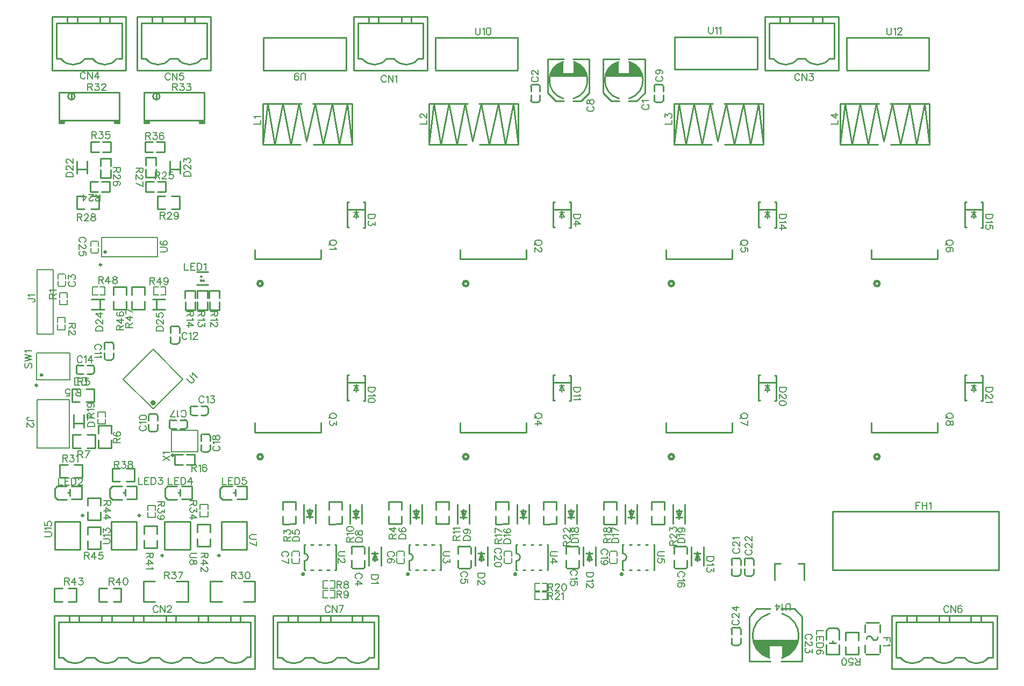
<source format=gto>
G04 Layer: TopSilkLayer*
G04 EasyEDA v6.4.25, 2022-01-11T20:07:54+10:00*
G04 7104220f9c2d43f39f118c43d8da538e,d80d0e5f2d5a449f809f9e2067d82b7d,10*
G04 Gerber Generator version 0.2*
G04 Scale: 100 percent, Rotated: No, Reflected: No *
G04 Dimensions in millimeters *
G04 leading zeros omitted , absolute positions ,4 integer and 5 decimal *
%FSLAX45Y45*%
%MOMM*%

%ADD10C,0.2540*%
%ADD14C,0.3000*%
%ADD50C,0.2032*%
%ADD51C,0.1270*%
%ADD52C,0.2030*%
%ADD53C,0.1500*%
%ADD54C,0.1524*%
%ADD55C,0.2000*%
%ADD56C,0.4000*%

%LPD*%
D54*
X735584Y-2616205D02*
G01*
X844550Y-2616205D01*
X735584Y-2616205D02*
G01*
X735584Y-2579883D01*
X740663Y-2564135D01*
X751078Y-2553975D01*
X761492Y-2548641D01*
X777239Y-2543561D01*
X803147Y-2543561D01*
X818642Y-2548641D01*
X829055Y-2553975D01*
X839470Y-2564135D01*
X844550Y-2579883D01*
X844550Y-2616205D01*
X761492Y-2503937D02*
G01*
X756412Y-2503937D01*
X745997Y-2498857D01*
X740663Y-2493523D01*
X735584Y-2483109D01*
X735584Y-2462535D01*
X740663Y-2452121D01*
X745997Y-2446787D01*
X756412Y-2441707D01*
X766826Y-2441707D01*
X777239Y-2446787D01*
X792734Y-2457201D01*
X844550Y-2509271D01*
X844550Y-2436373D01*
X761492Y-2397003D02*
G01*
X756412Y-2397003D01*
X745997Y-2391669D01*
X740663Y-2386589D01*
X735584Y-2376175D01*
X735584Y-2355347D01*
X740663Y-2344933D01*
X745997Y-2339853D01*
X756412Y-2334519D01*
X766826Y-2334519D01*
X777239Y-2339853D01*
X792734Y-2350267D01*
X844550Y-2402083D01*
X844550Y-2329439D01*
X4508500Y-1090828D02*
G01*
X4508500Y-1012850D01*
X4503420Y-997356D01*
X4493006Y-986942D01*
X4477258Y-981862D01*
X4466843Y-981862D01*
X4451350Y-986942D01*
X4440936Y-997356D01*
X4435856Y-1012850D01*
X4435856Y-1090828D01*
X4334002Y-1054506D02*
G01*
X4339081Y-1039012D01*
X4349495Y-1028598D01*
X4364990Y-1023264D01*
X4370324Y-1023264D01*
X4385818Y-1028598D01*
X4396231Y-1039012D01*
X4401565Y-1054506D01*
X4401565Y-1059586D01*
X4396231Y-1075334D01*
X4385818Y-1085748D01*
X4370324Y-1090828D01*
X4364990Y-1090828D01*
X4349495Y-1085748D01*
X4339081Y-1075334D01*
X4334002Y-1054506D01*
X4334002Y-1028598D01*
X4339081Y-1002436D01*
X4349495Y-986942D01*
X4364990Y-981862D01*
X4375404Y-981862D01*
X4391152Y-986942D01*
X4396231Y-997356D01*
X7188200Y-265988D02*
G01*
X7188200Y-343966D01*
X7193279Y-359460D01*
X7203693Y-369874D01*
X7219441Y-374954D01*
X7229856Y-374954D01*
X7245350Y-369874D01*
X7255763Y-359460D01*
X7260843Y-343966D01*
X7260843Y-265988D01*
X7295134Y-286816D02*
G01*
X7305547Y-281482D01*
X7321295Y-265988D01*
X7321295Y-374954D01*
X7386574Y-265988D02*
G01*
X7371079Y-271068D01*
X7360665Y-286816D01*
X7355586Y-312724D01*
X7355586Y-328218D01*
X7360665Y-354380D01*
X7371079Y-369874D01*
X7386574Y-374954D01*
X7396988Y-374954D01*
X7412736Y-369874D01*
X7423150Y-354380D01*
X7428229Y-328218D01*
X7428229Y-312724D01*
X7423150Y-286816D01*
X7412736Y-271068D01*
X7396988Y-265988D01*
X7386574Y-265988D01*
X10858500Y-252984D02*
G01*
X10858500Y-330962D01*
X10863579Y-346455D01*
X10873993Y-356870D01*
X10889741Y-361950D01*
X10900156Y-361950D01*
X10915650Y-356870D01*
X10926063Y-346455D01*
X10931143Y-330962D01*
X10931143Y-252984D01*
X10965434Y-273812D02*
G01*
X10975847Y-268478D01*
X10991595Y-252984D01*
X10991595Y-361950D01*
X11025886Y-273812D02*
G01*
X11036300Y-268478D01*
X11051793Y-252984D01*
X11051793Y-361950D01*
X13665200Y-265988D02*
G01*
X13665200Y-343966D01*
X13670279Y-359460D01*
X13680693Y-369874D01*
X13696441Y-374954D01*
X13706856Y-374954D01*
X13722350Y-369874D01*
X13732763Y-359460D01*
X13737843Y-343966D01*
X13737843Y-265988D01*
X13772134Y-286816D02*
G01*
X13782547Y-281482D01*
X13798295Y-265988D01*
X13798295Y-374954D01*
X13837666Y-291896D02*
G01*
X13837666Y-286816D01*
X13843000Y-276402D01*
X13848079Y-271068D01*
X13858493Y-265988D01*
X13879322Y-265988D01*
X13889736Y-271068D01*
X13894816Y-276402D01*
X13900150Y-286816D01*
X13900150Y-297230D01*
X13894816Y-307644D01*
X13884402Y-323138D01*
X13832586Y-374954D01*
X13905229Y-374954D01*
X229615Y-6454965D02*
G01*
X146557Y-6454965D01*
X130810Y-6449631D01*
X125729Y-6444551D01*
X120650Y-6434137D01*
X120650Y-6423723D01*
X125729Y-6413309D01*
X130810Y-6407975D01*
X146557Y-6402895D01*
X156971Y-6402895D01*
X203707Y-6494335D02*
G01*
X208787Y-6494335D01*
X219202Y-6499415D01*
X224536Y-6504749D01*
X229615Y-6515163D01*
X229615Y-6535991D01*
X224536Y-6546405D01*
X219202Y-6551485D01*
X208787Y-6556565D01*
X198373Y-6556565D01*
X187960Y-6551485D01*
X172465Y-6541071D01*
X120650Y-6489255D01*
X120650Y-6561899D01*
X5601715Y-5933437D02*
G01*
X5492750Y-5933437D01*
X5601715Y-5933437D02*
G01*
X5601715Y-5969759D01*
X5596636Y-5985507D01*
X5586222Y-5995667D01*
X5575808Y-6001001D01*
X5560059Y-6006081D01*
X5534152Y-6006081D01*
X5518658Y-6001001D01*
X5508243Y-5995667D01*
X5497829Y-5985507D01*
X5492750Y-5969759D01*
X5492750Y-5933437D01*
X5580888Y-6040371D02*
G01*
X5586222Y-6050785D01*
X5601715Y-6066533D01*
X5492750Y-6066533D01*
X5601715Y-6131811D02*
G01*
X5596636Y-6116317D01*
X5580888Y-6105903D01*
X5554979Y-6100823D01*
X5539486Y-6100823D01*
X5513324Y-6105903D01*
X5497829Y-6116317D01*
X5492750Y-6131811D01*
X5492750Y-6142225D01*
X5497829Y-6157973D01*
X5513324Y-6168387D01*
X5539486Y-6173467D01*
X5554979Y-6173467D01*
X5580888Y-6168387D01*
X5596636Y-6157973D01*
X5601715Y-6142225D01*
X5601715Y-6131811D01*
X402336Y-8283605D02*
G01*
X480313Y-8283605D01*
X495807Y-8278525D01*
X506221Y-8268111D01*
X511302Y-8252363D01*
X511302Y-8241949D01*
X506221Y-8226455D01*
X495807Y-8216041D01*
X480313Y-8210961D01*
X402336Y-8210961D01*
X423163Y-8176671D02*
G01*
X417829Y-8166257D01*
X402336Y-8150509D01*
X511302Y-8150509D01*
X402336Y-8053989D02*
G01*
X402336Y-8105805D01*
X449071Y-8111139D01*
X443992Y-8105805D01*
X438657Y-8090311D01*
X438657Y-8074817D01*
X443992Y-8059069D01*
X454152Y-8048655D01*
X469900Y-8043575D01*
X480313Y-8043575D01*
X495807Y-8048655D01*
X506221Y-8059069D01*
X511302Y-8074817D01*
X511302Y-8090311D01*
X506221Y-8105805D01*
X501142Y-8111139D01*
X490728Y-8116219D01*
X4994579Y-3641991D02*
G01*
X4989499Y-3631577D01*
X4979085Y-3621163D01*
X4968671Y-3615829D01*
X4952923Y-3610749D01*
X4927015Y-3610749D01*
X4911521Y-3615829D01*
X4901107Y-3621163D01*
X4890693Y-3631577D01*
X4885613Y-3641991D01*
X4885613Y-3662819D01*
X4890693Y-3672979D01*
X4901107Y-3683393D01*
X4911521Y-3688727D01*
X4927015Y-3693807D01*
X4952923Y-3693807D01*
X4968671Y-3688727D01*
X4979085Y-3683393D01*
X4989499Y-3672979D01*
X4994579Y-3662819D01*
X4994579Y-3641991D01*
X4906187Y-3657485D02*
G01*
X4875199Y-3688727D01*
X4973751Y-3728097D02*
G01*
X4979085Y-3738511D01*
X4994579Y-3754259D01*
X4885613Y-3754259D01*
X11471579Y-6372491D02*
G01*
X11466499Y-6362077D01*
X11456085Y-6351663D01*
X11445671Y-6346329D01*
X11429923Y-6341249D01*
X11404015Y-6341249D01*
X11388521Y-6346329D01*
X11378107Y-6351663D01*
X11367693Y-6362077D01*
X11362613Y-6372491D01*
X11362613Y-6393319D01*
X11367693Y-6403479D01*
X11378107Y-6413893D01*
X11388521Y-6419227D01*
X11404015Y-6424307D01*
X11429923Y-6424307D01*
X11445671Y-6419227D01*
X11456085Y-6413893D01*
X11466499Y-6403479D01*
X11471579Y-6393319D01*
X11471579Y-6372491D01*
X11383187Y-6387985D02*
G01*
X11352199Y-6419227D01*
X11471579Y-6531495D02*
G01*
X11362613Y-6479425D01*
X11471579Y-6458597D02*
G01*
X11471579Y-6531495D01*
X622302Y-7364984D02*
G01*
X622302Y-7473950D01*
X622302Y-7473950D02*
G01*
X684532Y-7473950D01*
X718822Y-7364984D02*
G01*
X718822Y-7473950D01*
X718822Y-7364984D02*
G01*
X786386Y-7364984D01*
X718822Y-7416800D02*
G01*
X760478Y-7416800D01*
X718822Y-7473950D02*
G01*
X786386Y-7473950D01*
X820676Y-7364984D02*
G01*
X820676Y-7473950D01*
X820676Y-7364984D02*
G01*
X857252Y-7364984D01*
X872746Y-7370063D01*
X883160Y-7380478D01*
X888240Y-7390892D01*
X893574Y-7406639D01*
X893574Y-7432547D01*
X888240Y-7448042D01*
X883160Y-7458455D01*
X872746Y-7468870D01*
X857252Y-7473950D01*
X820676Y-7473950D01*
X932944Y-7390892D02*
G01*
X932944Y-7385812D01*
X938278Y-7375397D01*
X943358Y-7370063D01*
X953772Y-7364984D01*
X974600Y-7364984D01*
X985014Y-7370063D01*
X990094Y-7375397D01*
X995428Y-7385812D01*
X995428Y-7396226D01*
X990094Y-7406639D01*
X979680Y-7422134D01*
X927864Y-7473950D01*
X1000508Y-7473950D01*
X1879592Y-7352284D02*
G01*
X1879592Y-7461250D01*
X1879592Y-7461250D02*
G01*
X1941822Y-7461250D01*
X1976112Y-7352284D02*
G01*
X1976112Y-7461250D01*
X1976112Y-7352284D02*
G01*
X2043676Y-7352284D01*
X1976112Y-7404100D02*
G01*
X2017768Y-7404100D01*
X1976112Y-7461250D02*
G01*
X2043676Y-7461250D01*
X2077966Y-7352284D02*
G01*
X2077966Y-7461250D01*
X2077966Y-7352284D02*
G01*
X2114542Y-7352284D01*
X2130036Y-7357363D01*
X2140450Y-7367778D01*
X2145530Y-7378192D01*
X2150864Y-7393939D01*
X2150864Y-7419847D01*
X2145530Y-7435342D01*
X2140450Y-7445755D01*
X2130036Y-7456170D01*
X2114542Y-7461250D01*
X2077966Y-7461250D01*
X2195568Y-7352284D02*
G01*
X2252718Y-7352284D01*
X2221476Y-7393939D01*
X2236970Y-7393939D01*
X2247384Y-7399020D01*
X2252718Y-7404100D01*
X2257798Y-7419847D01*
X2257798Y-7430262D01*
X2252718Y-7445755D01*
X2242304Y-7456170D01*
X2226556Y-7461250D01*
X2211062Y-7461250D01*
X2195568Y-7456170D01*
X2190234Y-7451089D01*
X2185154Y-7440676D01*
X2349482Y-7352284D02*
G01*
X2349482Y-7461250D01*
X2349482Y-7461250D02*
G01*
X2411712Y-7461250D01*
X2446002Y-7352284D02*
G01*
X2446002Y-7461250D01*
X2446002Y-7352284D02*
G01*
X2513566Y-7352284D01*
X2446002Y-7404100D02*
G01*
X2487658Y-7404100D01*
X2446002Y-7461250D02*
G01*
X2513566Y-7461250D01*
X2547856Y-7352284D02*
G01*
X2547856Y-7461250D01*
X2547856Y-7352284D02*
G01*
X2584432Y-7352284D01*
X2599926Y-7357363D01*
X2610340Y-7367778D01*
X2615420Y-7378192D01*
X2620754Y-7393939D01*
X2620754Y-7419847D01*
X2615420Y-7435342D01*
X2610340Y-7445755D01*
X2599926Y-7456170D01*
X2584432Y-7461250D01*
X2547856Y-7461250D01*
X2706860Y-7352284D02*
G01*
X2655044Y-7424928D01*
X2733022Y-7424928D01*
X2706860Y-7352284D02*
G01*
X2706860Y-7461250D01*
X3200402Y-7352284D02*
G01*
X3200402Y-7461250D01*
X3200402Y-7461250D02*
G01*
X3262632Y-7461250D01*
X3296922Y-7352284D02*
G01*
X3296922Y-7461250D01*
X3296922Y-7352284D02*
G01*
X3364486Y-7352284D01*
X3296922Y-7404100D02*
G01*
X3338578Y-7404100D01*
X3296922Y-7461250D02*
G01*
X3364486Y-7461250D01*
X3398776Y-7352284D02*
G01*
X3398776Y-7461250D01*
X3398776Y-7352284D02*
G01*
X3435352Y-7352284D01*
X3450846Y-7357363D01*
X3461260Y-7367778D01*
X3466340Y-7378192D01*
X3471674Y-7393939D01*
X3471674Y-7419847D01*
X3466340Y-7435342D01*
X3461260Y-7445755D01*
X3450846Y-7456170D01*
X3435352Y-7461250D01*
X3398776Y-7461250D01*
X3568194Y-7352284D02*
G01*
X3516378Y-7352284D01*
X3511044Y-7399020D01*
X3516378Y-7393939D01*
X3531872Y-7388605D01*
X3547366Y-7388605D01*
X3563114Y-7393939D01*
X3573528Y-7404100D01*
X3578608Y-7419847D01*
X3578608Y-7430262D01*
X3573528Y-7445755D01*
X3563114Y-7456170D01*
X3547366Y-7461250D01*
X3531872Y-7461250D01*
X3516378Y-7456170D01*
X3511044Y-7451089D01*
X3505964Y-7440676D01*
X2259584Y-7086600D02*
G01*
X2368550Y-7013955D01*
X2259584Y-7013955D02*
G01*
X2368550Y-7086600D01*
X2280411Y-6979665D02*
G01*
X2275077Y-6969252D01*
X2259584Y-6953504D01*
X2368550Y-6953504D01*
X1142987Y-1903984D02*
G01*
X1142987Y-2012950D01*
X1142987Y-1903984D02*
G01*
X1189723Y-1903984D01*
X1205217Y-1909063D01*
X1210551Y-1914397D01*
X1215631Y-1924812D01*
X1215631Y-1935226D01*
X1210551Y-1945639D01*
X1205217Y-1950720D01*
X1189723Y-1955800D01*
X1142987Y-1955800D01*
X1179309Y-1955800D02*
G01*
X1215631Y-2012950D01*
X1260335Y-1903984D02*
G01*
X1317485Y-1903984D01*
X1286497Y-1945639D01*
X1301991Y-1945639D01*
X1312405Y-1950720D01*
X1317485Y-1955800D01*
X1322819Y-1971547D01*
X1322819Y-1981962D01*
X1317485Y-1997455D01*
X1307071Y-2007870D01*
X1291577Y-2012950D01*
X1276083Y-2012950D01*
X1260335Y-2007870D01*
X1255255Y-2002789D01*
X1249921Y-1992376D01*
X1419339Y-1903984D02*
G01*
X1367523Y-1903984D01*
X1362189Y-1950720D01*
X1367523Y-1945639D01*
X1383017Y-1940305D01*
X1398511Y-1940305D01*
X1414259Y-1945639D01*
X1424673Y-1955800D01*
X1429753Y-1971547D01*
X1429753Y-1981962D01*
X1424673Y-1997455D01*
X1414259Y-2007870D01*
X1398511Y-2012950D01*
X1383017Y-2012950D01*
X1367523Y-2007870D01*
X1362189Y-2002789D01*
X1357109Y-1992376D01*
X8471915Y-8521700D02*
G01*
X8393938Y-8521700D01*
X8378443Y-8526779D01*
X8368029Y-8537194D01*
X8362950Y-8552942D01*
X8362950Y-8563355D01*
X8368029Y-8578850D01*
X8378443Y-8589263D01*
X8393938Y-8594344D01*
X8471915Y-8594344D01*
X8471915Y-8680704D02*
G01*
X8399272Y-8628634D01*
X8399272Y-8706612D01*
X8471915Y-8680704D02*
G01*
X8362950Y-8680704D01*
X5652515Y-8889992D02*
G01*
X5543550Y-8889992D01*
X5652515Y-8889992D02*
G01*
X5652515Y-8926314D01*
X5647436Y-8942062D01*
X5637022Y-8952222D01*
X5626608Y-8957556D01*
X5610859Y-8962636D01*
X5584952Y-8962636D01*
X5569458Y-8957556D01*
X5559043Y-8952222D01*
X5548629Y-8942062D01*
X5543550Y-8926314D01*
X5543550Y-8889992D01*
X5631688Y-8996926D02*
G01*
X5637022Y-9007340D01*
X5652515Y-9023088D01*
X5543550Y-9023088D01*
X9333484Y-8382012D02*
G01*
X9442450Y-8382012D01*
X9333484Y-8382012D02*
G01*
X9333484Y-8345690D01*
X9338563Y-8329942D01*
X9348977Y-8319782D01*
X9359391Y-8314448D01*
X9375140Y-8309368D01*
X9401047Y-8309368D01*
X9416541Y-8314448D01*
X9426956Y-8319782D01*
X9437370Y-8329942D01*
X9442450Y-8345690D01*
X9442450Y-8382012D01*
X9354311Y-8275078D02*
G01*
X9348977Y-8264664D01*
X9333484Y-8248916D01*
X9442450Y-8248916D01*
X9333484Y-8141982D02*
G01*
X9442450Y-8194052D01*
X9333484Y-8214626D02*
G01*
X9333484Y-8141982D01*
X927100Y-5790176D02*
G01*
X927100Y-5899142D01*
X927100Y-5790176D02*
G01*
X973836Y-5790176D01*
X989329Y-5795256D01*
X994663Y-5800590D01*
X999744Y-5811004D01*
X999744Y-5821418D01*
X994663Y-5831832D01*
X989329Y-5836912D01*
X973836Y-5841992D01*
X927100Y-5841992D01*
X963421Y-5841992D02*
G01*
X999744Y-5899142D01*
X1096518Y-5790176D02*
G01*
X1044447Y-5790176D01*
X1039368Y-5836912D01*
X1044447Y-5831832D01*
X1060195Y-5826498D01*
X1075689Y-5826498D01*
X1091184Y-5831832D01*
X1101597Y-5841992D01*
X1106931Y-5857740D01*
X1106931Y-5868154D01*
X1101597Y-5883648D01*
X1091184Y-5894062D01*
X1075689Y-5899142D01*
X1060195Y-5899142D01*
X1044447Y-5894062D01*
X1039368Y-5888982D01*
X1034034Y-5878568D01*
X138684Y-4534730D02*
G01*
X221742Y-4534730D01*
X237489Y-4540064D01*
X242570Y-4545144D01*
X247650Y-4555558D01*
X247650Y-4565972D01*
X242570Y-4576386D01*
X237489Y-4581720D01*
X221742Y-4586800D01*
X211328Y-4586800D01*
X159512Y-4500440D02*
G01*
X154178Y-4490280D01*
X138684Y-4474532D01*
X247650Y-4474532D01*
X5780265Y-1040879D02*
G01*
X5774931Y-1030465D01*
X5764517Y-1020051D01*
X5754357Y-1014971D01*
X5733529Y-1014971D01*
X5723115Y-1020051D01*
X5712701Y-1030465D01*
X5707367Y-1040879D01*
X5702287Y-1056627D01*
X5702287Y-1082535D01*
X5707367Y-1098029D01*
X5712701Y-1108443D01*
X5723115Y-1118857D01*
X5733529Y-1123937D01*
X5754357Y-1123937D01*
X5764517Y-1118857D01*
X5774931Y-1108443D01*
X5780265Y-1098029D01*
X5814555Y-1014971D02*
G01*
X5814555Y-1123937D01*
X5814555Y-1014971D02*
G01*
X5887199Y-1123937D01*
X5887199Y-1014971D02*
G01*
X5887199Y-1123937D01*
X5921489Y-1035799D02*
G01*
X5931903Y-1030465D01*
X5947397Y-1014971D01*
X5947397Y-1123937D01*
X12295370Y-1015479D02*
G01*
X12290036Y-1005065D01*
X12279622Y-994651D01*
X12269462Y-989571D01*
X12248634Y-989571D01*
X12238220Y-994651D01*
X12227806Y-1005065D01*
X12222472Y-1015479D01*
X12217392Y-1031227D01*
X12217392Y-1057135D01*
X12222472Y-1072629D01*
X12227806Y-1083043D01*
X12238220Y-1093457D01*
X12248634Y-1098537D01*
X12269462Y-1098537D01*
X12279622Y-1093457D01*
X12290036Y-1083043D01*
X12295370Y-1072629D01*
X12329660Y-989571D02*
G01*
X12329660Y-1098537D01*
X12329660Y-989571D02*
G01*
X12402304Y-1098537D01*
X12402304Y-989571D02*
G01*
X12402304Y-1098537D01*
X12447008Y-989571D02*
G01*
X12504158Y-989571D01*
X12472916Y-1031227D01*
X12488664Y-1031227D01*
X12499078Y-1036307D01*
X12504158Y-1041387D01*
X12509492Y-1057135D01*
X12509492Y-1067549D01*
X12504158Y-1083043D01*
X12493744Y-1093457D01*
X12478250Y-1098537D01*
X12462502Y-1098537D01*
X12447008Y-1093457D01*
X12441928Y-1088377D01*
X12436594Y-1077963D01*
X1043167Y-990079D02*
G01*
X1037833Y-979665D01*
X1027419Y-969251D01*
X1017259Y-964171D01*
X996431Y-964171D01*
X986017Y-969251D01*
X975603Y-979665D01*
X970269Y-990079D01*
X965189Y-1005827D01*
X965189Y-1031735D01*
X970269Y-1047229D01*
X975603Y-1057643D01*
X986017Y-1068057D01*
X996431Y-1073137D01*
X1017259Y-1073137D01*
X1027419Y-1068057D01*
X1037833Y-1057643D01*
X1043167Y-1047229D01*
X1077457Y-964171D02*
G01*
X1077457Y-1073137D01*
X1077457Y-964171D02*
G01*
X1150101Y-1073137D01*
X1150101Y-964171D02*
G01*
X1150101Y-1073137D01*
X1236461Y-964171D02*
G01*
X1184391Y-1036815D01*
X1262369Y-1036815D01*
X1236461Y-964171D02*
G01*
X1236461Y-1073137D01*
X2376665Y-1002779D02*
G01*
X2371331Y-992365D01*
X2360917Y-981951D01*
X2350757Y-976871D01*
X2329929Y-976871D01*
X2319515Y-981951D01*
X2309101Y-992365D01*
X2303767Y-1002779D01*
X2298687Y-1018527D01*
X2298687Y-1044435D01*
X2303767Y-1059929D01*
X2309101Y-1070343D01*
X2319515Y-1080757D01*
X2329929Y-1085837D01*
X2350757Y-1085837D01*
X2360917Y-1080757D01*
X2371331Y-1070343D01*
X2376665Y-1059929D01*
X2410955Y-976871D02*
G01*
X2410955Y-1085837D01*
X2410955Y-976871D02*
G01*
X2483599Y-1085837D01*
X2483599Y-976871D02*
G01*
X2483599Y-1085837D01*
X2580373Y-976871D02*
G01*
X2528303Y-976871D01*
X2523223Y-1023607D01*
X2528303Y-1018527D01*
X2543797Y-1013193D01*
X2559545Y-1013193D01*
X2575039Y-1018527D01*
X2585453Y-1028687D01*
X2590787Y-1044435D01*
X2590787Y-1054849D01*
X2585453Y-1070343D01*
X2575039Y-1080757D01*
X2559545Y-1085837D01*
X2543797Y-1085837D01*
X2528303Y-1080757D01*
X2523223Y-1075677D01*
X2517889Y-1065263D01*
X9835296Y-1475270D02*
G01*
X9824882Y-1480604D01*
X9814468Y-1491018D01*
X9809388Y-1501432D01*
X9809388Y-1522260D01*
X9814468Y-1532420D01*
X9824882Y-1542834D01*
X9835296Y-1548168D01*
X9851044Y-1553248D01*
X9876952Y-1553248D01*
X9892446Y-1548168D01*
X9902860Y-1542834D01*
X9913274Y-1532420D01*
X9918354Y-1522260D01*
X9918354Y-1501432D01*
X9913274Y-1491018D01*
X9902860Y-1480604D01*
X9892446Y-1475270D01*
X9830216Y-1440980D02*
G01*
X9824882Y-1430820D01*
X9809388Y-1415072D01*
X9918354Y-1415072D01*
X8091634Y-1039583D02*
G01*
X8081220Y-1044917D01*
X8070806Y-1055331D01*
X8065726Y-1065491D01*
X8065726Y-1086319D01*
X8070806Y-1096733D01*
X8081220Y-1107147D01*
X8091634Y-1112481D01*
X8107382Y-1117561D01*
X8133290Y-1117561D01*
X8148784Y-1112481D01*
X8159198Y-1107147D01*
X8169612Y-1096733D01*
X8174692Y-1086319D01*
X8174692Y-1065491D01*
X8169612Y-1055331D01*
X8159198Y-1044917D01*
X8148784Y-1039583D01*
X8091634Y-1000213D02*
G01*
X8086554Y-1000213D01*
X8076140Y-994879D01*
X8070806Y-989799D01*
X8065726Y-979385D01*
X8065726Y-958557D01*
X8070806Y-948143D01*
X8076140Y-943063D01*
X8086554Y-937729D01*
X8096968Y-937729D01*
X8107382Y-943063D01*
X8122876Y-953477D01*
X8174692Y-1005293D01*
X8174692Y-932649D01*
X799584Y-4265416D02*
G01*
X789170Y-4270750D01*
X778756Y-4281164D01*
X773676Y-4291324D01*
X773676Y-4312152D01*
X778756Y-4322566D01*
X789170Y-4332980D01*
X799584Y-4338314D01*
X815332Y-4343394D01*
X841240Y-4343394D01*
X856734Y-4338314D01*
X867148Y-4332980D01*
X877562Y-4322566D01*
X882642Y-4312152D01*
X882642Y-4291324D01*
X877562Y-4281164D01*
X867148Y-4270750D01*
X856734Y-4265416D01*
X773676Y-4220712D02*
G01*
X773676Y-4163562D01*
X815332Y-4194804D01*
X815332Y-4179310D01*
X820412Y-4168896D01*
X825492Y-4163562D01*
X841240Y-4158482D01*
X851654Y-4158482D01*
X867148Y-4163562D01*
X877562Y-4173976D01*
X882642Y-4189724D01*
X882642Y-4205218D01*
X877562Y-4220712D01*
X872482Y-4226046D01*
X862068Y-4231126D01*
X5372608Y-8942552D02*
G01*
X5383022Y-8937218D01*
X5393436Y-8927058D01*
X5398515Y-8916644D01*
X5398515Y-8895816D01*
X5393436Y-8885402D01*
X5383022Y-8874988D01*
X5372608Y-8869908D01*
X5356859Y-8864574D01*
X5330952Y-8864574D01*
X5315458Y-8869908D01*
X5305043Y-8874988D01*
X5294629Y-8885402D01*
X5289550Y-8895816D01*
X5289550Y-8916644D01*
X5294629Y-8927058D01*
X5305043Y-8937218D01*
X5315458Y-8942552D01*
X5398515Y-9028658D02*
G01*
X5325872Y-8976842D01*
X5325872Y-9054820D01*
X5398515Y-9028658D02*
G01*
X5289550Y-9028658D01*
X7036308Y-8917152D02*
G01*
X7046722Y-8911818D01*
X7057136Y-8901658D01*
X7062215Y-8891244D01*
X7062215Y-8870416D01*
X7057136Y-8860002D01*
X7046722Y-8849588D01*
X7036308Y-8844508D01*
X7020559Y-8839174D01*
X6994652Y-8839174D01*
X6979158Y-8844508D01*
X6968743Y-8849588D01*
X6958329Y-8860002D01*
X6953250Y-8870416D01*
X6953250Y-8891244D01*
X6958329Y-8901658D01*
X6968743Y-8911818D01*
X6979158Y-8917152D01*
X7062215Y-9013672D02*
G01*
X7062215Y-8961856D01*
X7015479Y-8956522D01*
X7020559Y-8961856D01*
X7025893Y-8977350D01*
X7025893Y-8993098D01*
X7020559Y-9008592D01*
X7010400Y-9019006D01*
X6994652Y-9024086D01*
X6984238Y-9024086D01*
X6968743Y-9019006D01*
X6958329Y-9008592D01*
X6953250Y-8993098D01*
X6953250Y-8977350D01*
X6958329Y-8961856D01*
X6963409Y-8956522D01*
X6973824Y-8951442D01*
X5880608Y-8599678D02*
G01*
X5891022Y-8594344D01*
X5901436Y-8583929D01*
X5906515Y-8573770D01*
X5906515Y-8552942D01*
X5901436Y-8542528D01*
X5891022Y-8532113D01*
X5880608Y-8526779D01*
X5864859Y-8521700D01*
X5838952Y-8521700D01*
X5823458Y-8526779D01*
X5813043Y-8532113D01*
X5802629Y-8542528D01*
X5797550Y-8552942D01*
X5797550Y-8573770D01*
X5802629Y-8583929D01*
X5813043Y-8594344D01*
X5823458Y-8599678D01*
X5891022Y-8696197D02*
G01*
X5901436Y-8691118D01*
X5906515Y-8675370D01*
X5906515Y-8665210D01*
X5901436Y-8649462D01*
X5885688Y-8639047D01*
X5859779Y-8633968D01*
X5833872Y-8633968D01*
X5813043Y-8639047D01*
X5802629Y-8649462D01*
X5797550Y-8665210D01*
X5797550Y-8670289D01*
X5802629Y-8685784D01*
X5813043Y-8696197D01*
X5828538Y-8701531D01*
X5833872Y-8701531D01*
X5849365Y-8696197D01*
X5859779Y-8685784D01*
X5864859Y-8670289D01*
X5864859Y-8665210D01*
X5859779Y-8649462D01*
X5849365Y-8639047D01*
X5833872Y-8633968D01*
X8966494Y-1503494D02*
G01*
X8956080Y-1508828D01*
X8945666Y-1519242D01*
X8940586Y-1529656D01*
X8940586Y-1550484D01*
X8945666Y-1560644D01*
X8956080Y-1571058D01*
X8966494Y-1576392D01*
X8982242Y-1581472D01*
X9008150Y-1581472D01*
X9023644Y-1576392D01*
X9034058Y-1571058D01*
X9044472Y-1560644D01*
X9049552Y-1550484D01*
X9049552Y-1529656D01*
X9044472Y-1519242D01*
X9034058Y-1508828D01*
X9023644Y-1503494D01*
X8940586Y-1443296D02*
G01*
X8945666Y-1459044D01*
X8956080Y-1464124D01*
X8966494Y-1464124D01*
X8976908Y-1459044D01*
X8982242Y-1448630D01*
X8987322Y-1427802D01*
X8992402Y-1412054D01*
X9002816Y-1401894D01*
X9013230Y-1396560D01*
X9028978Y-1396560D01*
X9039392Y-1401894D01*
X9044472Y-1406974D01*
X9049552Y-1422468D01*
X9049552Y-1443296D01*
X9044472Y-1459044D01*
X9039392Y-1464124D01*
X9028978Y-1469204D01*
X9013230Y-1469204D01*
X9002816Y-1464124D01*
X8992402Y-1453710D01*
X8987322Y-1438216D01*
X8982242Y-1417388D01*
X8976908Y-1406974D01*
X8966494Y-1401894D01*
X8956080Y-1401894D01*
X8945666Y-1406974D01*
X8940586Y-1422468D01*
X8940586Y-1443296D01*
X10048803Y-1029682D02*
G01*
X10038389Y-1035016D01*
X10027975Y-1045430D01*
X10022895Y-1055590D01*
X10022895Y-1076418D01*
X10027975Y-1086832D01*
X10038389Y-1097246D01*
X10048803Y-1102580D01*
X10064551Y-1107660D01*
X10090459Y-1107660D01*
X10105953Y-1102580D01*
X10116367Y-1097246D01*
X10126781Y-1086832D01*
X10131861Y-1076418D01*
X10131861Y-1055590D01*
X10126781Y-1045430D01*
X10116367Y-1035016D01*
X10105953Y-1029682D01*
X10059217Y-927828D02*
G01*
X10074711Y-933162D01*
X10085125Y-943576D01*
X10090459Y-959070D01*
X10090459Y-964150D01*
X10085125Y-979898D01*
X10074711Y-990312D01*
X10059217Y-995392D01*
X10054137Y-995392D01*
X10038389Y-990312D01*
X10027975Y-979898D01*
X10022895Y-964150D01*
X10022895Y-959070D01*
X10027975Y-943576D01*
X10038389Y-933162D01*
X10059217Y-927828D01*
X10085125Y-927828D01*
X10111287Y-933162D01*
X10126781Y-943576D01*
X10131861Y-959070D01*
X10131861Y-969484D01*
X10126781Y-984978D01*
X10116367Y-990312D01*
X1917192Y-6538709D02*
G01*
X1906778Y-6544043D01*
X1896363Y-6554457D01*
X1891284Y-6564617D01*
X1891284Y-6585445D01*
X1896363Y-6595859D01*
X1906778Y-6606273D01*
X1917192Y-6611607D01*
X1932940Y-6616687D01*
X1958847Y-6616687D01*
X1974341Y-6611607D01*
X1984756Y-6606273D01*
X1995170Y-6595859D01*
X2000250Y-6585445D01*
X2000250Y-6564617D01*
X1995170Y-6554457D01*
X1984756Y-6544043D01*
X1974341Y-6538709D01*
X1912112Y-6504419D02*
G01*
X1906778Y-6494005D01*
X1891284Y-6478511D01*
X2000250Y-6478511D01*
X1891284Y-6412979D02*
G01*
X1896363Y-6428727D01*
X1912112Y-6438887D01*
X1938020Y-6444221D01*
X1953513Y-6444221D01*
X1979675Y-6438887D01*
X1995170Y-6428727D01*
X2000250Y-6412979D01*
X2000250Y-6402565D01*
X1995170Y-6387071D01*
X1979675Y-6376657D01*
X1953513Y-6371577D01*
X1938020Y-6371577D01*
X1912112Y-6376657D01*
X1896363Y-6387071D01*
X1891284Y-6402565D01*
X1891284Y-6412979D01*
X1270507Y-5335778D02*
G01*
X1280921Y-5330444D01*
X1291336Y-5320029D01*
X1296415Y-5309870D01*
X1296415Y-5289042D01*
X1291336Y-5278628D01*
X1280921Y-5268213D01*
X1270507Y-5262879D01*
X1254760Y-5257800D01*
X1228852Y-5257800D01*
X1213357Y-5262879D01*
X1202944Y-5268213D01*
X1192529Y-5278628D01*
X1187450Y-5289042D01*
X1187450Y-5309870D01*
X1192529Y-5320029D01*
X1202944Y-5330444D01*
X1213357Y-5335778D01*
X1275587Y-5370068D02*
G01*
X1280921Y-5380481D01*
X1296415Y-5395976D01*
X1187450Y-5395976D01*
X1275587Y-5430265D02*
G01*
X1280921Y-5440679D01*
X1296415Y-5456173D01*
X1187450Y-5456173D01*
X2643383Y-5092184D02*
G01*
X2638049Y-5081770D01*
X2627635Y-5071356D01*
X2617475Y-5066276D01*
X2596647Y-5066276D01*
X2586233Y-5071356D01*
X2575819Y-5081770D01*
X2570485Y-5092184D01*
X2565405Y-5107932D01*
X2565405Y-5133840D01*
X2570485Y-5149334D01*
X2575819Y-5159748D01*
X2586233Y-5170162D01*
X2596647Y-5175242D01*
X2617475Y-5175242D01*
X2627635Y-5170162D01*
X2638049Y-5159748D01*
X2643383Y-5149334D01*
X2677673Y-5087104D02*
G01*
X2688087Y-5081770D01*
X2703581Y-5066276D01*
X2703581Y-5175242D01*
X2743205Y-5092184D02*
G01*
X2743205Y-5087104D01*
X2748285Y-5076690D01*
X2753365Y-5071356D01*
X2763779Y-5066276D01*
X2784607Y-5066276D01*
X2795021Y-5071356D01*
X2800355Y-5076690D01*
X2805435Y-5087104D01*
X2805435Y-5097518D01*
X2800355Y-5107932D01*
X2789941Y-5123426D01*
X2737871Y-5175242D01*
X2810515Y-5175242D01*
X2908973Y-6095492D02*
G01*
X2903639Y-6085078D01*
X2893225Y-6074663D01*
X2883065Y-6069584D01*
X2862237Y-6069584D01*
X2851823Y-6074663D01*
X2841409Y-6085078D01*
X2836075Y-6095492D01*
X2830995Y-6111239D01*
X2830995Y-6137147D01*
X2836075Y-6152642D01*
X2841409Y-6163055D01*
X2851823Y-6173470D01*
X2862237Y-6178550D01*
X2883065Y-6178550D01*
X2893225Y-6173470D01*
X2903639Y-6163055D01*
X2908973Y-6152642D01*
X2943263Y-6090412D02*
G01*
X2953677Y-6085078D01*
X2969171Y-6069584D01*
X2969171Y-6178550D01*
X3013875Y-6069584D02*
G01*
X3071025Y-6069584D01*
X3039783Y-6111239D01*
X3055531Y-6111239D01*
X3065945Y-6116320D01*
X3071025Y-6121400D01*
X3076105Y-6137147D01*
X3076105Y-6147562D01*
X3071025Y-6163055D01*
X3060611Y-6173470D01*
X3045117Y-6178550D01*
X3029369Y-6178550D01*
X3013875Y-6173470D01*
X3008795Y-6168389D01*
X3003461Y-6157976D01*
X989568Y-5462592D02*
G01*
X984234Y-5452178D01*
X973820Y-5441764D01*
X963660Y-5436684D01*
X942832Y-5436684D01*
X932418Y-5441764D01*
X922004Y-5452178D01*
X916670Y-5462592D01*
X911590Y-5478340D01*
X911590Y-5504248D01*
X916670Y-5519742D01*
X922004Y-5530156D01*
X932418Y-5540570D01*
X942832Y-5545650D01*
X963660Y-5545650D01*
X973820Y-5540570D01*
X984234Y-5530156D01*
X989568Y-5519742D01*
X1023858Y-5457512D02*
G01*
X1034272Y-5452178D01*
X1049766Y-5436684D01*
X1049766Y-5545650D01*
X1136126Y-5436684D02*
G01*
X1084056Y-5509328D01*
X1162034Y-5509328D01*
X1136126Y-5436684D02*
G01*
X1136126Y-5545650D01*
X8763508Y-8891757D02*
G01*
X8773922Y-8886423D01*
X8784336Y-8876263D01*
X8789415Y-8865849D01*
X8789415Y-8845021D01*
X8784336Y-8834607D01*
X8773922Y-8824193D01*
X8763508Y-8819113D01*
X8747759Y-8813779D01*
X8721852Y-8813779D01*
X8706358Y-8819113D01*
X8695943Y-8824193D01*
X8685529Y-8834607D01*
X8680450Y-8845021D01*
X8680450Y-8865849D01*
X8685529Y-8876263D01*
X8695943Y-8886423D01*
X8706358Y-8891757D01*
X8768588Y-8926047D02*
G01*
X8773922Y-8936461D01*
X8789415Y-8951955D01*
X8680450Y-8951955D01*
X8789415Y-9048729D02*
G01*
X8789415Y-8996659D01*
X8742679Y-8991579D01*
X8747759Y-8996659D01*
X8753093Y-9012153D01*
X8753093Y-9027901D01*
X8747759Y-9043395D01*
X8737600Y-9053809D01*
X8721852Y-9059143D01*
X8711438Y-9059143D01*
X8695943Y-9053809D01*
X8685529Y-9043395D01*
X8680450Y-9027901D01*
X8680450Y-9012153D01*
X8685529Y-8996659D01*
X8690609Y-8991579D01*
X8701024Y-8986245D01*
X10452608Y-8917152D02*
G01*
X10463022Y-8911818D01*
X10473436Y-8901658D01*
X10478515Y-8891244D01*
X10478515Y-8870416D01*
X10473436Y-8860002D01*
X10463022Y-8849588D01*
X10452608Y-8844508D01*
X10436859Y-8839174D01*
X10410952Y-8839174D01*
X10395458Y-8844508D01*
X10385043Y-8849588D01*
X10374629Y-8860002D01*
X10369550Y-8870416D01*
X10369550Y-8891244D01*
X10374629Y-8901658D01*
X10385043Y-8911818D01*
X10395458Y-8917152D01*
X10457688Y-8951442D02*
G01*
X10463022Y-8961856D01*
X10478515Y-8977350D01*
X10369550Y-8977350D01*
X10463022Y-9074124D02*
G01*
X10473436Y-9068790D01*
X10478515Y-9053296D01*
X10478515Y-9042882D01*
X10473436Y-9027388D01*
X10457688Y-9016974D01*
X10431779Y-9011640D01*
X10405872Y-9011640D01*
X10385043Y-9016974D01*
X10374629Y-9027388D01*
X10369550Y-9042882D01*
X10369550Y-9047962D01*
X10374629Y-9063710D01*
X10385043Y-9074124D01*
X10400538Y-9079204D01*
X10405872Y-9079204D01*
X10421365Y-9074124D01*
X10431779Y-9063710D01*
X10436859Y-9047962D01*
X10436859Y-9042882D01*
X10431779Y-9027388D01*
X10421365Y-9016974D01*
X10405872Y-9011640D01*
X2551074Y-6375907D02*
G01*
X2556408Y-6386321D01*
X2566822Y-6396736D01*
X2576982Y-6401815D01*
X2597810Y-6401815D01*
X2608224Y-6396736D01*
X2618638Y-6386321D01*
X2623972Y-6375907D01*
X2629052Y-6360160D01*
X2629052Y-6334252D01*
X2623972Y-6318757D01*
X2618638Y-6308344D01*
X2608224Y-6297929D01*
X2597810Y-6292850D01*
X2576982Y-6292850D01*
X2566822Y-6297929D01*
X2556408Y-6308344D01*
X2551074Y-6318757D01*
X2516784Y-6380987D02*
G01*
X2506370Y-6386321D01*
X2490876Y-6401815D01*
X2490876Y-6292850D01*
X2383942Y-6401815D02*
G01*
X2435758Y-6292850D01*
X2456586Y-6401815D02*
G01*
X2383942Y-6401815D01*
X3072891Y-6856069D02*
G01*
X3062477Y-6861403D01*
X3052063Y-6871817D01*
X3046984Y-6881977D01*
X3046984Y-6902805D01*
X3052063Y-6913219D01*
X3062477Y-6923633D01*
X3072891Y-6928967D01*
X3088640Y-6934047D01*
X3114547Y-6934047D01*
X3130041Y-6928967D01*
X3140456Y-6923633D01*
X3150870Y-6913219D01*
X3155950Y-6902805D01*
X3155950Y-6881977D01*
X3150870Y-6871817D01*
X3140456Y-6861403D01*
X3130041Y-6856069D01*
X3067811Y-6821779D02*
G01*
X3062477Y-6811365D01*
X3046984Y-6795871D01*
X3155950Y-6795871D01*
X3046984Y-6735673D02*
G01*
X3052063Y-6751167D01*
X3062477Y-6756247D01*
X3072891Y-6756247D01*
X3083306Y-6751167D01*
X3088640Y-6740753D01*
X3093720Y-6719925D01*
X3098800Y-6704431D01*
X3109213Y-6694017D01*
X3119627Y-6688937D01*
X3135375Y-6688937D01*
X3145790Y-6694017D01*
X3150870Y-6699097D01*
X3155950Y-6714845D01*
X3155950Y-6735673D01*
X3150870Y-6751167D01*
X3145790Y-6756247D01*
X3135375Y-6761581D01*
X3119627Y-6761581D01*
X3109213Y-6756247D01*
X3098800Y-6746087D01*
X3093720Y-6730339D01*
X3088640Y-6709511D01*
X3083306Y-6699097D01*
X3072891Y-6694017D01*
X3062477Y-6694017D01*
X3052063Y-6699097D01*
X3046984Y-6714845D01*
X3046984Y-6735673D01*
X9246108Y-8561578D02*
G01*
X9256522Y-8556244D01*
X9266936Y-8545829D01*
X9272015Y-8535670D01*
X9272015Y-8514842D01*
X9266936Y-8504428D01*
X9256522Y-8494013D01*
X9246108Y-8488679D01*
X9230359Y-8483600D01*
X9204452Y-8483600D01*
X9188958Y-8488679D01*
X9178543Y-8494013D01*
X9168129Y-8504428D01*
X9163050Y-8514842D01*
X9163050Y-8535670D01*
X9168129Y-8545829D01*
X9178543Y-8556244D01*
X9188958Y-8561578D01*
X9251188Y-8595868D02*
G01*
X9256522Y-8606281D01*
X9272015Y-8621776D01*
X9163050Y-8621776D01*
X9235693Y-8723629D02*
G01*
X9220200Y-8718550D01*
X9209786Y-8708136D01*
X9204452Y-8692387D01*
X9204452Y-8687308D01*
X9209786Y-8671560D01*
X9220200Y-8661400D01*
X9235693Y-8656065D01*
X9240774Y-8656065D01*
X9256522Y-8661400D01*
X9266936Y-8671560D01*
X9272015Y-8687308D01*
X9272015Y-8692387D01*
X9266936Y-8708136D01*
X9256522Y-8718550D01*
X9235693Y-8723629D01*
X9209786Y-8723629D01*
X9183624Y-8718550D01*
X9168129Y-8708136D01*
X9163050Y-8692387D01*
X9163050Y-8681974D01*
X9168129Y-8666479D01*
X9178543Y-8661400D01*
X11264389Y-8469045D02*
G01*
X11253975Y-8474379D01*
X11243561Y-8484793D01*
X11238481Y-8494953D01*
X11238481Y-8515781D01*
X11243561Y-8526195D01*
X11253975Y-8536609D01*
X11264389Y-8541943D01*
X11280137Y-8547023D01*
X11306045Y-8547023D01*
X11321539Y-8541943D01*
X11331953Y-8536609D01*
X11342367Y-8526195D01*
X11347447Y-8515781D01*
X11347447Y-8494953D01*
X11342367Y-8484793D01*
X11331953Y-8474379D01*
X11321539Y-8469045D01*
X11264389Y-8429675D02*
G01*
X11259309Y-8429675D01*
X11248895Y-8424341D01*
X11243561Y-8419261D01*
X11238481Y-8408847D01*
X11238481Y-8388019D01*
X11243561Y-8377605D01*
X11248895Y-8372525D01*
X11259309Y-8367191D01*
X11269723Y-8367191D01*
X11280137Y-8372525D01*
X11295631Y-8382939D01*
X11347447Y-8434755D01*
X11347447Y-8362111D01*
X11259309Y-8327821D02*
G01*
X11253975Y-8317407D01*
X11238481Y-8301913D01*
X11347447Y-8301913D01*
X11456675Y-8494445D02*
G01*
X11446261Y-8499779D01*
X11435847Y-8510193D01*
X11430767Y-8520353D01*
X11430767Y-8541181D01*
X11435847Y-8551595D01*
X11446261Y-8562009D01*
X11456675Y-8567343D01*
X11472423Y-8572423D01*
X11498331Y-8572423D01*
X11513825Y-8567343D01*
X11524239Y-8562009D01*
X11534653Y-8551595D01*
X11539733Y-8541181D01*
X11539733Y-8520353D01*
X11534653Y-8510193D01*
X11524239Y-8499779D01*
X11513825Y-8494445D01*
X11456675Y-8455075D02*
G01*
X11451595Y-8455075D01*
X11441181Y-8449741D01*
X11435847Y-8444661D01*
X11430767Y-8434247D01*
X11430767Y-8413419D01*
X11435847Y-8403005D01*
X11441181Y-8397925D01*
X11451595Y-8392591D01*
X11462009Y-8392591D01*
X11472423Y-8397925D01*
X11487917Y-8408339D01*
X11539733Y-8460155D01*
X11539733Y-8387511D01*
X11456675Y-8347887D02*
G01*
X11451595Y-8347887D01*
X11441181Y-8342807D01*
X11435847Y-8337473D01*
X11430767Y-8327313D01*
X11430767Y-8306485D01*
X11435847Y-8296071D01*
X11441181Y-8290737D01*
X11451595Y-8285657D01*
X11462009Y-8285657D01*
X11472423Y-8290737D01*
X11487917Y-8301151D01*
X11539733Y-8353221D01*
X11539733Y-8280323D01*
X12459715Y-9903205D02*
G01*
X12470129Y-9897871D01*
X12480543Y-9887458D01*
X12485624Y-9877044D01*
X12485624Y-9856470D01*
X12480543Y-9846055D01*
X12470129Y-9835642D01*
X12459715Y-9830308D01*
X12443968Y-9825228D01*
X12418059Y-9825228D01*
X12402565Y-9830308D01*
X12392152Y-9835642D01*
X12381738Y-9846055D01*
X12376658Y-9856470D01*
X12376658Y-9877044D01*
X12381738Y-9887458D01*
X12392152Y-9897871D01*
X12402565Y-9903205D01*
X12459715Y-9942576D02*
G01*
X12464795Y-9942576D01*
X12475209Y-9947910D01*
X12480543Y-9952989D01*
X12485624Y-9963404D01*
X12485624Y-9984231D01*
X12480543Y-9994645D01*
X12475209Y-9999726D01*
X12464795Y-10005060D01*
X12454381Y-10005060D01*
X12443968Y-9999726D01*
X12428474Y-9989312D01*
X12376658Y-9937495D01*
X12376658Y-10010139D01*
X12485624Y-10054844D02*
G01*
X12485624Y-10111994D01*
X12443968Y-10080752D01*
X12443968Y-10096500D01*
X12438888Y-10106660D01*
X12433808Y-10111994D01*
X12418059Y-10117074D01*
X12407645Y-10117074D01*
X12392152Y-10111994D01*
X12381738Y-10101579D01*
X12376658Y-10086086D01*
X12376658Y-10070337D01*
X12381738Y-10054844D01*
X12386818Y-10049510D01*
X12397231Y-10044429D01*
X11251691Y-9599421D02*
G01*
X11241277Y-9604755D01*
X11230863Y-9615170D01*
X11225784Y-9625329D01*
X11225784Y-9646158D01*
X11230863Y-9656571D01*
X11241277Y-9666986D01*
X11251691Y-9672320D01*
X11267440Y-9677400D01*
X11293347Y-9677400D01*
X11308841Y-9672320D01*
X11319256Y-9666986D01*
X11329670Y-9656571D01*
X11334750Y-9646158D01*
X11334750Y-9625329D01*
X11329670Y-9615170D01*
X11319256Y-9604755D01*
X11308841Y-9599421D01*
X11251691Y-9560052D02*
G01*
X11246611Y-9560052D01*
X11236197Y-9554718D01*
X11230863Y-9549637D01*
X11225784Y-9539224D01*
X11225784Y-9518395D01*
X11230863Y-9507981D01*
X11236197Y-9502902D01*
X11246611Y-9497568D01*
X11257025Y-9497568D01*
X11267440Y-9502902D01*
X11282934Y-9513315D01*
X11334750Y-9565131D01*
X11334750Y-9492487D01*
X11225784Y-9406128D02*
G01*
X11298427Y-9458197D01*
X11298427Y-9380220D01*
X11225784Y-9406128D02*
G01*
X11334750Y-9406128D01*
X1023452Y-3646678D02*
G01*
X1033866Y-3641344D01*
X1044280Y-3630929D01*
X1049360Y-3620770D01*
X1049360Y-3599942D01*
X1044280Y-3589528D01*
X1033866Y-3579113D01*
X1023452Y-3573779D01*
X1007704Y-3568700D01*
X981796Y-3568700D01*
X966302Y-3573779D01*
X955888Y-3579113D01*
X945474Y-3589528D01*
X940394Y-3599942D01*
X940394Y-3620770D01*
X945474Y-3630929D01*
X955888Y-3641344D01*
X966302Y-3646678D01*
X1023452Y-3686047D02*
G01*
X1028532Y-3686047D01*
X1038946Y-3691381D01*
X1044280Y-3696462D01*
X1049360Y-3706876D01*
X1049360Y-3727704D01*
X1044280Y-3738118D01*
X1038946Y-3743197D01*
X1028532Y-3748531D01*
X1018118Y-3748531D01*
X1007704Y-3743197D01*
X992210Y-3732784D01*
X940394Y-3680968D01*
X940394Y-3753612D01*
X1049360Y-3850386D02*
G01*
X1049360Y-3798315D01*
X1002624Y-3793236D01*
X1007704Y-3798315D01*
X1013038Y-3813810D01*
X1013038Y-3829557D01*
X1007704Y-3845052D01*
X997544Y-3855465D01*
X981796Y-3860800D01*
X971382Y-3860800D01*
X955888Y-3855465D01*
X945474Y-3845052D01*
X940394Y-3829557D01*
X940394Y-3813810D01*
X945474Y-3798315D01*
X950554Y-3793236D01*
X960968Y-3787902D01*
X2186879Y-9398292D02*
G01*
X2181545Y-9387878D01*
X2171131Y-9377718D01*
X2160717Y-9372384D01*
X2139889Y-9372384D01*
X2129729Y-9377718D01*
X2119315Y-9387878D01*
X2113981Y-9398292D01*
X2108901Y-9414040D01*
X2108901Y-9439948D01*
X2113981Y-9455442D01*
X2119315Y-9465856D01*
X2129729Y-9476270D01*
X2139889Y-9481604D01*
X2160717Y-9481604D01*
X2171131Y-9476270D01*
X2181545Y-9465856D01*
X2186879Y-9455442D01*
X2221169Y-9372384D02*
G01*
X2221169Y-9481604D01*
X2221169Y-9372384D02*
G01*
X2293813Y-9481604D01*
X2293813Y-9372384D02*
G01*
X2293813Y-9481604D01*
X2333183Y-9398292D02*
G01*
X2333183Y-9393212D01*
X2338517Y-9382798D01*
X2343597Y-9377718D01*
X2354011Y-9372384D01*
X2374839Y-9372384D01*
X2385253Y-9377718D01*
X2390333Y-9382798D01*
X2395667Y-9393212D01*
X2395667Y-9403626D01*
X2390333Y-9414040D01*
X2379919Y-9429534D01*
X2328103Y-9481604D01*
X2400747Y-9481604D01*
X14640615Y-9398292D02*
G01*
X14635535Y-9387878D01*
X14625121Y-9377718D01*
X14614707Y-9372384D01*
X14593879Y-9372384D01*
X14583465Y-9377718D01*
X14573051Y-9387878D01*
X14567971Y-9398292D01*
X14562891Y-9414040D01*
X14562891Y-9439948D01*
X14567971Y-9455442D01*
X14573051Y-9465856D01*
X14583465Y-9476270D01*
X14593879Y-9481604D01*
X14614707Y-9481604D01*
X14625121Y-9476270D01*
X14635535Y-9465856D01*
X14640615Y-9455442D01*
X14674905Y-9372384D02*
G01*
X14674905Y-9481604D01*
X14674905Y-9372384D02*
G01*
X14747803Y-9481604D01*
X14747803Y-9372384D02*
G01*
X14747803Y-9481604D01*
X14844323Y-9387878D02*
G01*
X14839243Y-9377718D01*
X14823495Y-9372384D01*
X14813081Y-9372384D01*
X14797587Y-9377718D01*
X14787173Y-9393212D01*
X14782093Y-9419120D01*
X14782093Y-9445028D01*
X14787173Y-9465856D01*
X14797587Y-9476270D01*
X14813081Y-9481604D01*
X14818415Y-9481604D01*
X14833909Y-9476270D01*
X14844323Y-9465856D01*
X14849657Y-9450362D01*
X14849657Y-9445028D01*
X14844323Y-9429534D01*
X14833909Y-9419120D01*
X14818415Y-9414040D01*
X14813081Y-9414040D01*
X14797587Y-9419120D01*
X14787173Y-9429534D01*
X14782093Y-9445028D01*
X4895722Y-9398292D02*
G01*
X4890643Y-9387878D01*
X4880229Y-9377718D01*
X4869815Y-9372384D01*
X4848986Y-9372384D01*
X4838572Y-9377718D01*
X4828159Y-9387878D01*
X4823079Y-9398292D01*
X4817999Y-9414040D01*
X4817999Y-9439948D01*
X4823079Y-9455442D01*
X4828159Y-9465856D01*
X4838572Y-9476270D01*
X4848986Y-9481604D01*
X4869815Y-9481604D01*
X4880229Y-9476270D01*
X4890643Y-9465856D01*
X4895722Y-9455442D01*
X4930013Y-9372384D02*
G01*
X4930013Y-9481604D01*
X4930013Y-9372384D02*
G01*
X5002911Y-9481604D01*
X5002911Y-9372384D02*
G01*
X5002911Y-9481604D01*
X5109845Y-9372384D02*
G01*
X5058029Y-9481604D01*
X5037200Y-9372384D02*
G01*
X5109845Y-9372384D01*
X7328915Y-8864549D02*
G01*
X7219950Y-8864549D01*
X7328915Y-8864549D02*
G01*
X7328915Y-8900871D01*
X7323836Y-8916619D01*
X7313422Y-8927033D01*
X7303008Y-8932113D01*
X7287259Y-8937447D01*
X7261352Y-8937447D01*
X7245858Y-8932113D01*
X7235443Y-8927033D01*
X7225029Y-8916619D01*
X7219950Y-8900871D01*
X7219950Y-8864549D01*
X7303008Y-8976817D02*
G01*
X7308088Y-8976817D01*
X7318502Y-8981897D01*
X7323836Y-8987231D01*
X7328915Y-8997645D01*
X7328915Y-9018473D01*
X7323836Y-9028887D01*
X7318502Y-9033967D01*
X7308088Y-9039047D01*
X7297674Y-9039047D01*
X7287259Y-9033967D01*
X7271765Y-9023553D01*
X7219950Y-8971737D01*
X7219950Y-9044381D01*
X5601715Y-3202939D02*
G01*
X5492750Y-3202939D01*
X5601715Y-3202939D02*
G01*
X5601715Y-3239515D01*
X5596636Y-3255010D01*
X5586222Y-3265423D01*
X5575808Y-3270504D01*
X5560059Y-3275837D01*
X5534152Y-3275837D01*
X5518658Y-3270504D01*
X5508243Y-3265423D01*
X5497829Y-3255010D01*
X5492750Y-3239515D01*
X5492750Y-3202939D01*
X5601715Y-3320542D02*
G01*
X5601715Y-3377692D01*
X5560059Y-3346450D01*
X5560059Y-3361944D01*
X5554979Y-3372357D01*
X5549900Y-3377692D01*
X5534152Y-3382771D01*
X5523738Y-3382771D01*
X5508243Y-3377692D01*
X5497829Y-3367278D01*
X5492750Y-3351529D01*
X5492750Y-3336036D01*
X5497829Y-3320542D01*
X5502909Y-3315207D01*
X5513324Y-3310128D01*
X8840215Y-3202945D02*
G01*
X8731250Y-3202945D01*
X8840215Y-3202945D02*
G01*
X8840215Y-3239521D01*
X8835136Y-3255015D01*
X8824722Y-3265429D01*
X8814308Y-3270509D01*
X8798559Y-3275843D01*
X8772652Y-3275843D01*
X8757158Y-3270509D01*
X8746743Y-3265429D01*
X8736329Y-3255015D01*
X8731250Y-3239521D01*
X8731250Y-3202945D01*
X8840215Y-3361949D02*
G01*
X8767572Y-3310133D01*
X8767572Y-3388111D01*
X8840215Y-3361949D02*
G01*
X8731250Y-3361949D01*
X4304284Y-8356650D02*
G01*
X4413250Y-8356650D01*
X4304284Y-8356650D02*
G01*
X4304284Y-8320328D01*
X4309363Y-8304580D01*
X4319777Y-8294166D01*
X4330191Y-8289086D01*
X4345940Y-8283752D01*
X4371847Y-8283752D01*
X4387341Y-8289086D01*
X4397756Y-8294166D01*
X4408170Y-8304580D01*
X4413250Y-8320328D01*
X4413250Y-8356650D01*
X4304284Y-8187232D02*
G01*
X4304284Y-8239302D01*
X4351020Y-8244382D01*
X4345940Y-8239302D01*
X4340606Y-8223554D01*
X4340606Y-8208060D01*
X4345940Y-8192312D01*
X4356100Y-8182152D01*
X4371847Y-8176818D01*
X4382261Y-8176818D01*
X4397756Y-8182152D01*
X4408170Y-8192312D01*
X4413250Y-8208060D01*
X4413250Y-8223554D01*
X4408170Y-8239302D01*
X4403090Y-8244382D01*
X4392675Y-8249462D01*
X5980684Y-8318550D02*
G01*
X6089650Y-8318550D01*
X5980684Y-8318550D02*
G01*
X5980684Y-8282228D01*
X5985763Y-8266480D01*
X5996177Y-8256066D01*
X6006591Y-8250986D01*
X6022340Y-8245652D01*
X6048247Y-8245652D01*
X6063741Y-8250986D01*
X6074156Y-8256066D01*
X6084570Y-8266480D01*
X6089650Y-8282228D01*
X6089650Y-8318550D01*
X5996177Y-8149132D02*
G01*
X5985763Y-8154212D01*
X5980684Y-8169960D01*
X5980684Y-8180374D01*
X5985763Y-8195868D01*
X6001511Y-8206282D01*
X6027420Y-8211362D01*
X6053327Y-8211362D01*
X6074156Y-8206282D01*
X6084570Y-8195868D01*
X6089650Y-8180374D01*
X6089650Y-8175040D01*
X6084570Y-8159546D01*
X6074156Y-8149132D01*
X6058661Y-8144052D01*
X6053327Y-8144052D01*
X6037834Y-8149132D01*
X6027420Y-8159546D01*
X6022340Y-8175040D01*
X6022340Y-8180374D01*
X6027420Y-8195868D01*
X6037834Y-8206282D01*
X6053327Y-8211362D01*
X1078484Y-6553200D02*
G01*
X1187450Y-6553200D01*
X1078484Y-6553200D02*
G01*
X1078484Y-6516878D01*
X1083563Y-6501129D01*
X1093978Y-6490970D01*
X1104392Y-6485636D01*
X1120139Y-6480555D01*
X1146047Y-6480555D01*
X1161542Y-6485636D01*
X1171955Y-6490970D01*
X1182370Y-6501129D01*
X1187450Y-6516878D01*
X1187450Y-6553200D01*
X1078484Y-6373368D02*
G01*
X1187450Y-6425437D01*
X1078484Y-6446265D02*
G01*
X1078484Y-6373368D01*
X5294884Y-8369350D02*
G01*
X5403850Y-8369350D01*
X5294884Y-8369350D02*
G01*
X5294884Y-8333028D01*
X5299963Y-8317280D01*
X5310377Y-8306866D01*
X5320791Y-8301786D01*
X5336540Y-8296452D01*
X5362447Y-8296452D01*
X5377941Y-8301786D01*
X5388356Y-8306866D01*
X5398770Y-8317280D01*
X5403850Y-8333028D01*
X5403850Y-8369350D01*
X5294884Y-8236254D02*
G01*
X5299963Y-8252002D01*
X5310377Y-8257082D01*
X5320791Y-8257082D01*
X5331206Y-8252002D01*
X5336540Y-8241588D01*
X5341620Y-8220760D01*
X5346700Y-8205012D01*
X5357113Y-8194852D01*
X5367527Y-8189518D01*
X5383275Y-8189518D01*
X5393690Y-8194852D01*
X5398770Y-8199932D01*
X5403850Y-8215426D01*
X5403850Y-8236254D01*
X5398770Y-8252002D01*
X5393690Y-8257082D01*
X5383275Y-8262162D01*
X5367527Y-8262162D01*
X5357113Y-8257082D01*
X5346700Y-8246668D01*
X5341620Y-8231174D01*
X5336540Y-8210346D01*
X5331206Y-8199932D01*
X5320791Y-8194852D01*
X5310377Y-8194852D01*
X5299963Y-8199932D01*
X5294884Y-8215426D01*
X5294884Y-8236254D01*
X6996684Y-8343950D02*
G01*
X7105650Y-8343950D01*
X6996684Y-8343950D02*
G01*
X6996684Y-8307628D01*
X7001763Y-8291880D01*
X7012177Y-8281466D01*
X7022591Y-8276386D01*
X7038340Y-8271052D01*
X7064247Y-8271052D01*
X7079741Y-8276386D01*
X7090156Y-8281466D01*
X7100570Y-8291880D01*
X7105650Y-8307628D01*
X7105650Y-8343950D01*
X7033006Y-8169452D02*
G01*
X7048500Y-8174532D01*
X7058913Y-8184946D01*
X7064247Y-8200440D01*
X7064247Y-8205774D01*
X7058913Y-8221268D01*
X7048500Y-8231682D01*
X7033006Y-8236762D01*
X7027925Y-8236762D01*
X7012177Y-8231682D01*
X7001763Y-8221268D01*
X6996684Y-8205774D01*
X6996684Y-8200440D01*
X7001763Y-8184946D01*
X7012177Y-8174532D01*
X7033006Y-8169452D01*
X7058913Y-8169452D01*
X7085075Y-8174532D01*
X7100570Y-8184946D01*
X7105650Y-8200440D01*
X7105650Y-8210854D01*
X7100570Y-8226602D01*
X7090156Y-8231682D01*
X8840215Y-5933442D02*
G01*
X8731250Y-5933442D01*
X8840215Y-5933442D02*
G01*
X8840215Y-5970018D01*
X8835136Y-5985512D01*
X8824722Y-5995926D01*
X8814308Y-6001006D01*
X8798559Y-6006340D01*
X8772652Y-6006340D01*
X8757158Y-6001006D01*
X8746743Y-5995926D01*
X8736329Y-5985512D01*
X8731250Y-5970018D01*
X8731250Y-5933442D01*
X8819388Y-6040630D02*
G01*
X8824722Y-6051044D01*
X8840215Y-6066538D01*
X8731250Y-6066538D01*
X8819388Y-6100828D02*
G01*
X8824722Y-6111242D01*
X8840215Y-6126736D01*
X8731250Y-6126736D01*
X9043415Y-8851854D02*
G01*
X8934450Y-8851854D01*
X9043415Y-8851854D02*
G01*
X9043415Y-8888176D01*
X9038336Y-8903924D01*
X9027922Y-8914338D01*
X9017508Y-8919418D01*
X9001759Y-8924752D01*
X8975852Y-8924752D01*
X8960358Y-8919418D01*
X8949943Y-8914338D01*
X8939529Y-8903924D01*
X8934450Y-8888176D01*
X8934450Y-8851854D01*
X9022588Y-8959042D02*
G01*
X9027922Y-8969202D01*
X9043415Y-8984950D01*
X8934450Y-8984950D01*
X9017508Y-9024320D02*
G01*
X9022588Y-9024320D01*
X9033002Y-9029654D01*
X9038336Y-9034734D01*
X9043415Y-9045148D01*
X9043415Y-9065976D01*
X9038336Y-9076390D01*
X9033002Y-9081470D01*
X9022588Y-9086804D01*
X9012174Y-9086804D01*
X9001759Y-9081470D01*
X8986265Y-9071056D01*
X8934450Y-9019240D01*
X8934450Y-9091884D01*
X10935715Y-8602802D02*
G01*
X10826750Y-8602802D01*
X10935715Y-8602802D02*
G01*
X10935715Y-8639124D01*
X10930636Y-8654872D01*
X10920222Y-8665286D01*
X10909808Y-8670366D01*
X10894059Y-8675700D01*
X10868152Y-8675700D01*
X10852658Y-8670366D01*
X10842243Y-8665286D01*
X10831829Y-8654872D01*
X10826750Y-8639124D01*
X10826750Y-8602802D01*
X10914888Y-8709990D02*
G01*
X10920222Y-8720150D01*
X10935715Y-8735898D01*
X10826750Y-8735898D01*
X10935715Y-8780602D02*
G01*
X10935715Y-8837752D01*
X10894059Y-8806510D01*
X10894059Y-8822004D01*
X10888979Y-8832418D01*
X10883900Y-8837752D01*
X10868152Y-8842832D01*
X10857738Y-8842832D01*
X10842243Y-8837752D01*
X10831829Y-8827338D01*
X10826750Y-8811590D01*
X10826750Y-8796096D01*
X10831829Y-8780602D01*
X10836909Y-8775268D01*
X10847324Y-8770188D01*
X12078715Y-3202945D02*
G01*
X11969750Y-3202945D01*
X12078715Y-3202945D02*
G01*
X12078715Y-3239521D01*
X12073636Y-3255015D01*
X12063222Y-3265429D01*
X12052808Y-3270509D01*
X12037059Y-3275843D01*
X12011152Y-3275843D01*
X11995658Y-3270509D01*
X11985243Y-3265429D01*
X11974829Y-3255015D01*
X11969750Y-3239521D01*
X11969750Y-3202945D01*
X12057888Y-3310133D02*
G01*
X12063222Y-3320547D01*
X12078715Y-3336041D01*
X11969750Y-3336041D01*
X12078715Y-3422401D02*
G01*
X12006072Y-3370331D01*
X12006072Y-3448309D01*
X12078715Y-3422401D02*
G01*
X11969750Y-3422401D01*
X15329916Y-3202942D02*
G01*
X15220950Y-3202942D01*
X15329916Y-3202942D02*
G01*
X15329916Y-3239518D01*
X15324836Y-3255012D01*
X15314422Y-3265426D01*
X15304008Y-3270506D01*
X15288259Y-3275840D01*
X15262352Y-3275840D01*
X15246858Y-3270506D01*
X15236443Y-3265426D01*
X15226029Y-3255012D01*
X15220950Y-3239518D01*
X15220950Y-3202942D01*
X15309088Y-3310130D02*
G01*
X15314422Y-3320544D01*
X15329916Y-3336038D01*
X15220950Y-3336038D01*
X15329916Y-3432812D02*
G01*
X15329916Y-3380742D01*
X15283179Y-3375662D01*
X15288259Y-3380742D01*
X15293593Y-3396236D01*
X15293593Y-3411984D01*
X15288259Y-3427478D01*
X15278100Y-3437892D01*
X15262352Y-3442972D01*
X15251938Y-3442972D01*
X15236443Y-3437892D01*
X15226029Y-3427478D01*
X15220950Y-3411984D01*
X15220950Y-3396236D01*
X15226029Y-3380742D01*
X15231109Y-3375662D01*
X15241524Y-3370328D01*
X7631684Y-8394750D02*
G01*
X7740650Y-8394750D01*
X7631684Y-8394750D02*
G01*
X7631684Y-8358428D01*
X7636763Y-8342680D01*
X7647177Y-8332266D01*
X7657591Y-8327186D01*
X7673340Y-8321852D01*
X7699247Y-8321852D01*
X7714741Y-8327186D01*
X7725156Y-8332266D01*
X7735570Y-8342680D01*
X7740650Y-8358428D01*
X7740650Y-8394750D01*
X7652511Y-8287562D02*
G01*
X7647177Y-8277402D01*
X7631684Y-8261654D01*
X7740650Y-8261654D01*
X7647177Y-8165134D02*
G01*
X7636763Y-8170214D01*
X7631684Y-8185962D01*
X7631684Y-8196122D01*
X7636763Y-8211870D01*
X7652511Y-8222284D01*
X7678420Y-8227364D01*
X7704327Y-8227364D01*
X7725156Y-8222284D01*
X7735570Y-8211870D01*
X7740650Y-8196122D01*
X7740650Y-8191042D01*
X7735570Y-8175548D01*
X7725156Y-8165134D01*
X7709661Y-8159800D01*
X7704327Y-8159800D01*
X7688834Y-8165134D01*
X7678420Y-8175548D01*
X7673340Y-8191042D01*
X7673340Y-8196122D01*
X7678420Y-8211870D01*
X7688834Y-8222284D01*
X7704327Y-8227364D01*
X8698484Y-8382050D02*
G01*
X8807450Y-8382050D01*
X8698484Y-8382050D02*
G01*
X8698484Y-8345728D01*
X8703563Y-8329980D01*
X8713977Y-8319566D01*
X8724391Y-8314486D01*
X8740140Y-8309152D01*
X8766047Y-8309152D01*
X8781541Y-8314486D01*
X8791956Y-8319566D01*
X8802370Y-8329980D01*
X8807450Y-8345728D01*
X8807450Y-8382050D01*
X8719311Y-8274862D02*
G01*
X8713977Y-8264702D01*
X8698484Y-8248954D01*
X8807450Y-8248954D01*
X8698484Y-8188756D02*
G01*
X8703563Y-8204250D01*
X8713977Y-8209584D01*
X8724391Y-8209584D01*
X8734806Y-8204250D01*
X8740140Y-8193836D01*
X8745220Y-8173262D01*
X8750300Y-8157514D01*
X8760713Y-8147100D01*
X8771127Y-8142020D01*
X8786875Y-8142020D01*
X8797290Y-8147100D01*
X8802370Y-8152434D01*
X8807450Y-8167928D01*
X8807450Y-8188756D01*
X8802370Y-8204250D01*
X8797290Y-8209584D01*
X8786875Y-8214664D01*
X8771127Y-8214664D01*
X8760713Y-8209584D01*
X8750300Y-8199170D01*
X8745220Y-8183422D01*
X8740140Y-8162848D01*
X8734806Y-8152434D01*
X8724391Y-8147100D01*
X8713977Y-8147100D01*
X8703563Y-8152434D01*
X8698484Y-8167928D01*
X8698484Y-8188756D01*
X10374884Y-8382055D02*
G01*
X10483850Y-8382055D01*
X10374884Y-8382055D02*
G01*
X10374884Y-8345733D01*
X10379963Y-8329985D01*
X10390377Y-8319571D01*
X10400791Y-8314491D01*
X10416540Y-8309157D01*
X10442447Y-8309157D01*
X10457941Y-8314491D01*
X10468356Y-8319571D01*
X10478770Y-8329985D01*
X10483850Y-8345733D01*
X10483850Y-8382055D01*
X10395711Y-8274867D02*
G01*
X10390377Y-8264707D01*
X10374884Y-8248959D01*
X10483850Y-8248959D01*
X10411206Y-8147105D02*
G01*
X10426700Y-8152439D01*
X10437113Y-8162853D01*
X10442447Y-8178347D01*
X10442447Y-8183427D01*
X10437113Y-8199175D01*
X10426700Y-8209589D01*
X10411206Y-8214669D01*
X10406125Y-8214669D01*
X10390377Y-8209589D01*
X10379963Y-8199175D01*
X10374884Y-8183427D01*
X10374884Y-8178347D01*
X10379963Y-8162853D01*
X10390377Y-8152439D01*
X10411206Y-8147105D01*
X10437113Y-8147105D01*
X10463275Y-8152439D01*
X10478770Y-8162853D01*
X10483850Y-8178347D01*
X10483850Y-8188761D01*
X10478770Y-8204255D01*
X10468356Y-8209589D01*
X12078715Y-5933442D02*
G01*
X11969750Y-5933442D01*
X12078715Y-5933442D02*
G01*
X12078715Y-5970018D01*
X12073636Y-5985512D01*
X12063222Y-5995926D01*
X12052808Y-6001006D01*
X12037059Y-6006340D01*
X12011152Y-6006340D01*
X11995658Y-6001006D01*
X11985243Y-5995926D01*
X11974829Y-5985512D01*
X11969750Y-5970018D01*
X11969750Y-5933442D01*
X12052808Y-6045710D02*
G01*
X12057888Y-6045710D01*
X12068302Y-6051044D01*
X12073636Y-6056124D01*
X12078715Y-6066538D01*
X12078715Y-6087366D01*
X12073636Y-6097780D01*
X12068302Y-6102860D01*
X12057888Y-6108194D01*
X12047474Y-6108194D01*
X12037059Y-6102860D01*
X12021565Y-6092446D01*
X11969750Y-6040630D01*
X11969750Y-6113274D01*
X12078715Y-6178806D02*
G01*
X12073636Y-6163312D01*
X12057888Y-6152898D01*
X12031979Y-6147564D01*
X12016486Y-6147564D01*
X11990324Y-6152898D01*
X11974829Y-6163312D01*
X11969750Y-6178806D01*
X11969750Y-6189220D01*
X11974829Y-6204714D01*
X11990324Y-6215128D01*
X12016486Y-6220462D01*
X12031979Y-6220462D01*
X12057888Y-6215128D01*
X12073636Y-6204714D01*
X12078715Y-6189220D01*
X12078715Y-6178806D01*
X15329916Y-5933439D02*
G01*
X15220950Y-5933439D01*
X15329916Y-5933439D02*
G01*
X15329916Y-5970015D01*
X15324836Y-5985510D01*
X15314422Y-5995923D01*
X15304008Y-6001004D01*
X15288259Y-6006337D01*
X15262352Y-6006337D01*
X15246858Y-6001004D01*
X15236443Y-5995923D01*
X15226029Y-5985510D01*
X15220950Y-5970015D01*
X15220950Y-5933439D01*
X15304008Y-6045707D02*
G01*
X15309088Y-6045707D01*
X15319502Y-6051042D01*
X15324836Y-6056121D01*
X15329916Y-6066536D01*
X15329916Y-6087363D01*
X15324836Y-6097778D01*
X15319502Y-6102857D01*
X15309088Y-6108192D01*
X15298674Y-6108192D01*
X15288259Y-6102857D01*
X15272766Y-6092444D01*
X15220950Y-6040628D01*
X15220950Y-6113271D01*
X15309088Y-6147562D02*
G01*
X15314422Y-6157976D01*
X15329916Y-6173470D01*
X15220950Y-6173470D01*
X2589784Y-2603500D02*
G01*
X2698750Y-2603500D01*
X2589784Y-2603500D02*
G01*
X2589784Y-2567178D01*
X2594863Y-2551429D01*
X2605277Y-2541270D01*
X2615691Y-2535936D01*
X2631440Y-2530855D01*
X2657347Y-2530855D01*
X2672841Y-2535936D01*
X2683256Y-2541270D01*
X2693670Y-2551429D01*
X2698750Y-2567178D01*
X2698750Y-2603500D01*
X2615691Y-2491231D02*
G01*
X2610611Y-2491231D01*
X2600197Y-2486152D01*
X2594863Y-2480818D01*
X2589784Y-2470404D01*
X2589784Y-2449829D01*
X2594863Y-2439415D01*
X2600197Y-2434081D01*
X2610611Y-2429002D01*
X2621025Y-2429002D01*
X2631440Y-2434081D01*
X2646934Y-2444495D01*
X2698750Y-2496565D01*
X2698750Y-2423668D01*
X2589784Y-2378963D02*
G01*
X2589784Y-2321813D01*
X2631440Y-2353055D01*
X2631440Y-2337562D01*
X2636520Y-2327147D01*
X2641600Y-2321813D01*
X2657347Y-2316734D01*
X2667761Y-2316734D01*
X2683256Y-2321813D01*
X2693670Y-2332228D01*
X2698750Y-2347976D01*
X2698750Y-2363470D01*
X2693670Y-2378963D01*
X2688590Y-2384297D01*
X2678175Y-2389378D01*
X6310884Y-1784400D02*
G01*
X6419850Y-1784400D01*
X6419850Y-1784400D02*
G01*
X6419850Y-1722170D01*
X6336791Y-1682800D02*
G01*
X6331711Y-1682800D01*
X6321297Y-1677466D01*
X6315963Y-1672386D01*
X6310884Y-1661972D01*
X6310884Y-1641144D01*
X6315963Y-1630730D01*
X6321297Y-1625650D01*
X6331711Y-1620316D01*
X6342125Y-1620316D01*
X6352540Y-1625650D01*
X6368034Y-1635810D01*
X6419850Y-1687880D01*
X6419850Y-1615236D01*
X10171684Y-1784400D02*
G01*
X10280650Y-1784400D01*
X10280650Y-1784400D02*
G01*
X10280650Y-1722170D01*
X10171684Y-1677466D02*
G01*
X10171684Y-1620316D01*
X10213340Y-1651558D01*
X10213340Y-1635810D01*
X10218420Y-1625650D01*
X10223500Y-1620316D01*
X10239247Y-1615236D01*
X10249661Y-1615236D01*
X10265156Y-1620316D01*
X10275570Y-1630730D01*
X10280650Y-1646224D01*
X10280650Y-1661972D01*
X10275570Y-1677466D01*
X10270490Y-1682800D01*
X10260075Y-1687880D01*
X12787884Y-1784400D02*
G01*
X12896850Y-1784400D01*
X12896850Y-1784400D02*
G01*
X12896850Y-1722170D01*
X12787884Y-1635810D02*
G01*
X12860527Y-1687880D01*
X12860527Y-1609902D01*
X12787884Y-1635810D02*
G01*
X12896850Y-1635810D01*
X8233079Y-3641742D02*
G01*
X8227999Y-3631328D01*
X8217585Y-3621168D01*
X8207171Y-3615834D01*
X8191423Y-3610754D01*
X8165515Y-3610754D01*
X8150021Y-3615834D01*
X8139607Y-3621168D01*
X8129193Y-3631328D01*
X8124113Y-3641742D01*
X8124113Y-3662570D01*
X8129193Y-3672984D01*
X8139607Y-3683398D01*
X8150021Y-3688478D01*
X8165515Y-3693812D01*
X8191423Y-3693812D01*
X8207171Y-3688478D01*
X8217585Y-3683398D01*
X8227999Y-3672984D01*
X8233079Y-3662570D01*
X8233079Y-3641742D01*
X8144687Y-3657490D02*
G01*
X8113699Y-3688478D01*
X8207171Y-3733182D02*
G01*
X8212251Y-3733182D01*
X8222665Y-3738516D01*
X8227999Y-3743596D01*
X8233079Y-3754010D01*
X8233079Y-3774838D01*
X8227999Y-3785252D01*
X8222665Y-3790332D01*
X8212251Y-3795666D01*
X8201837Y-3795666D01*
X8191423Y-3790332D01*
X8175929Y-3779918D01*
X8124113Y-3728102D01*
X8124113Y-3800746D01*
X4994579Y-6372237D02*
G01*
X4989499Y-6361823D01*
X4979085Y-6351663D01*
X4968671Y-6346329D01*
X4952923Y-6341249D01*
X4927015Y-6341249D01*
X4911521Y-6346329D01*
X4901107Y-6351663D01*
X4890693Y-6361823D01*
X4885613Y-6372237D01*
X4885613Y-6393065D01*
X4890693Y-6403479D01*
X4901107Y-6413893D01*
X4911521Y-6418973D01*
X4927015Y-6424307D01*
X4952923Y-6424307D01*
X4968671Y-6418973D01*
X4979085Y-6413893D01*
X4989499Y-6403479D01*
X4994579Y-6393065D01*
X4994579Y-6372237D01*
X4906187Y-6387985D02*
G01*
X4875199Y-6418973D01*
X4994579Y-6469011D02*
G01*
X4994579Y-6526161D01*
X4952923Y-6494919D01*
X4952923Y-6510413D01*
X4947843Y-6520827D01*
X4942763Y-6526161D01*
X4927015Y-6531241D01*
X4916601Y-6531241D01*
X4901107Y-6526161D01*
X4890693Y-6515747D01*
X4885613Y-6500253D01*
X4885613Y-6484505D01*
X4890693Y-6469011D01*
X4895773Y-6463677D01*
X4906187Y-6458597D01*
X8233079Y-6372242D02*
G01*
X8227745Y-6361828D01*
X8217331Y-6351414D01*
X8207171Y-6346334D01*
X8191423Y-6341254D01*
X8165515Y-6341254D01*
X8150021Y-6346334D01*
X8139607Y-6351414D01*
X8129193Y-6361828D01*
X8123859Y-6372242D01*
X8123859Y-6393070D01*
X8129193Y-6403484D01*
X8139607Y-6413898D01*
X8150021Y-6418978D01*
X8165515Y-6424312D01*
X8191423Y-6424312D01*
X8207171Y-6418978D01*
X8217331Y-6413898D01*
X8227745Y-6403484D01*
X8233079Y-6393070D01*
X8233079Y-6372242D01*
X8144687Y-6387990D02*
G01*
X8113445Y-6418978D01*
X8233079Y-6510418D02*
G01*
X8160181Y-6458602D01*
X8160181Y-6536580D01*
X8233079Y-6510418D02*
G01*
X8123859Y-6510418D01*
X11471579Y-3641737D02*
G01*
X11466499Y-3631323D01*
X11456085Y-3621163D01*
X11445671Y-3615829D01*
X11429923Y-3610749D01*
X11404015Y-3610749D01*
X11388521Y-3615829D01*
X11378107Y-3621163D01*
X11367693Y-3631323D01*
X11362613Y-3641737D01*
X11362613Y-3662565D01*
X11367693Y-3672979D01*
X11378107Y-3683393D01*
X11388521Y-3688473D01*
X11404015Y-3693807D01*
X11429923Y-3693807D01*
X11445671Y-3688473D01*
X11456085Y-3683393D01*
X11466499Y-3672979D01*
X11471579Y-3662565D01*
X11471579Y-3641737D01*
X11383187Y-3657485D02*
G01*
X11352199Y-3688473D01*
X11471579Y-3790327D02*
G01*
X11471579Y-3738511D01*
X11424843Y-3733177D01*
X11429923Y-3738511D01*
X11435257Y-3754005D01*
X11435257Y-3769753D01*
X11429923Y-3785247D01*
X11419763Y-3795661D01*
X11404015Y-3800741D01*
X11393601Y-3800741D01*
X11378107Y-3795661D01*
X11367693Y-3785247D01*
X11362613Y-3769753D01*
X11362613Y-3754005D01*
X11367693Y-3738511D01*
X11372773Y-3733177D01*
X11383187Y-3728097D01*
X14710079Y-3641737D02*
G01*
X14704999Y-3631323D01*
X14694585Y-3621163D01*
X14684171Y-3615829D01*
X14668423Y-3610749D01*
X14642515Y-3610749D01*
X14627021Y-3615829D01*
X14616607Y-3621163D01*
X14606193Y-3631323D01*
X14601113Y-3641737D01*
X14601113Y-3662565D01*
X14606193Y-3672979D01*
X14616607Y-3683393D01*
X14627021Y-3688473D01*
X14642515Y-3693807D01*
X14668423Y-3693807D01*
X14684171Y-3688473D01*
X14694585Y-3683393D01*
X14704999Y-3672979D01*
X14710079Y-3662565D01*
X14710079Y-3641737D01*
X14621687Y-3657485D02*
G01*
X14590699Y-3688473D01*
X14694585Y-3790327D02*
G01*
X14704999Y-3785247D01*
X14710079Y-3769753D01*
X14710079Y-3759339D01*
X14704999Y-3743591D01*
X14689251Y-3733177D01*
X14663343Y-3728097D01*
X14637435Y-3728097D01*
X14616607Y-3733177D01*
X14606193Y-3743591D01*
X14601113Y-3759339D01*
X14601113Y-3764419D01*
X14606193Y-3779913D01*
X14616607Y-3790327D01*
X14632101Y-3795661D01*
X14637435Y-3795661D01*
X14652929Y-3790327D01*
X14663343Y-3779913D01*
X14668423Y-3764419D01*
X14668423Y-3759339D01*
X14663343Y-3743591D01*
X14652929Y-3733177D01*
X14637435Y-3728097D01*
X14710079Y-6372237D02*
G01*
X14704999Y-6361823D01*
X14694585Y-6351663D01*
X14684171Y-6346329D01*
X14668423Y-6341249D01*
X14642515Y-6341249D01*
X14627021Y-6346329D01*
X14616607Y-6351663D01*
X14606193Y-6361823D01*
X14601113Y-6372237D01*
X14601113Y-6393065D01*
X14606193Y-6403479D01*
X14616607Y-6413893D01*
X14627021Y-6418973D01*
X14642515Y-6424307D01*
X14668423Y-6424307D01*
X14684171Y-6418973D01*
X14694585Y-6413893D01*
X14704999Y-6403479D01*
X14710079Y-6393065D01*
X14710079Y-6372237D01*
X14621687Y-6387985D02*
G01*
X14590699Y-6418973D01*
X14710079Y-6484505D02*
G01*
X14704999Y-6469011D01*
X14694585Y-6463677D01*
X14684171Y-6463677D01*
X14673757Y-6469011D01*
X14668423Y-6479425D01*
X14663343Y-6500253D01*
X14658263Y-6515747D01*
X14647849Y-6526161D01*
X14637435Y-6531241D01*
X14621687Y-6531241D01*
X14611273Y-6526161D01*
X14606193Y-6520827D01*
X14601113Y-6505333D01*
X14601113Y-6484505D01*
X14606193Y-6469011D01*
X14611273Y-6463677D01*
X14621687Y-6458597D01*
X14637435Y-6458597D01*
X14647849Y-6463677D01*
X14658263Y-6474091D01*
X14663343Y-6489839D01*
X14668423Y-6510413D01*
X14673757Y-6520827D01*
X14684171Y-6526161D01*
X14694585Y-6526161D01*
X14704999Y-6520827D01*
X14710079Y-6505333D01*
X14710079Y-6484505D01*
X4164584Y-8356625D02*
G01*
X4273550Y-8356625D01*
X4164584Y-8356625D02*
G01*
X4164584Y-8309889D01*
X4169663Y-8294141D01*
X4174997Y-8289061D01*
X4185411Y-8283981D01*
X4195825Y-8283981D01*
X4206240Y-8289061D01*
X4211320Y-8294141D01*
X4216400Y-8309889D01*
X4216400Y-8356625D01*
X4216400Y-8320303D02*
G01*
X4273550Y-8283981D01*
X4164584Y-8239277D02*
G01*
X4164584Y-8182127D01*
X4206240Y-8213115D01*
X4206240Y-8197621D01*
X4211320Y-8187207D01*
X4216400Y-8182127D01*
X4232147Y-8176793D01*
X4242561Y-8176793D01*
X4258056Y-8182127D01*
X4268470Y-8192541D01*
X4273550Y-8208035D01*
X4273550Y-8223529D01*
X4268470Y-8239277D01*
X4263390Y-8244357D01*
X4252975Y-8249691D01*
X5828284Y-8318525D02*
G01*
X5937250Y-8318525D01*
X5828284Y-8318525D02*
G01*
X5828284Y-8271789D01*
X5833363Y-8256041D01*
X5838697Y-8250961D01*
X5849111Y-8245881D01*
X5859525Y-8245881D01*
X5869940Y-8250961D01*
X5875020Y-8256041D01*
X5880100Y-8271789D01*
X5880100Y-8318525D01*
X5880100Y-8282203D02*
G01*
X5937250Y-8245881D01*
X5828284Y-8159521D02*
G01*
X5900927Y-8211591D01*
X5900927Y-8133613D01*
X5828284Y-8159521D02*
G01*
X5937250Y-8159521D01*
X5003723Y-8990584D02*
G01*
X5003723Y-9099550D01*
X5003723Y-8990584D02*
G01*
X5050459Y-8990584D01*
X5066207Y-8995663D01*
X5071287Y-9000997D01*
X5076621Y-9011412D01*
X5076621Y-9021826D01*
X5071287Y-9032239D01*
X5066207Y-9037320D01*
X5050459Y-9042400D01*
X5003723Y-9042400D01*
X5040045Y-9042400D02*
G01*
X5076621Y-9099550D01*
X5136819Y-8990584D02*
G01*
X5121325Y-8995663D01*
X5115991Y-9006078D01*
X5115991Y-9016492D01*
X5121325Y-9026905D01*
X5131485Y-9032239D01*
X5152313Y-9037320D01*
X5168061Y-9042400D01*
X5178475Y-9052813D01*
X5183555Y-9063228D01*
X5183555Y-9078976D01*
X5178475Y-9089389D01*
X5173141Y-9094470D01*
X5157647Y-9099550D01*
X5136819Y-9099550D01*
X5121325Y-9094470D01*
X5115991Y-9089389D01*
X5110911Y-9078976D01*
X5110911Y-9063228D01*
X5115991Y-9052813D01*
X5126405Y-9042400D01*
X5141899Y-9037320D01*
X5162727Y-9032239D01*
X5173141Y-9026905D01*
X5178475Y-9016492D01*
X5178475Y-9006078D01*
X5173141Y-8995663D01*
X5157647Y-8990584D01*
X5136819Y-8990584D01*
X5003723Y-9142984D02*
G01*
X5003723Y-9251950D01*
X5003723Y-9142984D02*
G01*
X5050459Y-9142984D01*
X5066207Y-9148063D01*
X5071287Y-9153397D01*
X5076621Y-9163812D01*
X5076621Y-9174226D01*
X5071287Y-9184639D01*
X5066207Y-9189720D01*
X5050459Y-9194800D01*
X5003723Y-9194800D01*
X5040045Y-9194800D02*
G01*
X5076621Y-9251950D01*
X5178475Y-9179305D02*
G01*
X5173141Y-9194800D01*
X5162727Y-9205213D01*
X5147233Y-9210547D01*
X5141899Y-9210547D01*
X5126405Y-9205213D01*
X5115991Y-9194800D01*
X5110911Y-9179305D01*
X5110911Y-9174226D01*
X5115991Y-9158478D01*
X5126405Y-9148063D01*
X5141899Y-9142984D01*
X5147233Y-9142984D01*
X5162727Y-9148063D01*
X5173141Y-9158478D01*
X5178475Y-9179305D01*
X5178475Y-9205213D01*
X5173141Y-9231376D01*
X5162727Y-9246870D01*
X5147233Y-9251950D01*
X5136819Y-9251950D01*
X5121325Y-9246870D01*
X5115991Y-9236455D01*
X5155184Y-8369325D02*
G01*
X5264150Y-8369325D01*
X5155184Y-8369325D02*
G01*
X5155184Y-8322589D01*
X5160263Y-8306841D01*
X5165597Y-8301761D01*
X5176011Y-8296681D01*
X5186425Y-8296681D01*
X5196840Y-8301761D01*
X5201920Y-8306841D01*
X5207000Y-8322589D01*
X5207000Y-8369325D01*
X5207000Y-8333003D02*
G01*
X5264150Y-8296681D01*
X5176011Y-8262391D02*
G01*
X5170677Y-8251977D01*
X5155184Y-8236229D01*
X5264150Y-8236229D01*
X5155184Y-8170951D02*
G01*
X5160263Y-8186445D01*
X5176011Y-8196859D01*
X5201920Y-8201939D01*
X5217413Y-8201939D01*
X5243575Y-8196859D01*
X5259070Y-8186445D01*
X5264150Y-8170951D01*
X5264150Y-8160537D01*
X5259070Y-8144789D01*
X5243575Y-8134375D01*
X5217413Y-8129295D01*
X5201920Y-8129295D01*
X5176011Y-8134375D01*
X5160263Y-8144789D01*
X5155184Y-8160537D01*
X5155184Y-8170951D01*
X6831584Y-8343925D02*
G01*
X6940550Y-8343925D01*
X6831584Y-8343925D02*
G01*
X6831584Y-8297189D01*
X6836663Y-8281441D01*
X6841997Y-8276361D01*
X6852411Y-8271281D01*
X6862825Y-8271281D01*
X6873240Y-8276361D01*
X6878320Y-8281441D01*
X6883400Y-8297189D01*
X6883400Y-8343925D01*
X6883400Y-8307603D02*
G01*
X6940550Y-8271281D01*
X6852411Y-8236991D02*
G01*
X6847077Y-8226577D01*
X6831584Y-8210829D01*
X6940550Y-8210829D01*
X6852411Y-8176539D02*
G01*
X6847077Y-8166125D01*
X6831584Y-8150631D01*
X6940550Y-8150631D01*
X3125215Y-4737150D02*
G01*
X3016250Y-4737150D01*
X3125215Y-4737150D02*
G01*
X3125215Y-4783886D01*
X3120136Y-4799380D01*
X3114802Y-4804714D01*
X3104388Y-4809794D01*
X3093974Y-4809794D01*
X3083559Y-4804714D01*
X3078479Y-4799380D01*
X3073400Y-4783886D01*
X3073400Y-4737150D01*
X3073400Y-4773472D02*
G01*
X3016250Y-4809794D01*
X3104388Y-4844084D02*
G01*
X3109722Y-4854498D01*
X3125215Y-4869992D01*
X3016250Y-4869992D01*
X3099308Y-4909616D02*
G01*
X3104388Y-4909616D01*
X3114802Y-4914696D01*
X3120136Y-4920030D01*
X3125215Y-4930444D01*
X3125215Y-4951018D01*
X3120136Y-4961432D01*
X3114802Y-4966766D01*
X3104388Y-4971846D01*
X3093974Y-4971846D01*
X3083559Y-4966766D01*
X3068065Y-4956352D01*
X3016250Y-4904282D01*
X3016250Y-4977180D01*
X2922015Y-4737150D02*
G01*
X2813050Y-4737150D01*
X2922015Y-4737150D02*
G01*
X2922015Y-4783886D01*
X2916936Y-4799380D01*
X2911602Y-4804714D01*
X2901188Y-4809794D01*
X2890774Y-4809794D01*
X2880359Y-4804714D01*
X2875279Y-4799380D01*
X2870200Y-4783886D01*
X2870200Y-4737150D01*
X2870200Y-4773472D02*
G01*
X2813050Y-4809794D01*
X2901188Y-4844084D02*
G01*
X2906522Y-4854498D01*
X2922015Y-4869992D01*
X2813050Y-4869992D01*
X2922015Y-4914696D02*
G01*
X2922015Y-4971846D01*
X2880359Y-4940858D01*
X2880359Y-4956352D01*
X2875279Y-4966766D01*
X2870200Y-4971846D01*
X2854452Y-4977180D01*
X2844038Y-4977180D01*
X2828543Y-4971846D01*
X2818129Y-4961432D01*
X2813050Y-4945938D01*
X2813050Y-4930444D01*
X2818129Y-4914696D01*
X2823209Y-4909616D01*
X2833624Y-4904282D01*
X2744215Y-4737150D02*
G01*
X2635250Y-4737150D01*
X2744215Y-4737150D02*
G01*
X2744215Y-4783886D01*
X2739136Y-4799380D01*
X2733802Y-4804714D01*
X2723388Y-4809794D01*
X2712974Y-4809794D01*
X2702559Y-4804714D01*
X2697479Y-4799380D01*
X2692400Y-4783886D01*
X2692400Y-4737150D01*
X2692400Y-4773472D02*
G01*
X2635250Y-4809794D01*
X2723388Y-4844084D02*
G01*
X2728722Y-4854498D01*
X2744215Y-4869992D01*
X2635250Y-4869992D01*
X2744215Y-4956352D02*
G01*
X2671572Y-4904282D01*
X2671572Y-4982260D01*
X2744215Y-4956352D02*
G01*
X2635250Y-4956352D01*
X2717850Y-7149084D02*
G01*
X2717850Y-7258050D01*
X2717850Y-7149084D02*
G01*
X2764586Y-7149084D01*
X2780080Y-7154163D01*
X2785414Y-7159497D01*
X2790494Y-7169912D01*
X2790494Y-7180326D01*
X2785414Y-7190739D01*
X2780080Y-7195820D01*
X2764586Y-7200900D01*
X2717850Y-7200900D01*
X2754172Y-7200900D02*
G01*
X2790494Y-7258050D01*
X2824784Y-7169912D02*
G01*
X2835198Y-7164578D01*
X2850692Y-7149084D01*
X2850692Y-7258050D01*
X2947466Y-7164578D02*
G01*
X2942132Y-7154163D01*
X2926638Y-7149084D01*
X2916224Y-7149084D01*
X2900730Y-7154163D01*
X2890316Y-7169912D01*
X2884982Y-7195820D01*
X2884982Y-7221728D01*
X2890316Y-7242555D01*
X2900730Y-7252970D01*
X2916224Y-7258050D01*
X2921558Y-7258050D01*
X2937052Y-7252970D01*
X2947466Y-7242555D01*
X2952546Y-7227062D01*
X2952546Y-7221728D01*
X2947466Y-7206234D01*
X2937052Y-7195820D01*
X2921558Y-7190739D01*
X2916224Y-7190739D01*
X2900730Y-7195820D01*
X2890316Y-7206234D01*
X2884982Y-7221728D01*
X7491984Y-8394725D02*
G01*
X7600950Y-8394725D01*
X7491984Y-8394725D02*
G01*
X7491984Y-8347989D01*
X7497063Y-8332241D01*
X7502397Y-8327161D01*
X7512811Y-8322081D01*
X7523225Y-8322081D01*
X7533640Y-8327161D01*
X7538720Y-8332241D01*
X7543800Y-8347989D01*
X7543800Y-8394725D01*
X7543800Y-8358403D02*
G01*
X7600950Y-8322081D01*
X7512811Y-8287791D02*
G01*
X7507477Y-8277377D01*
X7491984Y-8261629D01*
X7600950Y-8261629D01*
X7491984Y-8154695D02*
G01*
X7600950Y-8206511D01*
X7491984Y-8227339D02*
G01*
X7491984Y-8154695D01*
X9206484Y-8382030D02*
G01*
X9315450Y-8382030D01*
X9206484Y-8382030D02*
G01*
X9206484Y-8335294D01*
X9211563Y-8319546D01*
X9216897Y-8314466D01*
X9227311Y-8309386D01*
X9237725Y-8309386D01*
X9248140Y-8314466D01*
X9253220Y-8319546D01*
X9258300Y-8335294D01*
X9258300Y-8382030D01*
X9258300Y-8345708D02*
G01*
X9315450Y-8309386D01*
X9227311Y-8275096D02*
G01*
X9221977Y-8264682D01*
X9206484Y-8248934D01*
X9315450Y-8248934D01*
X9206484Y-8188736D02*
G01*
X9211563Y-8204230D01*
X9221977Y-8209564D01*
X9232391Y-8209564D01*
X9242806Y-8204230D01*
X9248140Y-8193816D01*
X9253220Y-8173242D01*
X9258300Y-8157494D01*
X9268713Y-8147080D01*
X9279127Y-8142000D01*
X9294875Y-8142000D01*
X9305290Y-8147080D01*
X9310370Y-8152414D01*
X9315450Y-8167908D01*
X9315450Y-8188736D01*
X9310370Y-8204230D01*
X9305290Y-8209564D01*
X9294875Y-8214644D01*
X9279127Y-8214644D01*
X9268713Y-8209564D01*
X9258300Y-8199150D01*
X9253220Y-8183656D01*
X9248140Y-8162828D01*
X9242806Y-8152414D01*
X9232391Y-8147080D01*
X9221977Y-8147080D01*
X9211563Y-8152414D01*
X9206484Y-8167908D01*
X9206484Y-8188736D01*
X8331123Y-9028684D02*
G01*
X8331123Y-9137650D01*
X8331123Y-9028684D02*
G01*
X8377859Y-9028684D01*
X8393607Y-9033763D01*
X8398687Y-9039097D01*
X8404021Y-9049512D01*
X8404021Y-9059926D01*
X8398687Y-9070339D01*
X8393607Y-9075420D01*
X8377859Y-9080500D01*
X8331123Y-9080500D01*
X8367445Y-9080500D02*
G01*
X8404021Y-9137650D01*
X8443391Y-9054592D02*
G01*
X8443391Y-9049512D01*
X8448725Y-9039097D01*
X8453805Y-9033763D01*
X8464219Y-9028684D01*
X8485047Y-9028684D01*
X8495461Y-9033763D01*
X8500541Y-9039097D01*
X8505875Y-9049512D01*
X8505875Y-9059926D01*
X8500541Y-9070339D01*
X8490127Y-9085834D01*
X8438311Y-9137650D01*
X8510955Y-9137650D01*
X8576487Y-9028684D02*
G01*
X8560739Y-9033763D01*
X8550325Y-9049512D01*
X8545245Y-9075420D01*
X8545245Y-9090913D01*
X8550325Y-9117076D01*
X8560739Y-9132570D01*
X8576487Y-9137650D01*
X8586901Y-9137650D01*
X8602395Y-9132570D01*
X8612809Y-9117076D01*
X8617889Y-9090913D01*
X8617889Y-9075420D01*
X8612809Y-9049512D01*
X8602395Y-9033763D01*
X8586901Y-9028684D01*
X8576487Y-9028684D01*
X8331123Y-9168384D02*
G01*
X8331123Y-9277350D01*
X8331123Y-9168384D02*
G01*
X8377859Y-9168384D01*
X8393607Y-9173463D01*
X8398687Y-9178797D01*
X8404021Y-9189212D01*
X8404021Y-9199626D01*
X8398687Y-9210039D01*
X8393607Y-9215120D01*
X8377859Y-9220200D01*
X8331123Y-9220200D01*
X8367445Y-9220200D02*
G01*
X8404021Y-9277350D01*
X8443391Y-9194292D02*
G01*
X8443391Y-9189212D01*
X8448725Y-9178797D01*
X8453805Y-9173463D01*
X8464219Y-9168384D01*
X8485047Y-9168384D01*
X8495461Y-9173463D01*
X8500541Y-9178797D01*
X8505875Y-9189212D01*
X8505875Y-9199626D01*
X8500541Y-9210039D01*
X8490127Y-9225534D01*
X8438311Y-9277350D01*
X8510955Y-9277350D01*
X8545245Y-9189212D02*
G01*
X8555659Y-9183878D01*
X8571153Y-9168384D01*
X8571153Y-9277350D01*
X8571484Y-8432825D02*
G01*
X8680450Y-8432825D01*
X8571484Y-8432825D02*
G01*
X8571484Y-8386089D01*
X8576563Y-8370341D01*
X8581897Y-8365261D01*
X8592311Y-8360181D01*
X8602725Y-8360181D01*
X8613140Y-8365261D01*
X8618220Y-8370341D01*
X8623300Y-8386089D01*
X8623300Y-8432825D01*
X8623300Y-8396503D02*
G01*
X8680450Y-8360181D01*
X8597391Y-8320557D02*
G01*
X8592311Y-8320557D01*
X8581897Y-8315477D01*
X8576563Y-8310143D01*
X8571484Y-8299729D01*
X8571484Y-8278901D01*
X8576563Y-8268741D01*
X8581897Y-8263407D01*
X8592311Y-8258327D01*
X8602725Y-8258327D01*
X8613140Y-8263407D01*
X8628634Y-8273821D01*
X8680450Y-8325891D01*
X8680450Y-8252993D01*
X8597391Y-8213623D02*
G01*
X8592311Y-8213623D01*
X8581897Y-8208289D01*
X8576563Y-8203209D01*
X8571484Y-8192795D01*
X8571484Y-8171967D01*
X8576563Y-8161553D01*
X8581897Y-8156473D01*
X8592311Y-8151139D01*
X8602725Y-8151139D01*
X8613140Y-8156473D01*
X8628634Y-8166887D01*
X8680450Y-8218703D01*
X8680450Y-8146059D01*
X10247884Y-8420130D02*
G01*
X10356850Y-8420130D01*
X10247884Y-8420130D02*
G01*
X10247884Y-8373394D01*
X10252963Y-8357646D01*
X10258297Y-8352566D01*
X10268711Y-8347486D01*
X10279125Y-8347486D01*
X10289540Y-8352566D01*
X10294620Y-8357646D01*
X10299700Y-8373394D01*
X10299700Y-8420130D01*
X10299700Y-8383808D02*
G01*
X10356850Y-8347486D01*
X10273791Y-8307862D02*
G01*
X10268711Y-8307862D01*
X10258297Y-8302782D01*
X10252963Y-8297448D01*
X10247884Y-8287034D01*
X10247884Y-8266206D01*
X10252963Y-8256046D01*
X10258297Y-8250712D01*
X10268711Y-8245632D01*
X10279125Y-8245632D01*
X10289540Y-8250712D01*
X10305034Y-8261126D01*
X10356850Y-8313196D01*
X10356850Y-8240298D01*
X10247884Y-8195594D02*
G01*
X10247884Y-8138444D01*
X10289540Y-8169686D01*
X10289540Y-8154192D01*
X10294620Y-8143778D01*
X10299700Y-8138444D01*
X10315447Y-8133364D01*
X10325861Y-8133364D01*
X10341356Y-8138444D01*
X10351770Y-8148858D01*
X10356850Y-8164606D01*
X10356850Y-8180100D01*
X10351770Y-8195594D01*
X10346690Y-8200928D01*
X10336275Y-8206008D01*
X914374Y-3199384D02*
G01*
X914374Y-3308350D01*
X914374Y-3199384D02*
G01*
X961110Y-3199384D01*
X976858Y-3204463D01*
X981938Y-3209797D01*
X987018Y-3220212D01*
X987018Y-3230626D01*
X981938Y-3241039D01*
X976858Y-3246120D01*
X961110Y-3251200D01*
X914374Y-3251200D01*
X950696Y-3251200D02*
G01*
X987018Y-3308350D01*
X1026642Y-3225292D02*
G01*
X1026642Y-3220212D01*
X1031722Y-3209797D01*
X1037056Y-3204463D01*
X1047470Y-3199384D01*
X1068298Y-3199384D01*
X1078458Y-3204463D01*
X1083792Y-3209797D01*
X1088872Y-3220212D01*
X1088872Y-3230626D01*
X1083792Y-3241039D01*
X1073378Y-3256534D01*
X1021308Y-3308350D01*
X1094206Y-3308350D01*
X1154404Y-3199384D02*
G01*
X1138910Y-3204463D01*
X1133576Y-3214878D01*
X1133576Y-3225292D01*
X1138910Y-3235705D01*
X1149324Y-3241039D01*
X1169898Y-3246120D01*
X1185646Y-3251200D01*
X1196060Y-3261613D01*
X1201140Y-3272028D01*
X1201140Y-3287776D01*
X1196060Y-3298189D01*
X1190726Y-3303270D01*
X1175232Y-3308350D01*
X1154404Y-3308350D01*
X1138910Y-3303270D01*
X1133576Y-3298189D01*
X1128496Y-3287776D01*
X1128496Y-3272028D01*
X1133576Y-3261613D01*
X1143990Y-3251200D01*
X1159738Y-3246120D01*
X1180312Y-3241039D01*
X1190726Y-3235705D01*
X1196060Y-3225292D01*
X1196060Y-3214878D01*
X1190726Y-3204463D01*
X1175232Y-3199384D01*
X1154404Y-3199384D01*
X2222474Y-3173984D02*
G01*
X2222474Y-3282950D01*
X2222474Y-3173984D02*
G01*
X2269210Y-3173984D01*
X2284958Y-3179063D01*
X2290038Y-3184397D01*
X2295118Y-3194812D01*
X2295118Y-3205226D01*
X2290038Y-3215639D01*
X2284958Y-3220720D01*
X2269210Y-3225800D01*
X2222474Y-3225800D01*
X2258796Y-3225800D02*
G01*
X2295118Y-3282950D01*
X2334742Y-3199892D02*
G01*
X2334742Y-3194812D01*
X2339822Y-3184397D01*
X2345156Y-3179063D01*
X2355570Y-3173984D01*
X2376398Y-3173984D01*
X2386558Y-3179063D01*
X2391892Y-3184397D01*
X2396972Y-3194812D01*
X2396972Y-3205226D01*
X2391892Y-3215639D01*
X2381478Y-3231134D01*
X2329408Y-3282950D01*
X2402306Y-3282950D01*
X2504160Y-3210305D02*
G01*
X2498826Y-3225800D01*
X2488412Y-3236213D01*
X2472918Y-3241547D01*
X2467838Y-3241547D01*
X2452090Y-3236213D01*
X2441676Y-3225800D01*
X2436596Y-3210305D01*
X2436596Y-3205226D01*
X2441676Y-3189478D01*
X2452090Y-3179063D01*
X2467838Y-3173984D01*
X2472918Y-3173984D01*
X2488412Y-3179063D01*
X2498826Y-3189478D01*
X2504160Y-3210305D01*
X2504160Y-3236213D01*
X2498826Y-3262376D01*
X2488412Y-3277870D01*
X2472918Y-3282950D01*
X2462504Y-3282950D01*
X2447010Y-3277870D01*
X2441676Y-3267455D01*
X3342904Y-8840932D02*
G01*
X3342904Y-8949898D01*
X3342904Y-8840932D02*
G01*
X3389640Y-8840932D01*
X3405388Y-8846012D01*
X3410468Y-8851346D01*
X3415802Y-8861760D01*
X3415802Y-8872174D01*
X3410468Y-8882588D01*
X3405388Y-8887668D01*
X3389640Y-8892748D01*
X3342904Y-8892748D01*
X3379226Y-8892748D02*
G01*
X3415802Y-8949898D01*
X3460506Y-8840932D02*
G01*
X3517656Y-8840932D01*
X3486414Y-8882588D01*
X3501908Y-8882588D01*
X3512322Y-8887668D01*
X3517656Y-8892748D01*
X3522736Y-8908496D01*
X3522736Y-8918910D01*
X3517656Y-8934404D01*
X3507242Y-8944818D01*
X3491494Y-8949898D01*
X3476000Y-8949898D01*
X3460506Y-8944818D01*
X3455172Y-8939738D01*
X3450092Y-8929324D01*
X3588268Y-8840932D02*
G01*
X3572520Y-8846012D01*
X3562106Y-8861760D01*
X3557026Y-8887668D01*
X3557026Y-8903162D01*
X3562106Y-8929324D01*
X3572520Y-8944818D01*
X3588268Y-8949898D01*
X3598682Y-8949898D01*
X3614176Y-8944818D01*
X3624590Y-8929324D01*
X3629670Y-8903162D01*
X3629670Y-8887668D01*
X3624590Y-8861760D01*
X3614176Y-8846012D01*
X3598682Y-8840932D01*
X3588268Y-8840932D01*
X685774Y-6996684D02*
G01*
X685774Y-7105650D01*
X685774Y-6996684D02*
G01*
X732510Y-6996684D01*
X748258Y-7001763D01*
X753338Y-7007097D01*
X758418Y-7017512D01*
X758418Y-7027926D01*
X753338Y-7038339D01*
X748258Y-7043420D01*
X732510Y-7048500D01*
X685774Y-7048500D01*
X722096Y-7048500D02*
G01*
X758418Y-7105650D01*
X803122Y-6996684D02*
G01*
X860272Y-6996684D01*
X829284Y-7038339D01*
X844778Y-7038339D01*
X855192Y-7043420D01*
X860272Y-7048500D01*
X865606Y-7064247D01*
X865606Y-7074662D01*
X860272Y-7090155D01*
X849858Y-7100570D01*
X834364Y-7105650D01*
X818870Y-7105650D01*
X803122Y-7100570D01*
X798042Y-7095489D01*
X792708Y-7085076D01*
X899896Y-7017512D02*
G01*
X910310Y-7012178D01*
X925804Y-6996684D01*
X925804Y-7105650D01*
X2795015Y-7721523D02*
G01*
X2686050Y-7721523D01*
X2795015Y-7721523D02*
G01*
X2795015Y-7768259D01*
X2789936Y-7784007D01*
X2784602Y-7789087D01*
X2774188Y-7794421D01*
X2763774Y-7794421D01*
X2753359Y-7789087D01*
X2748279Y-7784007D01*
X2743200Y-7768259D01*
X2743200Y-7721523D01*
X2743200Y-7757845D02*
G01*
X2686050Y-7794421D01*
X2795015Y-7839125D02*
G01*
X2795015Y-7896275D01*
X2753359Y-7865033D01*
X2753359Y-7880527D01*
X2748279Y-7890941D01*
X2743200Y-7896275D01*
X2727452Y-7901355D01*
X2717038Y-7901355D01*
X2701543Y-7896275D01*
X2691129Y-7885861D01*
X2686050Y-7870113D01*
X2686050Y-7854619D01*
X2691129Y-7839125D01*
X2696209Y-7833791D01*
X2706624Y-7828711D01*
X2795015Y-7987715D02*
G01*
X2722372Y-7935645D01*
X2722372Y-8013623D01*
X2795015Y-7987715D02*
G01*
X2686050Y-7987715D01*
X1993950Y-1916684D02*
G01*
X1993950Y-2025650D01*
X1993950Y-1916684D02*
G01*
X2040686Y-1916684D01*
X2056180Y-1921763D01*
X2061514Y-1927097D01*
X2066594Y-1937512D01*
X2066594Y-1947926D01*
X2061514Y-1958339D01*
X2056180Y-1963420D01*
X2040686Y-1968500D01*
X1993950Y-1968500D01*
X2030272Y-1968500D02*
G01*
X2066594Y-2025650D01*
X2111298Y-1916684D02*
G01*
X2168448Y-1916684D01*
X2137206Y-1958339D01*
X2152954Y-1958339D01*
X2163368Y-1963420D01*
X2168448Y-1968500D01*
X2173528Y-1984247D01*
X2173528Y-1994662D01*
X2168448Y-2010155D01*
X2158034Y-2020570D01*
X2142540Y-2025650D01*
X2126792Y-2025650D01*
X2111298Y-2020570D01*
X2106218Y-2015489D01*
X2100884Y-2005076D01*
X2270302Y-1932178D02*
G01*
X2264968Y-1921763D01*
X2249474Y-1916684D01*
X2239060Y-1916684D01*
X2223566Y-1921763D01*
X2213152Y-1937512D01*
X2207818Y-1963420D01*
X2207818Y-1989328D01*
X2213152Y-2010155D01*
X2223566Y-2020570D01*
X2239060Y-2025650D01*
X2244394Y-2025650D01*
X2259888Y-2020570D01*
X2270302Y-2010155D01*
X2275382Y-1994662D01*
X2275382Y-1989328D01*
X2270302Y-1973834D01*
X2259888Y-1963420D01*
X2244394Y-1958339D01*
X2239060Y-1958339D01*
X2223566Y-1963420D01*
X2213152Y-1973834D01*
X2207818Y-1989328D01*
X2289573Y-8840932D02*
G01*
X2289573Y-8949898D01*
X2289573Y-8840932D02*
G01*
X2336309Y-8840932D01*
X2352057Y-8846012D01*
X2357137Y-8851346D01*
X2362471Y-8861760D01*
X2362471Y-8872174D01*
X2357137Y-8882588D01*
X2352057Y-8887668D01*
X2336309Y-8892748D01*
X2289573Y-8892748D01*
X2325895Y-8892748D02*
G01*
X2362471Y-8949898D01*
X2407175Y-8840932D02*
G01*
X2464325Y-8840932D01*
X2433083Y-8882588D01*
X2448577Y-8882588D01*
X2458991Y-8887668D01*
X2464325Y-8892748D01*
X2469405Y-8908496D01*
X2469405Y-8918910D01*
X2464325Y-8934404D01*
X2453911Y-8944818D01*
X2438163Y-8949898D01*
X2422669Y-8949898D01*
X2407175Y-8944818D01*
X2401841Y-8939738D01*
X2396761Y-8929324D01*
X2576339Y-8840932D02*
G01*
X2524523Y-8949898D01*
X2503695Y-8840932D02*
G01*
X2576339Y-8840932D01*
X1498582Y-7098284D02*
G01*
X1498582Y-7207250D01*
X1498582Y-7098284D02*
G01*
X1545318Y-7098284D01*
X1561066Y-7103363D01*
X1566146Y-7108697D01*
X1571226Y-7119112D01*
X1571226Y-7129526D01*
X1566146Y-7139939D01*
X1561066Y-7145020D01*
X1545318Y-7150100D01*
X1498582Y-7150100D01*
X1534904Y-7150100D02*
G01*
X1571226Y-7207250D01*
X1615930Y-7098284D02*
G01*
X1673080Y-7098284D01*
X1642092Y-7139939D01*
X1657586Y-7139939D01*
X1668000Y-7145020D01*
X1673080Y-7150100D01*
X1678414Y-7165847D01*
X1678414Y-7176262D01*
X1673080Y-7191755D01*
X1662666Y-7202170D01*
X1647172Y-7207250D01*
X1631678Y-7207250D01*
X1615930Y-7202170D01*
X1610850Y-7197089D01*
X1605516Y-7186676D01*
X1738612Y-7098284D02*
G01*
X1723118Y-7103363D01*
X1717784Y-7113778D01*
X1717784Y-7124192D01*
X1723118Y-7134605D01*
X1733532Y-7139939D01*
X1754106Y-7145020D01*
X1769854Y-7150100D01*
X1780268Y-7160513D01*
X1785348Y-7170928D01*
X1785348Y-7186676D01*
X1780268Y-7197089D01*
X1774934Y-7202170D01*
X1759440Y-7207250D01*
X1738612Y-7207250D01*
X1723118Y-7202170D01*
X1717784Y-7197089D01*
X1712704Y-7186676D01*
X1712704Y-7170928D01*
X1717784Y-7160513D01*
X1728198Y-7150100D01*
X1743946Y-7145020D01*
X1764520Y-7139939D01*
X1774934Y-7134605D01*
X1780268Y-7124192D01*
X1780268Y-7113778D01*
X1774934Y-7103363D01*
X1759440Y-7098284D01*
X1738612Y-7098284D01*
X2287015Y-7734223D02*
G01*
X2178050Y-7734223D01*
X2287015Y-7734223D02*
G01*
X2287015Y-7780959D01*
X2281936Y-7796707D01*
X2276602Y-7801787D01*
X2266188Y-7807121D01*
X2255774Y-7807121D01*
X2245359Y-7801787D01*
X2240279Y-7796707D01*
X2235200Y-7780959D01*
X2235200Y-7734223D01*
X2235200Y-7770545D02*
G01*
X2178050Y-7807121D01*
X2287015Y-7851825D02*
G01*
X2287015Y-7908975D01*
X2245359Y-7877733D01*
X2245359Y-7893227D01*
X2240279Y-7903641D01*
X2235200Y-7908975D01*
X2219452Y-7914055D01*
X2209038Y-7914055D01*
X2193543Y-7908975D01*
X2183129Y-7898561D01*
X2178050Y-7882813D01*
X2178050Y-7867319D01*
X2183129Y-7851825D01*
X2188209Y-7846491D01*
X2198624Y-7841411D01*
X2250693Y-8015909D02*
G01*
X2235200Y-8010575D01*
X2224786Y-8000415D01*
X2219452Y-7984667D01*
X2219452Y-7979587D01*
X2224786Y-7963839D01*
X2235200Y-7953425D01*
X2250693Y-7948345D01*
X2255774Y-7948345D01*
X2271522Y-7953425D01*
X2281936Y-7963839D01*
X2287015Y-7979587D01*
X2287015Y-7984667D01*
X2281936Y-8000415D01*
X2271522Y-8010575D01*
X2250693Y-8015909D01*
X2224786Y-8015909D01*
X2198624Y-8010575D01*
X2183129Y-8000415D01*
X2178050Y-7984667D01*
X2178050Y-7974253D01*
X2183129Y-7958759D01*
X2193543Y-7953425D01*
X1417538Y-8937038D02*
G01*
X1417538Y-9046004D01*
X1417538Y-8937038D02*
G01*
X1464274Y-8937038D01*
X1480022Y-8942118D01*
X1485102Y-8947452D01*
X1490182Y-8957866D01*
X1490182Y-8968280D01*
X1485102Y-8978694D01*
X1480022Y-8983774D01*
X1464274Y-8988854D01*
X1417538Y-8988854D01*
X1453860Y-8988854D02*
G01*
X1490182Y-9046004D01*
X1576542Y-8937038D02*
G01*
X1524472Y-9009682D01*
X1602450Y-9009682D01*
X1576542Y-8937038D02*
G01*
X1576542Y-9046004D01*
X1667982Y-8937038D02*
G01*
X1652488Y-8942118D01*
X1642074Y-8957866D01*
X1636740Y-8983774D01*
X1636740Y-8999268D01*
X1642074Y-9025430D01*
X1652488Y-9040924D01*
X1667982Y-9046004D01*
X1678396Y-9046004D01*
X1693890Y-9040924D01*
X1704304Y-9025430D01*
X1709638Y-8999268D01*
X1709638Y-8983774D01*
X1704304Y-8957866D01*
X1693890Y-8942118D01*
X1678396Y-8937038D01*
X1667982Y-8937038D01*
X2109215Y-8547074D02*
G01*
X2000250Y-8547074D01*
X2109215Y-8547074D02*
G01*
X2109215Y-8593810D01*
X2104136Y-8609558D01*
X2098802Y-8614638D01*
X2088388Y-8619718D01*
X2077974Y-8619718D01*
X2067559Y-8614638D01*
X2062479Y-8609558D01*
X2057400Y-8593810D01*
X2057400Y-8547074D01*
X2057400Y-8583396D02*
G01*
X2000250Y-8619718D01*
X2109215Y-8706078D02*
G01*
X2036572Y-8654008D01*
X2036572Y-8731986D01*
X2109215Y-8706078D02*
G01*
X2000250Y-8706078D01*
X2088388Y-8766276D02*
G01*
X2093722Y-8776690D01*
X2109215Y-8792438D01*
X2000250Y-8792438D01*
X2972815Y-8547074D02*
G01*
X2863850Y-8547074D01*
X2972815Y-8547074D02*
G01*
X2972815Y-8593810D01*
X2967736Y-8609558D01*
X2962402Y-8614638D01*
X2951988Y-8619718D01*
X2941574Y-8619718D01*
X2931159Y-8614638D01*
X2926079Y-8609558D01*
X2921000Y-8593810D01*
X2921000Y-8547074D01*
X2921000Y-8583396D02*
G01*
X2863850Y-8619718D01*
X2972815Y-8706078D02*
G01*
X2900172Y-8654008D01*
X2900172Y-8731986D01*
X2972815Y-8706078D02*
G01*
X2863850Y-8706078D01*
X2946908Y-8771610D02*
G01*
X2951988Y-8771610D01*
X2962402Y-8776690D01*
X2967736Y-8782024D01*
X2972815Y-8792438D01*
X2972815Y-8813012D01*
X2967736Y-8823426D01*
X2962402Y-8828760D01*
X2951988Y-8833840D01*
X2941574Y-8833840D01*
X2931159Y-8828760D01*
X2915665Y-8818346D01*
X2863850Y-8766276D01*
X2863850Y-8839174D01*
X714202Y-8937038D02*
G01*
X714202Y-9046004D01*
X714202Y-8937038D02*
G01*
X760938Y-8937038D01*
X776686Y-8942118D01*
X781766Y-8947452D01*
X786846Y-8957866D01*
X786846Y-8968280D01*
X781766Y-8978694D01*
X776686Y-8983774D01*
X760938Y-8988854D01*
X714202Y-8988854D01*
X750524Y-8988854D02*
G01*
X786846Y-9046004D01*
X873206Y-8937038D02*
G01*
X821136Y-9009682D01*
X899114Y-9009682D01*
X873206Y-8937038D02*
G01*
X873206Y-9046004D01*
X943818Y-8937038D02*
G01*
X1000968Y-8937038D01*
X969726Y-8978694D01*
X985474Y-8978694D01*
X995888Y-8983774D01*
X1000968Y-8988854D01*
X1006302Y-9004602D01*
X1006302Y-9015016D01*
X1000968Y-9030510D01*
X990554Y-9040924D01*
X975060Y-9046004D01*
X959566Y-9046004D01*
X943818Y-9040924D01*
X938738Y-9035844D01*
X933404Y-9025430D01*
X1436115Y-7721574D02*
G01*
X1327150Y-7721574D01*
X1436115Y-7721574D02*
G01*
X1436115Y-7768310D01*
X1431036Y-7784058D01*
X1425702Y-7789138D01*
X1415287Y-7794218D01*
X1404873Y-7794218D01*
X1394460Y-7789138D01*
X1389379Y-7784058D01*
X1384300Y-7768310D01*
X1384300Y-7721574D01*
X1384300Y-7757896D02*
G01*
X1327150Y-7794218D01*
X1436115Y-7880578D02*
G01*
X1363471Y-7828508D01*
X1363471Y-7906486D01*
X1436115Y-7880578D02*
G01*
X1327150Y-7880578D01*
X1436115Y-7992846D02*
G01*
X1363471Y-7940776D01*
X1363471Y-8018754D01*
X1436115Y-7992846D02*
G01*
X1327150Y-7992846D01*
X1028674Y-8533384D02*
G01*
X1028674Y-8642350D01*
X1028674Y-8533384D02*
G01*
X1075410Y-8533384D01*
X1091158Y-8538463D01*
X1096238Y-8543797D01*
X1101318Y-8554212D01*
X1101318Y-8564626D01*
X1096238Y-8575039D01*
X1091158Y-8580120D01*
X1075410Y-8585200D01*
X1028674Y-8585200D01*
X1064996Y-8585200D02*
G01*
X1101318Y-8642350D01*
X1187678Y-8533384D02*
G01*
X1135608Y-8606028D01*
X1213586Y-8606028D01*
X1187678Y-8533384D02*
G01*
X1187678Y-8642350D01*
X1310360Y-8533384D02*
G01*
X1258290Y-8533384D01*
X1253210Y-8580120D01*
X1258290Y-8575039D01*
X1274038Y-8569705D01*
X1289532Y-8569705D01*
X1305026Y-8575039D01*
X1315440Y-8585200D01*
X1320774Y-8600947D01*
X1320774Y-8611362D01*
X1315440Y-8626855D01*
X1305026Y-8637270D01*
X1289532Y-8642350D01*
X1274038Y-8642350D01*
X1258290Y-8637270D01*
X1253210Y-8632189D01*
X1247876Y-8621776D01*
X1535684Y-5029225D02*
G01*
X1644650Y-5029225D01*
X1535684Y-5029225D02*
G01*
X1535684Y-4982489D01*
X1540763Y-4966741D01*
X1546097Y-4961661D01*
X1556512Y-4956581D01*
X1566926Y-4956581D01*
X1577339Y-4961661D01*
X1582420Y-4966741D01*
X1587500Y-4982489D01*
X1587500Y-5029225D01*
X1587500Y-4992903D02*
G01*
X1644650Y-4956581D01*
X1535684Y-4870221D02*
G01*
X1608328Y-4922291D01*
X1608328Y-4844313D01*
X1535684Y-4870221D02*
G01*
X1644650Y-4870221D01*
X1551178Y-4747539D02*
G01*
X1540763Y-4752873D01*
X1535684Y-4768367D01*
X1535684Y-4778781D01*
X1540763Y-4794275D01*
X1556512Y-4804689D01*
X1582420Y-4810023D01*
X1608328Y-4810023D01*
X1629155Y-4804689D01*
X1639570Y-4794275D01*
X1644650Y-4778781D01*
X1644650Y-4773701D01*
X1639570Y-4757953D01*
X1629155Y-4747539D01*
X1613662Y-4742459D01*
X1608328Y-4742459D01*
X1592834Y-4747539D01*
X1582420Y-4757953D01*
X1577339Y-4773701D01*
X1577339Y-4778781D01*
X1582420Y-4794275D01*
X1592834Y-4804689D01*
X1608328Y-4810023D01*
X1675384Y-4991125D02*
G01*
X1784350Y-4991125D01*
X1675384Y-4991125D02*
G01*
X1675384Y-4944389D01*
X1680463Y-4928641D01*
X1685797Y-4923561D01*
X1696212Y-4918481D01*
X1706626Y-4918481D01*
X1717039Y-4923561D01*
X1722120Y-4928641D01*
X1727200Y-4944389D01*
X1727200Y-4991125D01*
X1727200Y-4954803D02*
G01*
X1784350Y-4918481D01*
X1675384Y-4832121D02*
G01*
X1748028Y-4884191D01*
X1748028Y-4806213D01*
X1675384Y-4832121D02*
G01*
X1784350Y-4832121D01*
X1675384Y-4699025D02*
G01*
X1784350Y-4751095D01*
X1675384Y-4771923D02*
G01*
X1675384Y-4699025D01*
X1251155Y-4188487D02*
G01*
X1251155Y-4297453D01*
X1251155Y-4188487D02*
G01*
X1297891Y-4188487D01*
X1313639Y-4193567D01*
X1318719Y-4198901D01*
X1324053Y-4209315D01*
X1324053Y-4219729D01*
X1318719Y-4230143D01*
X1313639Y-4235223D01*
X1297891Y-4240303D01*
X1251155Y-4240303D01*
X1287477Y-4240303D02*
G01*
X1324053Y-4297453D01*
X1410159Y-4188487D02*
G01*
X1358343Y-4261131D01*
X1436067Y-4261131D01*
X1410159Y-4188487D02*
G01*
X1410159Y-4297453D01*
X1496519Y-4188487D02*
G01*
X1480771Y-4193567D01*
X1475691Y-4203981D01*
X1475691Y-4214395D01*
X1480771Y-4224809D01*
X1491185Y-4230143D01*
X1512013Y-4235223D01*
X1527507Y-4240303D01*
X1537921Y-4250717D01*
X1543255Y-4261131D01*
X1543255Y-4276879D01*
X1537921Y-4287293D01*
X1532841Y-4292373D01*
X1517347Y-4297453D01*
X1496519Y-4297453D01*
X1480771Y-4292373D01*
X1475691Y-4287293D01*
X1470357Y-4276879D01*
X1470357Y-4261131D01*
X1475691Y-4250717D01*
X1486105Y-4240303D01*
X1501599Y-4235223D01*
X1522427Y-4230143D01*
X1532841Y-4224809D01*
X1537921Y-4214395D01*
X1537921Y-4203981D01*
X1532841Y-4193567D01*
X1517347Y-4188487D01*
X1496519Y-4188487D01*
X2057323Y-4202684D02*
G01*
X2057323Y-4311650D01*
X2057323Y-4202684D02*
G01*
X2104059Y-4202684D01*
X2119807Y-4207763D01*
X2124887Y-4213097D01*
X2130221Y-4223512D01*
X2130221Y-4233926D01*
X2124887Y-4244339D01*
X2119807Y-4249420D01*
X2104059Y-4254500D01*
X2057323Y-4254500D01*
X2093645Y-4254500D02*
G01*
X2130221Y-4311650D01*
X2216327Y-4202684D02*
G01*
X2164511Y-4275328D01*
X2242235Y-4275328D01*
X2216327Y-4202684D02*
G01*
X2216327Y-4311650D01*
X2344089Y-4239005D02*
G01*
X2339009Y-4254500D01*
X2328595Y-4264913D01*
X2313101Y-4270247D01*
X2307767Y-4270247D01*
X2292273Y-4264913D01*
X2281859Y-4254500D01*
X2276525Y-4239005D01*
X2276525Y-4233926D01*
X2281859Y-4218178D01*
X2292273Y-4207763D01*
X2307767Y-4202684D01*
X2313101Y-4202684D01*
X2328595Y-4207763D01*
X2339009Y-4218178D01*
X2344089Y-4239005D01*
X2344089Y-4264913D01*
X2339009Y-4291076D01*
X2328595Y-4306570D01*
X2313101Y-4311650D01*
X2302687Y-4311650D01*
X2286939Y-4306570D01*
X2281859Y-4296155D01*
X103378Y-5553455D02*
G01*
X92963Y-5563870D01*
X87884Y-5579363D01*
X87884Y-5600192D01*
X92963Y-5615686D01*
X103378Y-5626100D01*
X113792Y-5626100D01*
X124205Y-5621020D01*
X129539Y-5615686D01*
X134620Y-5605271D01*
X145034Y-5574284D01*
X150113Y-5563870D01*
X155447Y-5558536D01*
X165862Y-5553455D01*
X181355Y-5553455D01*
X191770Y-5563870D01*
X196850Y-5579363D01*
X196850Y-5600192D01*
X191770Y-5615686D01*
X181355Y-5626100D01*
X87884Y-5519165D02*
G01*
X196850Y-5493004D01*
X87884Y-5467095D02*
G01*
X196850Y-5493004D01*
X87884Y-5467095D02*
G01*
X196850Y-5441187D01*
X87884Y-5415279D02*
G01*
X196850Y-5441187D01*
X108712Y-5380989D02*
G01*
X103378Y-5370576D01*
X87884Y-5354828D01*
X196850Y-5354828D01*
X2636210Y-5798586D02*
G01*
X2691350Y-5853727D01*
X2706077Y-5860910D01*
X2720804Y-5860910D01*
X2735353Y-5853546D01*
X2742717Y-5846183D01*
X2750080Y-5831634D01*
X2750080Y-5816907D01*
X2742897Y-5802180D01*
X2687756Y-5747042D01*
X2726733Y-5737522D02*
G01*
X2730144Y-5726564D01*
X2730324Y-5704474D01*
X2807375Y-5781525D01*
X5131815Y-8521750D02*
G01*
X5053838Y-8521750D01*
X5038343Y-8526830D01*
X5027929Y-8537244D01*
X5022850Y-8552992D01*
X5022850Y-8563152D01*
X5027929Y-8578900D01*
X5038343Y-8589314D01*
X5053838Y-8594394D01*
X5131815Y-8594394D01*
X5105908Y-8634018D02*
G01*
X5110988Y-8634018D01*
X5121402Y-8639098D01*
X5126736Y-8644432D01*
X5131815Y-8654592D01*
X5131815Y-8675420D01*
X5126736Y-8685834D01*
X5121402Y-8691168D01*
X5110988Y-8696248D01*
X5100574Y-8696248D01*
X5090159Y-8691168D01*
X5074665Y-8680754D01*
X5022850Y-8628684D01*
X5022850Y-8701582D01*
X6782815Y-8521750D02*
G01*
X6704838Y-8521750D01*
X6689343Y-8526830D01*
X6678929Y-8537244D01*
X6673850Y-8552992D01*
X6673850Y-8563152D01*
X6678929Y-8578900D01*
X6689343Y-8589314D01*
X6704838Y-8594394D01*
X6782815Y-8594394D01*
X6782815Y-8639098D02*
G01*
X6782815Y-8696248D01*
X6741159Y-8665006D01*
X6741159Y-8680754D01*
X6736079Y-8691168D01*
X6731000Y-8696248D01*
X6715252Y-8701582D01*
X6704838Y-8701582D01*
X6689343Y-8696248D01*
X6678929Y-8685834D01*
X6673850Y-8670340D01*
X6673850Y-8654592D01*
X6678929Y-8639098D01*
X6684009Y-8634018D01*
X6694424Y-8628684D01*
X10161015Y-8521750D02*
G01*
X10083038Y-8521750D01*
X10067543Y-8526830D01*
X10057129Y-8537244D01*
X10052050Y-8552992D01*
X10052050Y-8563152D01*
X10057129Y-8578900D01*
X10067543Y-8589314D01*
X10083038Y-8594394D01*
X10161015Y-8594394D01*
X10161015Y-8691168D02*
G01*
X10161015Y-8639098D01*
X10114279Y-8634018D01*
X10119359Y-8639098D01*
X10124693Y-8654592D01*
X10124693Y-8670340D01*
X10119359Y-8685834D01*
X10109200Y-8696248D01*
X10093452Y-8701582D01*
X10083038Y-8701582D01*
X10067543Y-8696248D01*
X10057129Y-8685834D01*
X10052050Y-8670340D01*
X10052050Y-8654592D01*
X10057129Y-8639098D01*
X10062209Y-8634018D01*
X10072624Y-8628684D01*
X2221484Y-3797300D02*
G01*
X2299461Y-3797300D01*
X2314956Y-3792220D01*
X2325370Y-3781805D01*
X2330450Y-3766057D01*
X2330450Y-3755644D01*
X2325370Y-3740150D01*
X2314956Y-3729736D01*
X2299461Y-3724655D01*
X2221484Y-3724655D01*
X2236977Y-3627881D02*
G01*
X2226563Y-3633215D01*
X2221484Y-3648710D01*
X2221484Y-3659123D01*
X2226563Y-3674618D01*
X2242311Y-3685031D01*
X2268220Y-3690365D01*
X2294127Y-3690365D01*
X2314956Y-3685031D01*
X2325370Y-3674618D01*
X2330450Y-3659123D01*
X2330450Y-3653789D01*
X2325370Y-3638295D01*
X2314956Y-3627881D01*
X2299461Y-3622802D01*
X2294127Y-3622802D01*
X2278634Y-3627881D01*
X2268220Y-3638295D01*
X2263140Y-3653789D01*
X2263140Y-3659123D01*
X2268220Y-3674618D01*
X2278634Y-3685031D01*
X2294127Y-3690365D01*
X3737160Y-8251794D02*
G01*
X3659182Y-8251794D01*
X3643688Y-8256874D01*
X3633274Y-8267288D01*
X3628194Y-8282782D01*
X3628194Y-8293196D01*
X3633274Y-8308944D01*
X3643688Y-8319358D01*
X3659182Y-8324438D01*
X3737160Y-8324438D01*
X3737160Y-8431372D02*
G01*
X3628194Y-8379556D01*
X3737160Y-8358728D02*
G01*
X3737160Y-8431372D01*
X2795015Y-8547201D02*
G01*
X2717038Y-8547201D01*
X2701543Y-8552281D01*
X2691129Y-8562695D01*
X2686050Y-8578189D01*
X2686050Y-8588603D01*
X2691129Y-8604351D01*
X2701543Y-8614765D01*
X2717038Y-8619845D01*
X2795015Y-8619845D01*
X2795015Y-8680043D02*
G01*
X2789936Y-8664549D01*
X2779522Y-8659215D01*
X2769108Y-8659215D01*
X2758693Y-8664549D01*
X2753359Y-8674963D01*
X2748279Y-8695791D01*
X2743200Y-8711285D01*
X2732786Y-8721699D01*
X2722372Y-8726779D01*
X2706624Y-8726779D01*
X2696209Y-8721699D01*
X2691129Y-8716365D01*
X2686050Y-8700871D01*
X2686050Y-8680043D01*
X2691129Y-8664549D01*
X2696209Y-8659215D01*
X2706624Y-8654135D01*
X2722372Y-8654135D01*
X2732786Y-8659215D01*
X2743200Y-8669629D01*
X2748279Y-8685377D01*
X2753359Y-8706205D01*
X2758693Y-8716365D01*
X2769108Y-8721699D01*
X2779522Y-8721699D01*
X2789936Y-8716365D01*
X2795015Y-8700871D01*
X2795015Y-8680043D01*
X1319784Y-8394598D02*
G01*
X1397762Y-8394598D01*
X1413255Y-8389518D01*
X1423670Y-8379104D01*
X1428750Y-8363610D01*
X1428750Y-8353196D01*
X1423670Y-8337448D01*
X1413255Y-8327034D01*
X1397762Y-8321954D01*
X1319784Y-8321954D01*
X1340612Y-8287664D02*
G01*
X1335278Y-8277250D01*
X1319784Y-8261756D01*
X1428750Y-8261756D01*
X1319784Y-8217052D02*
G01*
X1319784Y-8159902D01*
X1361439Y-8191144D01*
X1361439Y-8175396D01*
X1366520Y-8164982D01*
X1371600Y-8159902D01*
X1387347Y-8154568D01*
X1397762Y-8154568D01*
X1413255Y-8159902D01*
X1423670Y-8170316D01*
X1428750Y-8185810D01*
X1428750Y-8201304D01*
X1423670Y-8217052D01*
X1418589Y-8222132D01*
X1408176Y-8227466D01*
X1205484Y-5041900D02*
G01*
X1314450Y-5041900D01*
X1205484Y-5041900D02*
G01*
X1205484Y-5005578D01*
X1210563Y-4989829D01*
X1220978Y-4979670D01*
X1231392Y-4974336D01*
X1247139Y-4969255D01*
X1273047Y-4969255D01*
X1288542Y-4974336D01*
X1298955Y-4979670D01*
X1309370Y-4989829D01*
X1314450Y-5005578D01*
X1314450Y-5041900D01*
X1231392Y-4929631D02*
G01*
X1226312Y-4929631D01*
X1215897Y-4924552D01*
X1210563Y-4919218D01*
X1205484Y-4908804D01*
X1205484Y-4888229D01*
X1210563Y-4877815D01*
X1215897Y-4872481D01*
X1226312Y-4867402D01*
X1236726Y-4867402D01*
X1247139Y-4872481D01*
X1262634Y-4882895D01*
X1314450Y-4934965D01*
X1314450Y-4862068D01*
X1205484Y-4775962D02*
G01*
X1278128Y-4827778D01*
X1278128Y-4749800D01*
X1205484Y-4775962D02*
G01*
X1314450Y-4775962D01*
X2157984Y-5041900D02*
G01*
X2266950Y-5041900D01*
X2157984Y-5041900D02*
G01*
X2157984Y-5005578D01*
X2163063Y-4989829D01*
X2173477Y-4979670D01*
X2183891Y-4974336D01*
X2199640Y-4969255D01*
X2225547Y-4969255D01*
X2241041Y-4974336D01*
X2251456Y-4979670D01*
X2261870Y-4989829D01*
X2266950Y-5005578D01*
X2266950Y-5041900D01*
X2183891Y-4929631D02*
G01*
X2178811Y-4929631D01*
X2168397Y-4924552D01*
X2163063Y-4919218D01*
X2157984Y-4908804D01*
X2157984Y-4888229D01*
X2163063Y-4877815D01*
X2168397Y-4872481D01*
X2178811Y-4867402D01*
X2189225Y-4867402D01*
X2199640Y-4872481D01*
X2215134Y-4882895D01*
X2266950Y-4934965D01*
X2266950Y-4862068D01*
X2157984Y-4765547D02*
G01*
X2157984Y-4817363D01*
X2204720Y-4822697D01*
X2199640Y-4817363D01*
X2194306Y-4801870D01*
X2194306Y-4786376D01*
X2199640Y-4770628D01*
X2209800Y-4760213D01*
X2225547Y-4755134D01*
X2235961Y-4755134D01*
X2251456Y-4760213D01*
X2261870Y-4770628D01*
X2266950Y-4786376D01*
X2266950Y-4801870D01*
X2261870Y-4817363D01*
X2256790Y-4822697D01*
X2246375Y-4827778D01*
X12662915Y-9766300D02*
G01*
X12553950Y-9766300D01*
X12553950Y-9766300D02*
G01*
X12553950Y-9828529D01*
X12662915Y-9862820D02*
G01*
X12553950Y-9862820D01*
X12662915Y-9862820D02*
G01*
X12662915Y-9930384D01*
X12611100Y-9862820D02*
G01*
X12611100Y-9904476D01*
X12553950Y-9862820D02*
G01*
X12553950Y-9930384D01*
X12662915Y-9964674D02*
G01*
X12553950Y-9964674D01*
X12662915Y-9964674D02*
G01*
X12662915Y-10001250D01*
X12657836Y-10016744D01*
X12647422Y-10027158D01*
X12637008Y-10032237D01*
X12621259Y-10037571D01*
X12595352Y-10037571D01*
X12579858Y-10032237D01*
X12569443Y-10027158D01*
X12559029Y-10016744D01*
X12553950Y-10001250D01*
X12553950Y-9964674D01*
X12647422Y-10134092D02*
G01*
X12657836Y-10129012D01*
X12662915Y-10113263D01*
X12662915Y-10102850D01*
X12657836Y-10087355D01*
X12642088Y-10076942D01*
X12616179Y-10071862D01*
X12590272Y-10071862D01*
X12569443Y-10076942D01*
X12559029Y-10087355D01*
X12553950Y-10102850D01*
X12553950Y-10108184D01*
X12559029Y-10123678D01*
X12569443Y-10134092D01*
X12584938Y-10139426D01*
X12590272Y-10139426D01*
X12605765Y-10134092D01*
X12616179Y-10123678D01*
X12621259Y-10108184D01*
X12621259Y-10102850D01*
X12616179Y-10087355D01*
X12605765Y-10076942D01*
X12590272Y-10071862D01*
X13243191Y-10312272D02*
G01*
X13243191Y-10203306D01*
X13243191Y-10312272D02*
G01*
X13196455Y-10312272D01*
X13180961Y-10307193D01*
X13175627Y-10301859D01*
X13170547Y-10291445D01*
X13170547Y-10281030D01*
X13175627Y-10270617D01*
X13180961Y-10265537D01*
X13196455Y-10260456D01*
X13243191Y-10260456D01*
X13206869Y-10260456D02*
G01*
X13170547Y-10203306D01*
X13073773Y-10312272D02*
G01*
X13125843Y-10312272D01*
X13130923Y-10265537D01*
X13125843Y-10270617D01*
X13110095Y-10275951D01*
X13094601Y-10275951D01*
X13079107Y-10270617D01*
X13068693Y-10260456D01*
X13063359Y-10244709D01*
X13063359Y-10234295D01*
X13068693Y-10218801D01*
X13079107Y-10208387D01*
X13094601Y-10203306D01*
X13110095Y-10203306D01*
X13125843Y-10208387D01*
X13130923Y-10213467D01*
X13136257Y-10223880D01*
X12998081Y-10312272D02*
G01*
X13013575Y-10307193D01*
X13023989Y-10291445D01*
X13029069Y-10265537D01*
X13029069Y-10250043D01*
X13023989Y-10223880D01*
X13013575Y-10208387D01*
X12998081Y-10203306D01*
X12987667Y-10203306D01*
X12971919Y-10208387D01*
X12961505Y-10223880D01*
X12956425Y-10250043D01*
X12956425Y-10265537D01*
X12961505Y-10291445D01*
X12971919Y-10307193D01*
X12987667Y-10312272D01*
X12998081Y-10312272D01*
X14122095Y-7745984D02*
G01*
X14122095Y-7854950D01*
X14122095Y-7745984D02*
G01*
X14189659Y-7745984D01*
X14122095Y-7797800D02*
G01*
X14163751Y-7797800D01*
X14223949Y-7745984D02*
G01*
X14223949Y-7854950D01*
X14296593Y-7745984D02*
G01*
X14296593Y-7854950D01*
X14223949Y-7797800D02*
G01*
X14296593Y-7797800D01*
X14330883Y-7766812D02*
G01*
X14341297Y-7761478D01*
X14357045Y-7745984D01*
X14357045Y-7854950D01*
X13717003Y-9875568D02*
G01*
X13608037Y-9875568D01*
X13717003Y-9875568D02*
G01*
X13717003Y-9943132D01*
X13665187Y-9875568D02*
G01*
X13665187Y-9917224D01*
X13696175Y-9977422D02*
G01*
X13701509Y-9987836D01*
X13717003Y-10003330D01*
X13608037Y-10003330D01*
X4216908Y-8599678D02*
G01*
X4227322Y-8594344D01*
X4237736Y-8583929D01*
X4242815Y-8573770D01*
X4242815Y-8552942D01*
X4237736Y-8542528D01*
X4227322Y-8532113D01*
X4216908Y-8526779D01*
X4201159Y-8521700D01*
X4175252Y-8521700D01*
X4159758Y-8526779D01*
X4149343Y-8532113D01*
X4138929Y-8542528D01*
X4133850Y-8552942D01*
X4133850Y-8573770D01*
X4138929Y-8583929D01*
X4149343Y-8594344D01*
X4159758Y-8599678D01*
X4242815Y-8706612D02*
G01*
X4133850Y-8654795D01*
X4242815Y-8633968D02*
G01*
X4242815Y-8706612D01*
X7569708Y-8548878D02*
G01*
X7580122Y-8543544D01*
X7590536Y-8533129D01*
X7595615Y-8522970D01*
X7595615Y-8502142D01*
X7590536Y-8491728D01*
X7580122Y-8481313D01*
X7569708Y-8475979D01*
X7553959Y-8470900D01*
X7528052Y-8470900D01*
X7512558Y-8475979D01*
X7502143Y-8481313D01*
X7491729Y-8491728D01*
X7486650Y-8502142D01*
X7486650Y-8522970D01*
X7491729Y-8533129D01*
X7502143Y-8543544D01*
X7512558Y-8548878D01*
X7569708Y-8588247D02*
G01*
X7574788Y-8588247D01*
X7585202Y-8593581D01*
X7590536Y-8598662D01*
X7595615Y-8609076D01*
X7595615Y-8629904D01*
X7590536Y-8640318D01*
X7585202Y-8645397D01*
X7574788Y-8650731D01*
X7564374Y-8650731D01*
X7553959Y-8645397D01*
X7538465Y-8634984D01*
X7486650Y-8583168D01*
X7486650Y-8655812D01*
X7595615Y-8721344D02*
G01*
X7590536Y-8705850D01*
X7574788Y-8695436D01*
X7548879Y-8690102D01*
X7533386Y-8690102D01*
X7507224Y-8695436D01*
X7491729Y-8705850D01*
X7486650Y-8721344D01*
X7486650Y-8731758D01*
X7491729Y-8747252D01*
X7507224Y-8757665D01*
X7533386Y-8763000D01*
X7548879Y-8763000D01*
X7574788Y-8757665D01*
X7590536Y-8747252D01*
X7595615Y-8731758D01*
X7595615Y-8721344D01*
X1484884Y-6807200D02*
G01*
X1593850Y-6807200D01*
X1484884Y-6807200D02*
G01*
X1484884Y-6760463D01*
X1489963Y-6744970D01*
X1495297Y-6739636D01*
X1505712Y-6734555D01*
X1516126Y-6734555D01*
X1526539Y-6739636D01*
X1531620Y-6744970D01*
X1536700Y-6760463D01*
X1536700Y-6807200D01*
X1536700Y-6770878D02*
G01*
X1593850Y-6734555D01*
X1500378Y-6637781D02*
G01*
X1489963Y-6643115D01*
X1484884Y-6658610D01*
X1484884Y-6669023D01*
X1489963Y-6684518D01*
X1505712Y-6694931D01*
X1531620Y-6700265D01*
X1557528Y-6700265D01*
X1578355Y-6694931D01*
X1588770Y-6684518D01*
X1593850Y-6669023D01*
X1593850Y-6663689D01*
X1588770Y-6648195D01*
X1578355Y-6637781D01*
X1562862Y-6632702D01*
X1557528Y-6632702D01*
X1542034Y-6637781D01*
X1531620Y-6648195D01*
X1526539Y-6663689D01*
X1526539Y-6669023D01*
X1531620Y-6684518D01*
X1542034Y-6694931D01*
X1557528Y-6700265D01*
X927100Y-6935284D02*
G01*
X927100Y-7044250D01*
X927100Y-6935284D02*
G01*
X973836Y-6935284D01*
X989329Y-6940364D01*
X994663Y-6945698D01*
X999744Y-6956112D01*
X999744Y-6966526D01*
X994663Y-6976940D01*
X989329Y-6982020D01*
X973836Y-6987100D01*
X927100Y-6987100D01*
X963421Y-6987100D02*
G01*
X999744Y-7044250D01*
X1106931Y-6935284D02*
G01*
X1054862Y-7044250D01*
X1034034Y-6935284D02*
G01*
X1106931Y-6935284D01*
X3694684Y-1784400D02*
G01*
X3803650Y-1784400D01*
X3803650Y-1784400D02*
G01*
X3803650Y-1722170D01*
X3715511Y-1687880D02*
G01*
X3710177Y-1677466D01*
X3694684Y-1661972D01*
X3803650Y-1661972D01*
X474184Y-4534301D02*
G01*
X583150Y-4534301D01*
X474184Y-4534301D02*
G01*
X474184Y-4487565D01*
X479264Y-4472071D01*
X484598Y-4466737D01*
X495012Y-4461657D01*
X505426Y-4461657D01*
X515840Y-4466737D01*
X520920Y-4472071D01*
X526000Y-4487565D01*
X526000Y-4534301D01*
X526000Y-4497979D02*
G01*
X583150Y-4461657D01*
X495012Y-4427367D02*
G01*
X489678Y-4416953D01*
X474184Y-4401205D01*
X583150Y-4401205D01*
X884715Y-4927198D02*
G01*
X775749Y-4927198D01*
X884715Y-4927198D02*
G01*
X884715Y-4973934D01*
X879635Y-4989428D01*
X874301Y-4994762D01*
X863887Y-4999842D01*
X853473Y-4999842D01*
X843059Y-4994762D01*
X837979Y-4989428D01*
X832899Y-4973934D01*
X832899Y-4927198D01*
X832899Y-4963520D02*
G01*
X775749Y-4999842D01*
X858807Y-5039466D02*
G01*
X863887Y-5039466D01*
X874301Y-5044546D01*
X879635Y-5049880D01*
X884715Y-5060294D01*
X884715Y-5080868D01*
X879635Y-5091282D01*
X874301Y-5096616D01*
X863887Y-5101696D01*
X853473Y-5101696D01*
X843059Y-5096616D01*
X827565Y-5086202D01*
X775749Y-5034132D01*
X775749Y-5107030D01*
X965601Y-6066315D02*
G01*
X965601Y-5957349D01*
X965601Y-6066315D02*
G01*
X918865Y-6066315D01*
X903371Y-6061235D01*
X898037Y-6055901D01*
X892957Y-6045487D01*
X892957Y-6035073D01*
X898037Y-6024659D01*
X903371Y-6019579D01*
X918865Y-6014499D01*
X965601Y-6014499D01*
X929279Y-6014499D02*
G01*
X892957Y-5957349D01*
X858667Y-6045487D02*
G01*
X848253Y-6050821D01*
X832505Y-6066315D01*
X832505Y-5957349D01*
X735985Y-6066315D02*
G01*
X787801Y-6066315D01*
X793135Y-6019579D01*
X787801Y-6024659D01*
X772307Y-6029993D01*
X756813Y-6029993D01*
X741065Y-6024659D01*
X730651Y-6014499D01*
X725571Y-5998751D01*
X725571Y-5988337D01*
X730651Y-5972843D01*
X741065Y-5962429D01*
X756813Y-5957349D01*
X772307Y-5957349D01*
X787801Y-5962429D01*
X793135Y-5967509D01*
X798215Y-5977923D01*
X1071084Y-6413901D02*
G01*
X1180050Y-6413901D01*
X1071084Y-6413901D02*
G01*
X1071084Y-6367165D01*
X1076164Y-6351671D01*
X1081498Y-6346337D01*
X1091912Y-6341257D01*
X1102326Y-6341257D01*
X1112740Y-6346337D01*
X1117820Y-6351671D01*
X1122900Y-6367165D01*
X1122900Y-6413901D01*
X1122900Y-6377579D02*
G01*
X1180050Y-6341257D01*
X1091912Y-6306967D02*
G01*
X1086578Y-6296553D01*
X1071084Y-6280805D01*
X1180050Y-6280805D01*
X1107406Y-6178951D02*
G01*
X1122900Y-6184285D01*
X1133314Y-6194699D01*
X1138648Y-6210193D01*
X1138648Y-6215527D01*
X1133314Y-6231021D01*
X1122900Y-6241435D01*
X1107406Y-6246515D01*
X1102326Y-6246515D01*
X1086578Y-6241435D01*
X1076164Y-6231021D01*
X1071084Y-6215527D01*
X1071084Y-6210193D01*
X1076164Y-6194699D01*
X1086578Y-6184285D01*
X1107406Y-6178951D01*
X1133314Y-6178951D01*
X1159476Y-6184285D01*
X1174970Y-6194699D01*
X1180050Y-6210193D01*
X1180050Y-6220607D01*
X1174970Y-6236101D01*
X1164556Y-6241435D01*
X2603500Y-3974084D02*
G01*
X2603500Y-4083050D01*
X2603500Y-4083050D02*
G01*
X2665729Y-4083050D01*
X2700020Y-3974084D02*
G01*
X2700020Y-4083050D01*
X2700020Y-3974084D02*
G01*
X2767584Y-3974084D01*
X2700020Y-4025900D02*
G01*
X2741675Y-4025900D01*
X2700020Y-4083050D02*
G01*
X2767584Y-4083050D01*
X2801874Y-3974084D02*
G01*
X2801874Y-4083050D01*
X2801874Y-3974084D02*
G01*
X2838450Y-3974084D01*
X2853943Y-3979163D01*
X2864358Y-3989578D01*
X2869438Y-3999992D01*
X2874772Y-4015739D01*
X2874772Y-4041647D01*
X2869438Y-4057142D01*
X2864358Y-4067555D01*
X2853943Y-4077970D01*
X2838450Y-4083050D01*
X2801874Y-4083050D01*
X2909061Y-3994912D02*
G01*
X2919475Y-3989578D01*
X2934970Y-3974084D01*
X2934970Y-4083050D01*
X1588515Y-2471607D02*
G01*
X1479550Y-2471607D01*
X1588515Y-2471607D02*
G01*
X1588515Y-2518343D01*
X1583436Y-2533837D01*
X1578102Y-2539171D01*
X1567687Y-2544251D01*
X1557273Y-2544251D01*
X1546860Y-2539171D01*
X1541779Y-2533837D01*
X1536700Y-2518343D01*
X1536700Y-2471607D01*
X1536700Y-2507929D02*
G01*
X1479550Y-2544251D01*
X1562607Y-2583875D02*
G01*
X1567687Y-2583875D01*
X1578102Y-2588955D01*
X1583436Y-2594289D01*
X1588515Y-2604703D01*
X1588515Y-2625277D01*
X1583436Y-2635691D01*
X1578102Y-2641025D01*
X1567687Y-2646105D01*
X1557273Y-2646105D01*
X1546860Y-2641025D01*
X1531365Y-2630611D01*
X1479550Y-2578541D01*
X1479550Y-2651439D01*
X1573021Y-2747959D02*
G01*
X1583436Y-2742879D01*
X1588515Y-2727131D01*
X1588515Y-2716717D01*
X1583436Y-2701223D01*
X1567687Y-2690809D01*
X1541779Y-2685729D01*
X1515871Y-2685729D01*
X1495044Y-2690809D01*
X1484629Y-2701223D01*
X1479550Y-2716717D01*
X1479550Y-2722051D01*
X1484629Y-2737545D01*
X1495044Y-2747959D01*
X1510537Y-2753293D01*
X1515871Y-2753293D01*
X1531365Y-2747959D01*
X1541779Y-2737545D01*
X1546860Y-2722051D01*
X1546860Y-2716717D01*
X1541779Y-2701223D01*
X1531365Y-2690809D01*
X1515871Y-2685729D01*
X1274892Y-2998215D02*
G01*
X1274892Y-2889250D01*
X1274892Y-2998215D02*
G01*
X1228156Y-2998215D01*
X1212662Y-2993136D01*
X1207328Y-2987802D01*
X1202248Y-2977387D01*
X1202248Y-2966973D01*
X1207328Y-2956560D01*
X1212662Y-2951479D01*
X1228156Y-2946400D01*
X1274892Y-2946400D01*
X1238570Y-2946400D02*
G01*
X1202248Y-2889250D01*
X1162624Y-2972307D02*
G01*
X1162624Y-2977387D01*
X1157544Y-2987802D01*
X1152210Y-2993136D01*
X1141796Y-2998215D01*
X1121222Y-2998215D01*
X1110808Y-2993136D01*
X1105474Y-2987802D01*
X1100394Y-2977387D01*
X1100394Y-2966973D01*
X1105474Y-2956560D01*
X1115888Y-2941065D01*
X1167958Y-2889250D01*
X1095060Y-2889250D01*
X1008954Y-2998215D02*
G01*
X1060770Y-2925571D01*
X982792Y-2925571D01*
X1008954Y-2998215D02*
G01*
X1008954Y-2889250D01*
X2141407Y-2538984D02*
G01*
X2141407Y-2647950D01*
X2141407Y-2538984D02*
G01*
X2188143Y-2538984D01*
X2203637Y-2544063D01*
X2208971Y-2549397D01*
X2214051Y-2559812D01*
X2214051Y-2570226D01*
X2208971Y-2580639D01*
X2203637Y-2585720D01*
X2188143Y-2590800D01*
X2141407Y-2590800D01*
X2177729Y-2590800D02*
G01*
X2214051Y-2647950D01*
X2253675Y-2564892D02*
G01*
X2253675Y-2559812D01*
X2258755Y-2549397D01*
X2264089Y-2544063D01*
X2274503Y-2538984D01*
X2295077Y-2538984D01*
X2305491Y-2544063D01*
X2310825Y-2549397D01*
X2315905Y-2559812D01*
X2315905Y-2570226D01*
X2310825Y-2580639D01*
X2300411Y-2596134D01*
X2248341Y-2647950D01*
X2321239Y-2647950D01*
X2417759Y-2538984D02*
G01*
X2365943Y-2538984D01*
X2360609Y-2585720D01*
X2365943Y-2580639D01*
X2381437Y-2575305D01*
X2396931Y-2575305D01*
X2412679Y-2580639D01*
X2423093Y-2590800D01*
X2428173Y-2606547D01*
X2428173Y-2616962D01*
X2423093Y-2632455D01*
X2412679Y-2642870D01*
X2396931Y-2647950D01*
X2381437Y-2647950D01*
X2365943Y-2642870D01*
X2360609Y-2637789D01*
X2355529Y-2627376D01*
X1944115Y-2476500D02*
G01*
X1835150Y-2476500D01*
X1944115Y-2476500D02*
G01*
X1944115Y-2523236D01*
X1939036Y-2538729D01*
X1933702Y-2544063D01*
X1923287Y-2549144D01*
X1912873Y-2549144D01*
X1902460Y-2544063D01*
X1897379Y-2538729D01*
X1892300Y-2523236D01*
X1892300Y-2476500D01*
X1892300Y-2512821D02*
G01*
X1835150Y-2549144D01*
X1918207Y-2588768D02*
G01*
X1923287Y-2588768D01*
X1933702Y-2593847D01*
X1939036Y-2599181D01*
X1944115Y-2609595D01*
X1944115Y-2630170D01*
X1939036Y-2640584D01*
X1933702Y-2645918D01*
X1923287Y-2650997D01*
X1912873Y-2650997D01*
X1902460Y-2645918D01*
X1886965Y-2635504D01*
X1835150Y-2583434D01*
X1835150Y-2656331D01*
X1944115Y-2763265D02*
G01*
X1835150Y-2711450D01*
X1944115Y-2690621D02*
G01*
X1944115Y-2763265D01*
X12146343Y-9449790D02*
G01*
X12146343Y-9371812D01*
X12141263Y-9356318D01*
X12130849Y-9345904D01*
X12115101Y-9340824D01*
X12104687Y-9340824D01*
X12089193Y-9345904D01*
X12078779Y-9356318D01*
X12073699Y-9371812D01*
X12073699Y-9449790D01*
X12039409Y-9428962D02*
G01*
X12028995Y-9434296D01*
X12013247Y-9449790D01*
X12013247Y-9340824D01*
X11927141Y-9449790D02*
G01*
X11978957Y-9377146D01*
X11901233Y-9377146D01*
X11927141Y-9449790D02*
G01*
X11927141Y-9340824D01*
X1079759Y-1145387D02*
G01*
X1079759Y-1254353D01*
X1079759Y-1145387D02*
G01*
X1126495Y-1145387D01*
X1142243Y-1150467D01*
X1147323Y-1155801D01*
X1152657Y-1166215D01*
X1152657Y-1176629D01*
X1147323Y-1187043D01*
X1142243Y-1192123D01*
X1126495Y-1197203D01*
X1079759Y-1197203D01*
X1116081Y-1197203D02*
G01*
X1152657Y-1254353D01*
X1197107Y-1145387D02*
G01*
X1254257Y-1145387D01*
X1223269Y-1187043D01*
X1238763Y-1187043D01*
X1249177Y-1192123D01*
X1254257Y-1197203D01*
X1259591Y-1212951D01*
X1259591Y-1223365D01*
X1254257Y-1238859D01*
X1244097Y-1249273D01*
X1228349Y-1254353D01*
X1212855Y-1254353D01*
X1197107Y-1249273D01*
X1192027Y-1244193D01*
X1186947Y-1233779D01*
X1298961Y-1171295D02*
G01*
X1298961Y-1166215D01*
X1304295Y-1155801D01*
X1309375Y-1150467D01*
X1319789Y-1145387D01*
X1340617Y-1145387D01*
X1351031Y-1150467D01*
X1356111Y-1155801D01*
X1361445Y-1166215D01*
X1361445Y-1176629D01*
X1356111Y-1187043D01*
X1345697Y-1202537D01*
X1293881Y-1254353D01*
X1366525Y-1254353D01*
X2417899Y-1145387D02*
G01*
X2417899Y-1254353D01*
X2417899Y-1145387D02*
G01*
X2464635Y-1145387D01*
X2480383Y-1150467D01*
X2485463Y-1155801D01*
X2490797Y-1166215D01*
X2490797Y-1176629D01*
X2485463Y-1187043D01*
X2480383Y-1192123D01*
X2464635Y-1197203D01*
X2417899Y-1197203D01*
X2454221Y-1197203D02*
G01*
X2490797Y-1254353D01*
X2535247Y-1145387D02*
G01*
X2592397Y-1145387D01*
X2561409Y-1187043D01*
X2576903Y-1187043D01*
X2587317Y-1192123D01*
X2592397Y-1197203D01*
X2597731Y-1212951D01*
X2597731Y-1223365D01*
X2592397Y-1238859D01*
X2582237Y-1249273D01*
X2566489Y-1254353D01*
X2550995Y-1254353D01*
X2535247Y-1249273D01*
X2530167Y-1244193D01*
X2525087Y-1233779D01*
X2642435Y-1145387D02*
G01*
X2699585Y-1145387D01*
X2668343Y-1187043D01*
X2683837Y-1187043D01*
X2694251Y-1192123D01*
X2699585Y-1197203D01*
X2704665Y-1212951D01*
X2704665Y-1223365D01*
X2699585Y-1238859D01*
X2689171Y-1249273D01*
X2673677Y-1254353D01*
X2657929Y-1254353D01*
X2642435Y-1249273D01*
X2637101Y-1244193D01*
X2632021Y-1233779D01*
G36*
X9443008Y-800658D02*
G01*
X9383014Y-820674D01*
X9343034Y-840638D01*
X9313011Y-870661D01*
X9292996Y-900633D01*
X9263024Y-930656D01*
X9243009Y-980643D01*
X9233001Y-1040637D01*
X9822992Y-1040637D01*
X9803028Y-990650D01*
X9762998Y-910640D01*
X9733026Y-870661D01*
X9692995Y-850646D01*
X9663023Y-820674D01*
X9622993Y-810666D01*
X9603028Y-800658D01*
X9603028Y-980643D01*
X9443008Y-980643D01*
G37*
G36*
X8569502Y-800658D02*
G01*
X8509508Y-820674D01*
X8469477Y-840638D01*
X8439505Y-870661D01*
X8419490Y-900633D01*
X8389518Y-930656D01*
X8369503Y-980643D01*
X8359495Y-1040637D01*
X8949486Y-1040637D01*
X8929522Y-990650D01*
X8889492Y-910640D01*
X8859520Y-870661D01*
X8819489Y-850646D01*
X8789517Y-820674D01*
X8749487Y-810666D01*
X8729522Y-800658D01*
X8729522Y-980643D01*
X8569502Y-980643D01*
G37*
G36*
X11554460Y-9911080D02*
G01*
X11574780Y-9964420D01*
X11590020Y-10002520D01*
X11607800Y-10040620D01*
X11630660Y-10073640D01*
X11663680Y-10111740D01*
X11694160Y-10134600D01*
X11727180Y-10160000D01*
X11752580Y-10170160D01*
X11793220Y-10187940D01*
X11818620Y-10195560D01*
X11818620Y-10015220D01*
X12011660Y-10015220D01*
X12011660Y-10195560D01*
X12075160Y-10167620D01*
X12136120Y-10142220D01*
X12169140Y-10104120D01*
X12204700Y-10066020D01*
X12225020Y-10027920D01*
X12250420Y-9979660D01*
X12260580Y-9951720D01*
X12280900Y-9911080D01*
G37*
D10*
X910600Y-2563799D02*
G01*
X910600Y-2363800D01*
X1070599Y-2563799D02*
G01*
X1070599Y-2363800D01*
X910600Y-2498923D02*
G01*
X1070599Y-2498923D01*
X5145786Y-433400D02*
G01*
X5145786Y-933399D01*
X3845788Y-423418D02*
G01*
X5145786Y-423418D01*
X3845788Y-933399D02*
G01*
X3845788Y-433400D01*
X5145786Y-933399D02*
G01*
X3845788Y-933399D01*
X6550913Y-923417D02*
G01*
X6550913Y-423418D01*
X7850911Y-933399D02*
G01*
X6550913Y-933399D01*
X7850911Y-423418D02*
G01*
X7850911Y-923417D01*
X6550913Y-423418D02*
G01*
X7850911Y-423418D01*
X11622786Y-423392D02*
G01*
X11622786Y-923391D01*
X10322788Y-413410D02*
G01*
X11622786Y-413410D01*
X10322788Y-923391D02*
G01*
X10322788Y-423392D01*
X11622786Y-923391D02*
G01*
X10322788Y-923391D01*
X13027913Y-923417D02*
G01*
X13027913Y-423418D01*
X14327911Y-933399D02*
G01*
X13027913Y-933399D01*
X14327911Y-423418D02*
G01*
X14327911Y-923417D01*
X13027913Y-423418D02*
G01*
X14327911Y-423418D01*
D50*
X279400Y-6885500D02*
G01*
X787400Y-6885500D01*
X787400Y-6123500D01*
X279400Y-6123500D01*
X279400Y-6885500D01*
X279400Y-6398658D01*
D10*
X5168900Y-6140193D02*
G01*
X5168900Y-5740397D01*
X5193868Y-5740397D02*
G01*
X5168900Y-5740397D01*
X5448300Y-5742937D02*
G01*
X5423331Y-5742937D01*
X5448300Y-5742937D02*
G01*
X5448300Y-6142733D01*
X5193868Y-6139177D02*
G01*
X5168900Y-6139177D01*
X5445328Y-6144257D02*
G01*
X5420359Y-6144257D01*
D51*
X5308600Y-5904735D02*
G01*
X5270500Y-5904735D01*
X5270500Y-5980935D02*
G01*
X5308600Y-5904735D01*
X5308600Y-5980935D02*
G01*
X5270500Y-5980935D01*
X5308600Y-5904735D02*
G01*
X5346700Y-5904735D01*
X5346700Y-5980935D02*
G01*
X5308600Y-5904735D01*
X5308600Y-5980935D02*
G01*
X5346700Y-5980935D01*
X5308600Y-6006335D02*
G01*
X5308600Y-5879335D01*
D10*
X5184140Y-5857237D02*
G01*
X5433059Y-5857237D01*
X557403Y-8487694D02*
G01*
X557403Y-8047690D01*
X957402Y-8047690D01*
X957402Y-8487694D01*
X557403Y-8487694D01*
X4749789Y-3910533D02*
G01*
X4749789Y-3763218D01*
X3708389Y-3910533D02*
G01*
X4749789Y-3910533D01*
X3708389Y-3763218D02*
G01*
X3708389Y-3910533D01*
X11226789Y-6641033D02*
G01*
X11226789Y-6493718D01*
X10185389Y-6641033D02*
G01*
X11226789Y-6641033D01*
X10185389Y-6493718D02*
G01*
X10185389Y-6641033D01*
X825045Y-7696327D02*
G01*
X979985Y-7696327D01*
X979985Y-7493127D01*
X825045Y-7493127D01*
X746305Y-7698867D02*
G01*
X598985Y-7698867D01*
X558345Y-7658227D01*
X558345Y-7531227D01*
X596445Y-7493127D01*
X748845Y-7493127D01*
X800722Y-7544600D02*
G01*
X800722Y-7644625D01*
X790729Y-7594600D02*
G01*
X763831Y-7594600D01*
X1692597Y-7696327D02*
G01*
X1847537Y-7696327D01*
X1847537Y-7493127D01*
X1692597Y-7493127D01*
X1613857Y-7698867D02*
G01*
X1466537Y-7698867D01*
X1425897Y-7658227D01*
X1425897Y-7531227D01*
X1463997Y-7493127D01*
X1616397Y-7493127D01*
X1668274Y-7544600D02*
G01*
X1668274Y-7644625D01*
X1658282Y-7594600D02*
G01*
X1631383Y-7594600D01*
X2560149Y-7696327D02*
G01*
X2715089Y-7696327D01*
X2715089Y-7493127D01*
X2560149Y-7493127D01*
X2481409Y-7698867D02*
G01*
X2334089Y-7698867D01*
X2293449Y-7658227D01*
X2293449Y-7531227D01*
X2331549Y-7493127D01*
X2483949Y-7493127D01*
X2535826Y-7544600D02*
G01*
X2535826Y-7644625D01*
X2525834Y-7594600D02*
G01*
X2498935Y-7594600D01*
X3427707Y-7696327D02*
G01*
X3582647Y-7696327D01*
X3582647Y-7493127D01*
X3427707Y-7493127D01*
X3348967Y-7698867D02*
G01*
X3201647Y-7698867D01*
X3161007Y-7658227D01*
X3161007Y-7531227D01*
X3199107Y-7493127D01*
X3351507Y-7493127D01*
X3403384Y-7544600D02*
G01*
X3403384Y-7644625D01*
X3393391Y-7594600D02*
G01*
X3366493Y-7594600D01*
D50*
X2393490Y-6951639D02*
G01*
X2813489Y-6951639D01*
X2813489Y-6611640D01*
X2393490Y-6611640D01*
X2393490Y-6951639D01*
D10*
X1127704Y-2066297D02*
G01*
X1127704Y-2226302D01*
X1312765Y-2225791D02*
G01*
X1437761Y-2225791D01*
X1312765Y-2065787D02*
G01*
X1437761Y-2065787D01*
X1252707Y-2226302D02*
G01*
X1127704Y-2226302D01*
X1252707Y-2066297D02*
G01*
X1127704Y-2066297D01*
X1437761Y-2065787D02*
G01*
X1437761Y-2225791D01*
X7827200Y-8810604D02*
G01*
X7841612Y-8810604D01*
X7931787Y-8810604D02*
G01*
X7968612Y-8810604D01*
X7827200Y-8410605D02*
G01*
X7841612Y-8410605D01*
X7931787Y-8410605D02*
G01*
X7968612Y-8410605D01*
X8058787Y-8410605D02*
G01*
X8095612Y-8410605D01*
X8185787Y-8410605D02*
G01*
X8222612Y-8410605D01*
X7827200Y-8668603D02*
G01*
X7827200Y-8810604D01*
X8058787Y-8810604D02*
G01*
X8095612Y-8810604D01*
X8185787Y-8810604D02*
G01*
X8222612Y-8810604D01*
X8312787Y-8810604D02*
G01*
X8327199Y-8810604D01*
X7827200Y-8410605D02*
G01*
X7827200Y-8550605D01*
X8327199Y-8410602D02*
G01*
X8327199Y-8810604D01*
X8312787Y-8410602D02*
G01*
X8327199Y-8410602D01*
X5695353Y-8445896D02*
G01*
X5695353Y-8745895D01*
X5507385Y-8447232D02*
G01*
X5507385Y-8747231D01*
X5600700Y-8521700D02*
G01*
X5600700Y-8674100D01*
X5651500Y-8547100D02*
G01*
X5549900Y-8547100D01*
X5560059Y-8648700D02*
G01*
X5600700Y-8547100D01*
X5641340Y-8648700D02*
G01*
X5560059Y-8648700D01*
X5600700Y-8547100D02*
G01*
X5641340Y-8648700D01*
X9544646Y-8082259D02*
G01*
X9544646Y-7782260D01*
X9732614Y-8080923D02*
G01*
X9732614Y-7780924D01*
X9639300Y-8006455D02*
G01*
X9639300Y-7854055D01*
X9588500Y-7981055D02*
G01*
X9690100Y-7981055D01*
X9679940Y-7879455D02*
G01*
X9639300Y-7981055D01*
X9598659Y-7879455D02*
G01*
X9679940Y-7879455D01*
X9639300Y-7981055D02*
G01*
X9598659Y-7879455D01*
X953300Y-5958004D02*
G01*
X828299Y-5958004D01*
X953300Y-6161996D02*
G01*
X828299Y-6161996D01*
X1053299Y-5958004D02*
G01*
X1178300Y-5958004D01*
X1053299Y-6161996D02*
G01*
X1178300Y-6161996D01*
X828296Y-5958004D02*
G01*
X828299Y-6161996D01*
X1178300Y-5958004D02*
G01*
X1178300Y-6161996D01*
D50*
X279400Y-4078800D02*
G01*
X533400Y-4078800D01*
X533400Y-5094800D01*
X279400Y-5094800D01*
X279400Y-4904300D01*
D52*
X279400Y-4078800D02*
G01*
X279400Y-4904300D01*
D10*
X6363350Y-193334D02*
G01*
X6363350Y-753399D01*
X6294346Y-753399D02*
G01*
X6363350Y-753399D01*
X6428348Y-93400D02*
G01*
X6428348Y-933401D01*
X6428348Y-933401D02*
G01*
X5268346Y-933401D01*
X5268348Y-93400D02*
G01*
X6428348Y-93400D01*
X5333349Y-193334D02*
G01*
X6363350Y-193334D01*
X5333349Y-753399D02*
G01*
X5404347Y-753399D01*
X5333349Y-193400D02*
G01*
X5333349Y-753399D01*
X5268348Y-93400D02*
G01*
X5268348Y-933401D01*
X6017318Y-193332D02*
G01*
X6017318Y-93400D01*
X6172187Y-193332D02*
G01*
X6172187Y-93400D01*
X5659216Y-193332D02*
G01*
X5659216Y-93400D01*
X5504347Y-193332D02*
G01*
X5504347Y-93400D01*
X5784347Y-753399D02*
G01*
X5904346Y-753399D01*
X12840355Y-193334D02*
G01*
X12840355Y-753399D01*
X12771351Y-753399D02*
G01*
X12840355Y-753399D01*
X12905353Y-93400D02*
G01*
X12905353Y-933401D01*
X12905353Y-933401D02*
G01*
X11745351Y-933401D01*
X11745353Y-93400D02*
G01*
X12905353Y-93400D01*
X11810354Y-193334D02*
G01*
X12840355Y-193334D01*
X11810354Y-753399D02*
G01*
X11881352Y-753399D01*
X11810354Y-193400D02*
G01*
X11810354Y-753399D01*
X11745353Y-93400D02*
G01*
X11745353Y-933401D01*
X12494323Y-193332D02*
G01*
X12494323Y-93400D01*
X12649192Y-193332D02*
G01*
X12649192Y-93400D01*
X12136221Y-193332D02*
G01*
X12136221Y-93400D01*
X11981352Y-193332D02*
G01*
X11981352Y-93400D01*
X12261352Y-753399D02*
G01*
X12381351Y-753399D01*
X1615254Y-193334D02*
G01*
X1615254Y-753399D01*
X1546250Y-753399D02*
G01*
X1615254Y-753399D01*
X1680253Y-93400D02*
G01*
X1680253Y-933401D01*
X1680253Y-933401D02*
G01*
X520250Y-933401D01*
X520252Y-93400D02*
G01*
X1680253Y-93400D01*
X585254Y-193334D02*
G01*
X1615254Y-193334D01*
X585254Y-753399D02*
G01*
X656252Y-753399D01*
X585254Y-193400D02*
G01*
X585254Y-753399D01*
X520252Y-93400D02*
G01*
X520252Y-933401D01*
X1269222Y-193332D02*
G01*
X1269222Y-93400D01*
X1424091Y-193332D02*
G01*
X1424091Y-93400D01*
X911120Y-193332D02*
G01*
X911120Y-93400D01*
X756251Y-193332D02*
G01*
X756251Y-93400D01*
X1036251Y-753399D02*
G01*
X1156251Y-753399D01*
X2953400Y-193334D02*
G01*
X2953400Y-753399D01*
X2884396Y-753399D02*
G01*
X2953400Y-753399D01*
X3018398Y-93400D02*
G01*
X3018398Y-933401D01*
X3018398Y-933401D02*
G01*
X1858396Y-933401D01*
X1858398Y-93400D02*
G01*
X3018398Y-93400D01*
X1923399Y-193334D02*
G01*
X2953400Y-193334D01*
X1923399Y-753399D02*
G01*
X1994397Y-753399D01*
X1923399Y-193400D02*
G01*
X1923399Y-753399D01*
X1858398Y-93400D02*
G01*
X1858398Y-933401D01*
X2607368Y-193332D02*
G01*
X2607368Y-93400D01*
X2762237Y-193332D02*
G01*
X2762237Y-93400D01*
X2249266Y-193332D02*
G01*
X2249266Y-93400D01*
X2094397Y-193332D02*
G01*
X2094397Y-93400D01*
X2374397Y-753399D02*
G01*
X2494396Y-753399D01*
X9852954Y-760458D02*
G01*
X9852954Y-1290302D01*
X9193062Y-1290302D02*
G01*
X9193062Y-760458D01*
X9722906Y-1420350D02*
G01*
X9852954Y-1290302D01*
X9323110Y-1420350D02*
G01*
X9193062Y-1290302D01*
X9323110Y-1420350D02*
G01*
X9449856Y-1420350D01*
X9596160Y-1420350D02*
G01*
X9722906Y-1420350D01*
X9193062Y-760458D02*
G01*
X9449856Y-760458D01*
X9596160Y-760458D02*
G01*
X9852954Y-760458D01*
X8199132Y-1328275D02*
G01*
X8199132Y-1408277D01*
X8088152Y-1439257D02*
G01*
X8168152Y-1439257D01*
X8057169Y-1328275D02*
G01*
X8057169Y-1408277D01*
X8199716Y-1270685D02*
G01*
X8199716Y-1190691D01*
X8057753Y-1270685D02*
G01*
X8057753Y-1190691D01*
X8088734Y-1159708D02*
G01*
X8168736Y-1159708D01*
D53*
X727699Y-4223804D02*
G01*
X727699Y-4161800D01*
X727699Y-4259808D02*
G01*
X727699Y-4321799D01*
X607695Y-4259808D02*
G01*
X607695Y-4321799D01*
X627694Y-4336808D02*
G01*
X707692Y-4336808D01*
X607695Y-4223804D02*
G01*
X607695Y-4161800D01*
X627694Y-4146804D02*
G01*
X707692Y-4146804D01*
X622703Y-4336808D02*
G01*
X627694Y-4336808D01*
X712690Y-4336808D02*
G01*
X707692Y-4336808D01*
X622691Y-4146804D02*
G01*
X627694Y-4146804D01*
X712703Y-4146804D02*
G01*
X707692Y-4146804D01*
D10*
X5414002Y-8785603D02*
G01*
X5254000Y-8785603D01*
X5414002Y-8435596D02*
G01*
X5253997Y-8435599D01*
X5229999Y-8660599D02*
G01*
X5229999Y-8765598D01*
X5438000Y-8660599D02*
G01*
X5438000Y-8765598D01*
X5229999Y-8560600D02*
G01*
X5229999Y-8455601D01*
X5438000Y-8560600D02*
G01*
X5438000Y-8455601D01*
X5415993Y-8435596D02*
G01*
X5414002Y-8435596D01*
X5417995Y-8435596D02*
G01*
X5414002Y-8435596D01*
X5250002Y-8435599D02*
G01*
X5253997Y-8435599D01*
X5417995Y-8785603D02*
G01*
X5414002Y-8785603D01*
X5250004Y-8785603D02*
G01*
X5254000Y-8785603D01*
X7090402Y-8785603D02*
G01*
X6930400Y-8785603D01*
X7090402Y-8435596D02*
G01*
X6930397Y-8435599D01*
X6906399Y-8660599D02*
G01*
X6906399Y-8765598D01*
X7114400Y-8660599D02*
G01*
X7114400Y-8765598D01*
X6906399Y-8560600D02*
G01*
X6906399Y-8455601D01*
X7114400Y-8560600D02*
G01*
X7114400Y-8455601D01*
X7092393Y-8435596D02*
G01*
X7090402Y-8435596D01*
X7094395Y-8435596D02*
G01*
X7090402Y-8435596D01*
X6926402Y-8435599D02*
G01*
X6930397Y-8435599D01*
X7094395Y-8785603D02*
G01*
X7090402Y-8785603D01*
X6926404Y-8785603D02*
G01*
X6930400Y-8785603D01*
D53*
X5947092Y-8628595D02*
G01*
X5947092Y-8690599D01*
X5947092Y-8592591D02*
G01*
X5947092Y-8530600D01*
X6067097Y-8592591D02*
G01*
X6067097Y-8530600D01*
X6047097Y-8515591D02*
G01*
X5967100Y-8515591D01*
X6067097Y-8628595D02*
G01*
X6067097Y-8690599D01*
X6047097Y-8705595D02*
G01*
X5967100Y-8705595D01*
X6052088Y-8515591D02*
G01*
X6047097Y-8515591D01*
X5962101Y-8515591D02*
G01*
X5967100Y-8515591D01*
X6052101Y-8705595D02*
G01*
X6047097Y-8705595D01*
X5962088Y-8705595D02*
G01*
X5967100Y-8705595D01*
D10*
X8979448Y-760458D02*
G01*
X8979448Y-1290302D01*
X8319556Y-1290302D02*
G01*
X8319556Y-760458D01*
X8849400Y-1420350D02*
G01*
X8979448Y-1290302D01*
X8449604Y-1420350D02*
G01*
X8319556Y-1290302D01*
X8449604Y-1420350D02*
G01*
X8576350Y-1420350D01*
X8722654Y-1420350D02*
G01*
X8849400Y-1420350D01*
X8319556Y-760458D02*
G01*
X8576350Y-760458D01*
X8722654Y-760458D02*
G01*
X8979448Y-760458D01*
X10143571Y-1328275D02*
G01*
X10143571Y-1408277D01*
X10032591Y-1439257D02*
G01*
X10112590Y-1439257D01*
X10001608Y-1328275D02*
G01*
X10001608Y-1408277D01*
X10144155Y-1270685D02*
G01*
X10144155Y-1190691D01*
X10002192Y-1270685D02*
G01*
X10002192Y-1190691D01*
X10033172Y-1159708D02*
G01*
X10113175Y-1159708D01*
X2177999Y-6518567D02*
G01*
X2177999Y-6598569D01*
X2067018Y-6629549D02*
G01*
X2147018Y-6629549D01*
X2036036Y-6518567D02*
G01*
X2036036Y-6598569D01*
X2178583Y-6460977D02*
G01*
X2178583Y-6380982D01*
X2036620Y-6460977D02*
G01*
X2036620Y-6380982D01*
X2067600Y-6350000D02*
G01*
X2147603Y-6350000D01*
X1339900Y-5330532D02*
G01*
X1339900Y-5250530D01*
X1450881Y-5219550D02*
G01*
X1370881Y-5219550D01*
X1481863Y-5330532D02*
G01*
X1481863Y-5250530D01*
X1339316Y-5388122D02*
G01*
X1339316Y-5468117D01*
X1481279Y-5388122D02*
G01*
X1481279Y-5468117D01*
X1450299Y-5499100D02*
G01*
X1370296Y-5499100D01*
X2520899Y-5134267D02*
G01*
X2520899Y-5214269D01*
X2409918Y-5245249D02*
G01*
X2489918Y-5245249D01*
X2378936Y-5134267D02*
G01*
X2378936Y-5214269D01*
X2521483Y-5076677D02*
G01*
X2521483Y-4996682D01*
X2379520Y-5076677D02*
G01*
X2379520Y-4996682D01*
X2410500Y-4965700D02*
G01*
X2490503Y-4965700D01*
X2803232Y-6368999D02*
G01*
X2723230Y-6368999D01*
X2692250Y-6258018D02*
G01*
X2692250Y-6338018D01*
X2803232Y-6227036D02*
G01*
X2723230Y-6227036D01*
X2860822Y-6369583D02*
G01*
X2940817Y-6369583D01*
X2860822Y-6227620D02*
G01*
X2940817Y-6227620D01*
X2971800Y-6258600D02*
G01*
X2971800Y-6338603D01*
X1009736Y-5723399D02*
G01*
X929733Y-5723399D01*
X898753Y-5612419D02*
G01*
X898753Y-5692419D01*
X1009736Y-5581436D02*
G01*
X929733Y-5581436D01*
X1067325Y-5723983D02*
G01*
X1147320Y-5723983D01*
X1067325Y-5582020D02*
G01*
X1147320Y-5582020D01*
X1178303Y-5613001D02*
G01*
X1178303Y-5693003D01*
X8792202Y-8785608D02*
G01*
X8632200Y-8785608D01*
X8792202Y-8435601D02*
G01*
X8632197Y-8435604D01*
X8608199Y-8660604D02*
G01*
X8608199Y-8765603D01*
X8816200Y-8660604D02*
G01*
X8816200Y-8765603D01*
X8608199Y-8560605D02*
G01*
X8608199Y-8455606D01*
X8816200Y-8560605D02*
G01*
X8816200Y-8455606D01*
X8794193Y-8435601D02*
G01*
X8792202Y-8435601D01*
X8796195Y-8435601D02*
G01*
X8792202Y-8435601D01*
X8628202Y-8435604D02*
G01*
X8632197Y-8435604D01*
X8796195Y-8785608D02*
G01*
X8792202Y-8785608D01*
X8628204Y-8785608D02*
G01*
X8632200Y-8785608D01*
X10494002Y-8785603D02*
G01*
X10334000Y-8785603D01*
X10494002Y-8435596D02*
G01*
X10333997Y-8435599D01*
X10309999Y-8660599D02*
G01*
X10309999Y-8765598D01*
X10518000Y-8660599D02*
G01*
X10518000Y-8765598D01*
X10309999Y-8560600D02*
G01*
X10309999Y-8455601D01*
X10518000Y-8560600D02*
G01*
X10518000Y-8455601D01*
X10495993Y-8435596D02*
G01*
X10494002Y-8435596D01*
X10497995Y-8435596D02*
G01*
X10494002Y-8435596D01*
X10330002Y-8435599D02*
G01*
X10333997Y-8435599D01*
X10497995Y-8785603D02*
G01*
X10494002Y-8785603D01*
X10330004Y-8785603D02*
G01*
X10334000Y-8785603D01*
X2530767Y-6445300D02*
G01*
X2610769Y-6445300D01*
X2641749Y-6556281D02*
G01*
X2641749Y-6476281D01*
X2530767Y-6587263D02*
G01*
X2610769Y-6587263D01*
X2473177Y-6444716D02*
G01*
X2393182Y-6444716D01*
X2473177Y-6586679D02*
G01*
X2393182Y-6586679D01*
X2362200Y-6555699D02*
G01*
X2362200Y-6475696D01*
X3003499Y-6835914D02*
G01*
X3003499Y-6915917D01*
X2892518Y-6946897D02*
G01*
X2972518Y-6946897D01*
X2861536Y-6835914D02*
G01*
X2861536Y-6915917D01*
X3004083Y-6778325D02*
G01*
X3004083Y-6698330D01*
X2862120Y-6778325D02*
G01*
X2862120Y-6698330D01*
X2893100Y-6667347D02*
G01*
X2973103Y-6667347D01*
D53*
X9299892Y-8628595D02*
G01*
X9299892Y-8690599D01*
X9299892Y-8592591D02*
G01*
X9299892Y-8530600D01*
X9419897Y-8592591D02*
G01*
X9419897Y-8530600D01*
X9399897Y-8515591D02*
G01*
X9319900Y-8515591D01*
X9419897Y-8628595D02*
G01*
X9419897Y-8690599D01*
X9399897Y-8705595D02*
G01*
X9319900Y-8705595D01*
X9404888Y-8515591D02*
G01*
X9399897Y-8515591D01*
X9314901Y-8515591D02*
G01*
X9319900Y-8515591D01*
X9404901Y-8705595D02*
G01*
X9399897Y-8705595D01*
X9314888Y-8705595D02*
G01*
X9319900Y-8705595D01*
D10*
X11360096Y-8791790D02*
G01*
X11360096Y-8871793D01*
X11249116Y-8902773D02*
G01*
X11329116Y-8902773D01*
X11218133Y-8791790D02*
G01*
X11218133Y-8871793D01*
X11360680Y-8734201D02*
G01*
X11360680Y-8654206D01*
X11218717Y-8734201D02*
G01*
X11218717Y-8654206D01*
X11249698Y-8623223D02*
G01*
X11329700Y-8623223D01*
X11565082Y-8791790D02*
G01*
X11565082Y-8871793D01*
X11454102Y-8902773D02*
G01*
X11534101Y-8902773D01*
X11423119Y-8791790D02*
G01*
X11423119Y-8871793D01*
X11565666Y-8734201D02*
G01*
X11565666Y-8654206D01*
X11423703Y-8734201D02*
G01*
X11423703Y-8654206D01*
X11454683Y-8623223D02*
G01*
X11534686Y-8623223D01*
X12327127Y-9552431D02*
G01*
X12327127Y-10252455D01*
X11497056Y-9552431D02*
G01*
X11497056Y-10252455D01*
X11611102Y-9421368D02*
G01*
X11497056Y-9552431D01*
X12212065Y-9421368D02*
G01*
X12327127Y-9551415D01*
X12327127Y-10252455D02*
G01*
X11995150Y-10252455D01*
X11829034Y-10252455D02*
G01*
X11497056Y-10252455D01*
X12212065Y-9421368D02*
G01*
X11996165Y-9421368D01*
X11830050Y-9421368D02*
G01*
X11605755Y-9421368D01*
X11360099Y-9884067D02*
G01*
X11360099Y-9964069D01*
X11249118Y-9995049D02*
G01*
X11329118Y-9995049D01*
X11218136Y-9884067D02*
G01*
X11218136Y-9964069D01*
X11360683Y-9826477D02*
G01*
X11360683Y-9746482D01*
X11218720Y-9826477D02*
G01*
X11218720Y-9746482D01*
X11249700Y-9715500D02*
G01*
X11329703Y-9715500D01*
D53*
X1128036Y-3739095D02*
G01*
X1128036Y-3801099D01*
X1128036Y-3703091D02*
G01*
X1128036Y-3641100D01*
X1248041Y-3703091D02*
G01*
X1248041Y-3641100D01*
X1228041Y-3626091D02*
G01*
X1148044Y-3626091D01*
X1248041Y-3739095D02*
G01*
X1248041Y-3801099D01*
X1228041Y-3816095D02*
G01*
X1148044Y-3816095D01*
X1233032Y-3626091D02*
G01*
X1228041Y-3626091D01*
X1143045Y-3626091D02*
G01*
X1148044Y-3626091D01*
X1233045Y-3816095D02*
G01*
X1228041Y-3816095D01*
X1143033Y-3816095D02*
G01*
X1148044Y-3816095D01*
D10*
X550301Y-9529500D02*
G01*
X550301Y-10369501D01*
X550301Y-9529500D02*
G01*
X3710299Y-9529500D01*
X3645301Y-9629434D02*
G01*
X3645301Y-10179499D01*
X3586302Y-10179499D02*
G01*
X3645301Y-10179499D01*
X615302Y-9629434D02*
G01*
X3645301Y-9629434D01*
X3710299Y-9529500D02*
G01*
X3710299Y-10369501D01*
X3710299Y-10369501D02*
G01*
X550298Y-10369501D01*
X615302Y-10189499D02*
G01*
X686300Y-10189499D01*
X615302Y-9629500D02*
G01*
X615302Y-10189499D01*
X3329274Y-9629432D02*
G01*
X3329274Y-9529500D01*
X3484143Y-9629432D02*
G01*
X3484143Y-9529500D01*
X2819272Y-9629429D02*
G01*
X2819272Y-9529498D01*
X2974141Y-9629429D02*
G01*
X2974141Y-9529498D01*
X2309271Y-9629432D02*
G01*
X2309271Y-9529500D01*
X2464140Y-9629432D02*
G01*
X2464140Y-9529500D01*
X1799272Y-9629432D02*
G01*
X1799272Y-9529500D01*
X1954141Y-9629432D02*
G01*
X1954141Y-9529500D01*
X1299270Y-9629432D02*
G01*
X1299270Y-9529500D01*
X1454139Y-9629432D02*
G01*
X1454139Y-9529500D01*
X941169Y-9629432D02*
G01*
X941169Y-9529500D01*
X786300Y-9629432D02*
G01*
X786300Y-9529500D01*
X3086300Y-10189499D02*
G01*
X3206300Y-10189499D01*
X2586301Y-10189499D02*
G01*
X2706301Y-10189499D01*
X2086297Y-10189499D02*
G01*
X2206297Y-10189499D01*
X1576298Y-10189499D02*
G01*
X1696298Y-10189499D01*
X1066299Y-10189499D02*
G01*
X1186299Y-10189499D01*
X13740891Y-9529500D02*
G01*
X15400893Y-9529500D01*
X15335892Y-9629434D02*
G01*
X15335892Y-10189499D01*
X15276888Y-10189499D02*
G01*
X15335892Y-10189499D01*
X13805893Y-9629434D02*
G01*
X15335892Y-9629434D01*
X15400893Y-9529500D02*
G01*
X15400893Y-10369501D01*
X15400893Y-10369501D02*
G01*
X13740889Y-10369501D01*
X13805893Y-10189499D02*
G01*
X13876891Y-10189499D01*
X13805893Y-9629500D02*
G01*
X13805893Y-10189499D01*
X13740891Y-9529500D02*
G01*
X13740891Y-10369501D01*
X14989863Y-9629432D02*
G01*
X14989863Y-9529500D01*
X15144732Y-9629432D02*
G01*
X15144732Y-9529500D01*
X14489861Y-9629432D02*
G01*
X14489861Y-9529500D01*
X14644730Y-9629432D02*
G01*
X14644730Y-9529500D01*
X14131759Y-9629432D02*
G01*
X14131759Y-9529500D01*
X13976891Y-9629432D02*
G01*
X13976891Y-9529500D01*
X14766889Y-10189499D02*
G01*
X14886889Y-10189499D01*
X14256890Y-10189499D02*
G01*
X14376890Y-10189499D01*
X3995999Y-9529500D02*
G01*
X5656000Y-9529500D01*
X5590999Y-9629434D02*
G01*
X5590999Y-10189499D01*
X5531995Y-10189499D02*
G01*
X5590999Y-10189499D01*
X4061000Y-9629434D02*
G01*
X5590999Y-9629434D01*
X5656000Y-9529500D02*
G01*
X5656000Y-10369501D01*
X5656000Y-10369501D02*
G01*
X3995996Y-10369501D01*
X4061000Y-10189499D02*
G01*
X4131998Y-10189499D01*
X4061000Y-9629500D02*
G01*
X4061000Y-10189499D01*
X3995999Y-9529500D02*
G01*
X3995999Y-10369501D01*
X5244970Y-9629432D02*
G01*
X5244970Y-9529500D01*
X5399839Y-9629432D02*
G01*
X5399839Y-9529500D01*
X4744968Y-9629432D02*
G01*
X4744968Y-9529500D01*
X4899837Y-9629432D02*
G01*
X4899837Y-9529500D01*
X4386867Y-9629432D02*
G01*
X4386867Y-9529500D01*
X4231998Y-9629432D02*
G01*
X4231998Y-9529500D01*
X5021996Y-10189499D02*
G01*
X5141996Y-10189499D01*
X4511997Y-10189499D02*
G01*
X4631997Y-10189499D01*
X7371753Y-8445896D02*
G01*
X7371753Y-8745895D01*
X7183785Y-8447232D02*
G01*
X7183785Y-8747231D01*
X7277100Y-8521700D02*
G01*
X7277100Y-8674100D01*
X7327900Y-8547100D02*
G01*
X7226300Y-8547100D01*
X7236459Y-8648700D02*
G01*
X7277100Y-8547100D01*
X7317740Y-8648700D02*
G01*
X7236459Y-8648700D01*
X7277100Y-8547100D02*
G01*
X7317740Y-8648700D01*
X5168900Y-3409695D02*
G01*
X5168900Y-3009900D01*
X5193868Y-3009900D02*
G01*
X5168900Y-3009900D01*
X5448300Y-3012439D02*
G01*
X5423331Y-3012439D01*
X5448300Y-3012439D02*
G01*
X5448300Y-3412236D01*
X5193868Y-3408679D02*
G01*
X5168900Y-3408679D01*
X5445328Y-3413760D02*
G01*
X5420359Y-3413760D01*
D51*
X5308600Y-3174237D02*
G01*
X5270500Y-3174237D01*
X5270500Y-3250437D02*
G01*
X5308600Y-3174237D01*
X5308600Y-3250437D02*
G01*
X5270500Y-3250437D01*
X5308600Y-3174237D02*
G01*
X5346700Y-3174237D01*
X5346700Y-3250437D02*
G01*
X5308600Y-3174237D01*
X5308600Y-3250437D02*
G01*
X5346700Y-3250437D01*
X5308600Y-3275837D02*
G01*
X5308600Y-3148837D01*
D10*
X5184140Y-3126739D02*
G01*
X5433059Y-3126739D01*
X8407400Y-3409701D02*
G01*
X8407400Y-3009905D01*
X8432368Y-3009905D02*
G01*
X8407400Y-3009905D01*
X8686800Y-3012445D02*
G01*
X8661831Y-3012445D01*
X8686800Y-3012445D02*
G01*
X8686800Y-3412241D01*
X8432368Y-3408685D02*
G01*
X8407400Y-3408685D01*
X8683828Y-3413765D02*
G01*
X8658859Y-3413765D01*
D51*
X8547100Y-3174243D02*
G01*
X8509000Y-3174243D01*
X8509000Y-3250443D02*
G01*
X8547100Y-3174243D01*
X8547100Y-3250443D02*
G01*
X8509000Y-3250443D01*
X8547100Y-3174243D02*
G01*
X8585200Y-3174243D01*
X8585200Y-3250443D02*
G01*
X8547100Y-3174243D01*
X8547100Y-3250443D02*
G01*
X8585200Y-3250443D01*
X8547100Y-3275843D02*
G01*
X8547100Y-3148843D01*
D10*
X8422640Y-3126745D02*
G01*
X8671559Y-3126745D01*
X4477346Y-8076803D02*
G01*
X4477346Y-7776804D01*
X4665314Y-8075467D02*
G01*
X4665314Y-7775468D01*
X4572000Y-8001000D02*
G01*
X4572000Y-7848600D01*
X4521200Y-7975600D02*
G01*
X4622800Y-7975600D01*
X4612640Y-7874000D02*
G01*
X4572000Y-7975600D01*
X4531359Y-7874000D02*
G01*
X4612640Y-7874000D01*
X4572000Y-7975600D02*
G01*
X4531359Y-7874000D01*
X6153746Y-8082254D02*
G01*
X6153746Y-7782255D01*
X6341714Y-8080918D02*
G01*
X6341714Y-7780919D01*
X6248400Y-8006450D02*
G01*
X6248400Y-7854050D01*
X6197600Y-7981050D02*
G01*
X6299200Y-7981050D01*
X6289040Y-7879450D02*
G01*
X6248400Y-7981050D01*
X6207759Y-7879450D02*
G01*
X6289040Y-7879450D01*
X6248400Y-7981050D02*
G01*
X6207759Y-7879450D01*
X859800Y-6564299D02*
G01*
X859800Y-6364300D01*
X1019799Y-6564299D02*
G01*
X1019799Y-6364300D01*
X859800Y-6499423D02*
G01*
X1019799Y-6499423D01*
X5205925Y-8082254D02*
G01*
X5205925Y-7782255D01*
X5393893Y-8080918D02*
G01*
X5393893Y-7780919D01*
X5300578Y-8006450D02*
G01*
X5300578Y-7854050D01*
X5249778Y-7981050D02*
G01*
X5351378Y-7981050D01*
X5341218Y-7879450D02*
G01*
X5300578Y-7981050D01*
X5259938Y-7879450D02*
G01*
X5341218Y-7879450D01*
X5300578Y-7981050D02*
G01*
X5259938Y-7879450D01*
X6903046Y-8082254D02*
G01*
X6903046Y-7782255D01*
X7091014Y-8080918D02*
G01*
X7091014Y-7780919D01*
X6997700Y-8006450D02*
G01*
X6997700Y-7854050D01*
X6946900Y-7981050D02*
G01*
X7048500Y-7981050D01*
X7038340Y-7879450D02*
G01*
X6997700Y-7981050D01*
X6957059Y-7879450D02*
G01*
X7038340Y-7879450D01*
X6997700Y-7981050D02*
G01*
X6957059Y-7879450D01*
X8407400Y-6140198D02*
G01*
X8407400Y-5740402D01*
X8432368Y-5740402D02*
G01*
X8407400Y-5740402D01*
X8686800Y-5742942D02*
G01*
X8661831Y-5742942D01*
X8686800Y-5742942D02*
G01*
X8686800Y-6142738D01*
X8432368Y-6139182D02*
G01*
X8407400Y-6139182D01*
X8683828Y-6144262D02*
G01*
X8658859Y-6144262D01*
D51*
X8547100Y-5904740D02*
G01*
X8509000Y-5904740D01*
X8509000Y-5980940D02*
G01*
X8547100Y-5904740D01*
X8547100Y-5980940D02*
G01*
X8509000Y-5980940D01*
X8547100Y-5904740D02*
G01*
X8585200Y-5904740D01*
X8585200Y-5980940D02*
G01*
X8547100Y-5904740D01*
X8547100Y-5980940D02*
G01*
X8585200Y-5980940D01*
X8547100Y-6006340D02*
G01*
X8547100Y-5879340D01*
D10*
X8422640Y-5857242D02*
G01*
X8671559Y-5857242D01*
X9073553Y-8445901D02*
G01*
X9073553Y-8745900D01*
X8885585Y-8447237D02*
G01*
X8885585Y-8747236D01*
X8978900Y-8521705D02*
G01*
X8978900Y-8674105D01*
X9029700Y-8547105D02*
G01*
X8928100Y-8547105D01*
X8938259Y-8648705D02*
G01*
X8978900Y-8547105D01*
X9019540Y-8648705D02*
G01*
X8938259Y-8648705D01*
X8978900Y-8547105D02*
G01*
X9019540Y-8648705D01*
X10775353Y-8445896D02*
G01*
X10775353Y-8745895D01*
X10587385Y-8447232D02*
G01*
X10587385Y-8747231D01*
X10680700Y-8521700D02*
G01*
X10680700Y-8674100D01*
X10731500Y-8547100D02*
G01*
X10629900Y-8547100D01*
X10640059Y-8648700D02*
G01*
X10680700Y-8547100D01*
X10721340Y-8648700D02*
G01*
X10640059Y-8648700D01*
X10680700Y-8547100D02*
G01*
X10721340Y-8648700D01*
X11645900Y-3409701D02*
G01*
X11645900Y-3009905D01*
X11670868Y-3009905D02*
G01*
X11645900Y-3009905D01*
X11925300Y-3012445D02*
G01*
X11900331Y-3012445D01*
X11925300Y-3012445D02*
G01*
X11925300Y-3412241D01*
X11670868Y-3408685D02*
G01*
X11645900Y-3408685D01*
X11922328Y-3413765D02*
G01*
X11897359Y-3413765D01*
D51*
X11785600Y-3174243D02*
G01*
X11747500Y-3174243D01*
X11747500Y-3250443D02*
G01*
X11785600Y-3174243D01*
X11785600Y-3250443D02*
G01*
X11747500Y-3250443D01*
X11785600Y-3174243D02*
G01*
X11823700Y-3174243D01*
X11823700Y-3250443D02*
G01*
X11785600Y-3174243D01*
X11785600Y-3250443D02*
G01*
X11823700Y-3250443D01*
X11785600Y-3275843D02*
G01*
X11785600Y-3148843D01*
D10*
X11661140Y-3126745D02*
G01*
X11910059Y-3126745D01*
X14897100Y-3409698D02*
G01*
X14897100Y-3009902D01*
X14922068Y-3009902D02*
G01*
X14897100Y-3009902D01*
X15176500Y-3012442D02*
G01*
X15151531Y-3012442D01*
X15176500Y-3012442D02*
G01*
X15176500Y-3412238D01*
X14922068Y-3408682D02*
G01*
X14897100Y-3408682D01*
X15173528Y-3413762D02*
G01*
X15148559Y-3413762D01*
D51*
X15036800Y-3174240D02*
G01*
X14998700Y-3174240D01*
X14998700Y-3250440D02*
G01*
X15036800Y-3174240D01*
X15036800Y-3250440D02*
G01*
X14998700Y-3250440D01*
X15036800Y-3174240D02*
G01*
X15074900Y-3174240D01*
X15074900Y-3250440D02*
G01*
X15036800Y-3174240D01*
X15036800Y-3250440D02*
G01*
X15074900Y-3250440D01*
X15036800Y-3275840D02*
G01*
X15036800Y-3148840D01*
D10*
X14912340Y-3126742D02*
G01*
X15161259Y-3126742D01*
X7842846Y-8082254D02*
G01*
X7842846Y-7782255D01*
X8030814Y-8080918D02*
G01*
X8030814Y-7780919D01*
X7937500Y-8006450D02*
G01*
X7937500Y-7854050D01*
X7886700Y-7981050D02*
G01*
X7988300Y-7981050D01*
X7978140Y-7879450D02*
G01*
X7937500Y-7981050D01*
X7896859Y-7879450D02*
G01*
X7978140Y-7879450D01*
X7937500Y-7981050D02*
G01*
X7896859Y-7879450D01*
X8592146Y-8082254D02*
G01*
X8592146Y-7782255D01*
X8780114Y-8080918D02*
G01*
X8780114Y-7780919D01*
X8686800Y-8006450D02*
G01*
X8686800Y-7854050D01*
X8636000Y-7981050D02*
G01*
X8737600Y-7981050D01*
X8727440Y-7879450D02*
G01*
X8686800Y-7981050D01*
X8646159Y-7879450D02*
G01*
X8727440Y-7879450D01*
X8686800Y-7981050D02*
G01*
X8646159Y-7879450D01*
X10293946Y-8082259D02*
G01*
X10293946Y-7782260D01*
X10481914Y-8080923D02*
G01*
X10481914Y-7780924D01*
X10388600Y-8006455D02*
G01*
X10388600Y-7854055D01*
X10337800Y-7981055D02*
G01*
X10439400Y-7981055D01*
X10429240Y-7879455D02*
G01*
X10388600Y-7981055D01*
X10347959Y-7879455D02*
G01*
X10429240Y-7879455D01*
X10388600Y-7981055D02*
G01*
X10347959Y-7879455D01*
X11645900Y-6140198D02*
G01*
X11645900Y-5740402D01*
X11670868Y-5740402D02*
G01*
X11645900Y-5740402D01*
X11925300Y-5742942D02*
G01*
X11900331Y-5742942D01*
X11925300Y-5742942D02*
G01*
X11925300Y-6142738D01*
X11670868Y-6139182D02*
G01*
X11645900Y-6139182D01*
X11922328Y-6144262D02*
G01*
X11897359Y-6144262D01*
D51*
X11785600Y-5904740D02*
G01*
X11747500Y-5904740D01*
X11747500Y-5980940D02*
G01*
X11785600Y-5904740D01*
X11785600Y-5980940D02*
G01*
X11747500Y-5980940D01*
X11785600Y-5904740D02*
G01*
X11823700Y-5904740D01*
X11823700Y-5980940D02*
G01*
X11785600Y-5904740D01*
X11785600Y-5980940D02*
G01*
X11823700Y-5980940D01*
X11785600Y-6006340D02*
G01*
X11785600Y-5879340D01*
D10*
X11661140Y-5857242D02*
G01*
X11910059Y-5857242D01*
X14897100Y-6140195D02*
G01*
X14897100Y-5740400D01*
X14922068Y-5740400D02*
G01*
X14897100Y-5740400D01*
X15176500Y-5742939D02*
G01*
X15151531Y-5742939D01*
X15176500Y-5742939D02*
G01*
X15176500Y-6142736D01*
X14922068Y-6139179D02*
G01*
X14897100Y-6139179D01*
X15173528Y-6144260D02*
G01*
X15148559Y-6144260D01*
D51*
X15036800Y-5904737D02*
G01*
X14998700Y-5904737D01*
X14998700Y-5980937D02*
G01*
X15036800Y-5904737D01*
X15036800Y-5980937D02*
G01*
X14998700Y-5980937D01*
X15036800Y-5904737D02*
G01*
X15074900Y-5904737D01*
X15074900Y-5980937D02*
G01*
X15036800Y-5904737D01*
X15036800Y-5980937D02*
G01*
X15074900Y-5980937D01*
X15036800Y-6006337D02*
G01*
X15036800Y-5879337D01*
D10*
X14912340Y-5857239D02*
G01*
X15161259Y-5857239D01*
X2371100Y-2563799D02*
G01*
X2371100Y-2363800D01*
X2531099Y-2563799D02*
G01*
X2531099Y-2363800D01*
X2371100Y-2498923D02*
G01*
X2531099Y-2498923D01*
X6451600Y-2108200D02*
G01*
X7048738Y-2108200D01*
X7251461Y-2108200D02*
G01*
X7861300Y-2108200D01*
X7861300Y-1460500D01*
X7241395Y-1460500D01*
X7058804Y-1460500D02*
G01*
X6451600Y-1460500D01*
X6451600Y-2108200D01*
X6451600Y-2108200D02*
G01*
X6525470Y-1460500D01*
X6525470Y-1460500D02*
G01*
X6642310Y-2108200D01*
X6642310Y-2108200D02*
G01*
X6766770Y-1460500D01*
X6766770Y-1460500D02*
G01*
X6893770Y-2108200D01*
X6893770Y-2108200D02*
G01*
X7023310Y-1460500D01*
X7023310Y-1460500D02*
G01*
X7139749Y-2055322D01*
X7277310Y-1460500D01*
X7277310Y-1460500D02*
G01*
X7404310Y-2108200D01*
X7404310Y-2108200D02*
G01*
X7541470Y-1460500D01*
X7541470Y-1460500D02*
G01*
X7658310Y-2108200D01*
X7658310Y-2108200D02*
G01*
X7780230Y-1460500D01*
X7780230Y-1460500D02*
G01*
X7861300Y-2108200D01*
X10312400Y-2108200D02*
G01*
X10909538Y-2108200D01*
X11112261Y-2108200D02*
G01*
X11722100Y-2108200D01*
X11722100Y-1460500D01*
X11102195Y-1460500D01*
X10919604Y-1460500D02*
G01*
X10312400Y-1460500D01*
X10312400Y-2108200D01*
X10312400Y-2108200D02*
G01*
X10386270Y-1460500D01*
X10386270Y-1460500D02*
G01*
X10503110Y-2108200D01*
X10503110Y-2108200D02*
G01*
X10627570Y-1460500D01*
X10627570Y-1460500D02*
G01*
X10754570Y-2108200D01*
X10754570Y-2108200D02*
G01*
X10884110Y-1460500D01*
X10884110Y-1460500D02*
G01*
X11000549Y-2055322D01*
X11138110Y-1460500D01*
X11138110Y-1460500D02*
G01*
X11265110Y-2108200D01*
X11265110Y-2108200D02*
G01*
X11402270Y-1460500D01*
X11402270Y-1460500D02*
G01*
X11519110Y-2108200D01*
X11519110Y-2108200D02*
G01*
X11641030Y-1460500D01*
X11641030Y-1460500D02*
G01*
X11722100Y-2108200D01*
X12928600Y-2108200D02*
G01*
X13525738Y-2108200D01*
X13728461Y-2108200D02*
G01*
X14338300Y-2108200D01*
X14338300Y-1460500D01*
X13718395Y-1460500D01*
X13535804Y-1460500D02*
G01*
X12928600Y-1460500D01*
X12928600Y-2108200D01*
X12928600Y-2108200D02*
G01*
X13002470Y-1460500D01*
X13002470Y-1460500D02*
G01*
X13119310Y-2108200D01*
X13119310Y-2108200D02*
G01*
X13243770Y-1460500D01*
X13243770Y-1460500D02*
G01*
X13370770Y-2108200D01*
X13370770Y-2108200D02*
G01*
X13500310Y-1460500D01*
X13500310Y-1460500D02*
G01*
X13616749Y-2055322D01*
X13754310Y-1460500D01*
X13754310Y-1460500D02*
G01*
X13881310Y-2108200D01*
X13881310Y-2108200D02*
G01*
X14018470Y-1460500D01*
X14018470Y-1460500D02*
G01*
X14135310Y-2108200D01*
X14135310Y-2108200D02*
G01*
X14257230Y-1460500D01*
X14257230Y-1460500D02*
G01*
X14338300Y-2108200D01*
X7988289Y-3910538D02*
G01*
X7988289Y-3763223D01*
X6946889Y-3910538D02*
G01*
X7988289Y-3910538D01*
X6946889Y-3763223D02*
G01*
X6946889Y-3910538D01*
X4749789Y-6641033D02*
G01*
X4749789Y-6493718D01*
X3708389Y-6641033D02*
G01*
X4749789Y-6641033D01*
X3708389Y-6493718D02*
G01*
X3708389Y-6641033D01*
X7988289Y-6641038D02*
G01*
X7988289Y-6493723D01*
X6946889Y-6641038D02*
G01*
X7988289Y-6641038D01*
X6946889Y-6493723D02*
G01*
X6946889Y-6641038D01*
X11226789Y-3910533D02*
G01*
X11226789Y-3763218D01*
X10185389Y-3910533D02*
G01*
X11226789Y-3910533D01*
X10185389Y-3763218D02*
G01*
X10185389Y-3910533D01*
X14465289Y-3910533D02*
G01*
X14465289Y-3763218D01*
X13423889Y-3910533D02*
G01*
X14465289Y-3910533D01*
X13423889Y-3763218D02*
G01*
X13423889Y-3910533D01*
X14465289Y-6641033D02*
G01*
X14465289Y-6493718D01*
X13423889Y-6641033D02*
G01*
X14465289Y-6641033D01*
X13423889Y-6493718D02*
G01*
X13423889Y-6641033D01*
X4152503Y-7962099D02*
G01*
X4152503Y-8087100D01*
X4356496Y-7962099D02*
G01*
X4356496Y-8087100D01*
X4152503Y-7862100D02*
G01*
X4152503Y-7737099D01*
X4356496Y-7862100D02*
G01*
X4356496Y-7737099D01*
X4152503Y-8087103D02*
G01*
X4356496Y-8087100D01*
X4152503Y-7737099D02*
G01*
X4356496Y-7737099D01*
X6020196Y-7862100D02*
G01*
X6020196Y-7737099D01*
X5816203Y-7862100D02*
G01*
X5816203Y-7737099D01*
X6020196Y-7962099D02*
G01*
X6020196Y-8087100D01*
X5816203Y-7962099D02*
G01*
X5816203Y-8087100D01*
X6020196Y-7737096D02*
G01*
X5816203Y-7737099D01*
X6020196Y-8087100D02*
G01*
X5816203Y-8087100D01*
D53*
X4781811Y-9102402D02*
G01*
X4781811Y-8982397D01*
X4858811Y-9102402D02*
G01*
X4781811Y-9102402D01*
X4971813Y-9102402D02*
G01*
X4971813Y-8982397D01*
X4894813Y-9102402D02*
G01*
X4971813Y-9102402D01*
X4894813Y-8982397D02*
G01*
X4971813Y-8982397D01*
X4858811Y-8982397D02*
G01*
X4781811Y-8982397D01*
X4781811Y-9254802D02*
G01*
X4781811Y-9134797D01*
X4858811Y-9254802D02*
G01*
X4781811Y-9254802D01*
X4971813Y-9254802D02*
G01*
X4971813Y-9134797D01*
X4894813Y-9254802D02*
G01*
X4971813Y-9254802D01*
X4894813Y-9134797D02*
G01*
X4971813Y-9134797D01*
X4858811Y-9134797D02*
G01*
X4781811Y-9134797D01*
D10*
X4876403Y-7962099D02*
G01*
X4876403Y-8087100D01*
X5080396Y-7962099D02*
G01*
X5080396Y-8087100D01*
X4876403Y-7862100D02*
G01*
X4876403Y-7737099D01*
X5080396Y-7862100D02*
G01*
X5080396Y-7737099D01*
X4876403Y-8087103D02*
G01*
X5080396Y-8087100D01*
X4876403Y-7737099D02*
G01*
X5080396Y-7737099D01*
X6769496Y-7862100D02*
G01*
X6769496Y-7737099D01*
X6565503Y-7862100D02*
G01*
X6565503Y-7737099D01*
X6769496Y-7962099D02*
G01*
X6769496Y-8087100D01*
X6565503Y-7962099D02*
G01*
X6565503Y-8087100D01*
X6769496Y-7737096D02*
G01*
X6565503Y-7737099D01*
X6769496Y-8087100D02*
G01*
X6565503Y-8087100D01*
X3153402Y-4404304D02*
G01*
X2993397Y-4404304D01*
X2993908Y-4589365D02*
G01*
X2993908Y-4714361D01*
X3153912Y-4589365D02*
G01*
X3153912Y-4714361D01*
X2993397Y-4529307D02*
G01*
X2993397Y-4404304D01*
X3153402Y-4529307D02*
G01*
X3153402Y-4404304D01*
X3153912Y-4714361D02*
G01*
X2993908Y-4714361D01*
X2962902Y-4404304D02*
G01*
X2802897Y-4404304D01*
X2803408Y-4589365D02*
G01*
X2803408Y-4714361D01*
X2963412Y-4589365D02*
G01*
X2963412Y-4714361D01*
X2802897Y-4529307D02*
G01*
X2802897Y-4404304D01*
X2962902Y-4529307D02*
G01*
X2962902Y-4404304D01*
X2963412Y-4714361D02*
G01*
X2803408Y-4714361D01*
X2772402Y-4404304D02*
G01*
X2612397Y-4404304D01*
X2612908Y-4589365D02*
G01*
X2612908Y-4714361D01*
X2772912Y-4589365D02*
G01*
X2772912Y-4714361D01*
X2612397Y-4529307D02*
G01*
X2612397Y-4404304D01*
X2772402Y-4529307D02*
G01*
X2772402Y-4404304D01*
X2772912Y-4714361D02*
G01*
X2612908Y-4714361D01*
X2448504Y-6993897D02*
G01*
X2448504Y-7153902D01*
X2633565Y-7153391D02*
G01*
X2758561Y-7153391D01*
X2633565Y-6993387D02*
G01*
X2758561Y-6993387D01*
X2573507Y-7153902D02*
G01*
X2448504Y-7153902D01*
X2573507Y-6993897D02*
G01*
X2448504Y-6993897D01*
X2758561Y-6993387D02*
G01*
X2758561Y-7153391D01*
X7505303Y-7962099D02*
G01*
X7505303Y-8087100D01*
X7709296Y-7962099D02*
G01*
X7709296Y-8087100D01*
X7505303Y-7862100D02*
G01*
X7505303Y-7737099D01*
X7709296Y-7862100D02*
G01*
X7709296Y-7737099D01*
X7505303Y-8087103D02*
G01*
X7709296Y-8087100D01*
X7505303Y-7737099D02*
G01*
X7709296Y-7737099D01*
X9411096Y-7862105D02*
G01*
X9411096Y-7737104D01*
X9207103Y-7862105D02*
G01*
X9207103Y-7737104D01*
X9411096Y-7962104D02*
G01*
X9411096Y-8087105D01*
X9207103Y-7962104D02*
G01*
X9207103Y-8087105D01*
X9411096Y-7737101D02*
G01*
X9207103Y-7737104D01*
X9411096Y-8087105D02*
G01*
X9207103Y-8087105D01*
D53*
X8121911Y-9140502D02*
G01*
X8121911Y-9020497D01*
X8198911Y-9140502D02*
G01*
X8121911Y-9140502D01*
X8311913Y-9140502D02*
G01*
X8311913Y-9020497D01*
X8234913Y-9140502D02*
G01*
X8311913Y-9140502D01*
X8234913Y-9020497D02*
G01*
X8311913Y-9020497D01*
X8198911Y-9020497D02*
G01*
X8121911Y-9020497D01*
X8121911Y-9280202D02*
G01*
X8121911Y-9160197D01*
X8198911Y-9280202D02*
G01*
X8121911Y-9280202D01*
X8311913Y-9280202D02*
G01*
X8311913Y-9160197D01*
X8234913Y-9280202D02*
G01*
X8311913Y-9280202D01*
X8234913Y-9160197D02*
G01*
X8311913Y-9160197D01*
X8198911Y-9160197D02*
G01*
X8121911Y-9160197D01*
D10*
X8254603Y-7962099D02*
G01*
X8254603Y-8087100D01*
X8458596Y-7962099D02*
G01*
X8458596Y-8087100D01*
X8254603Y-7862100D02*
G01*
X8254603Y-7737099D01*
X8458596Y-7862100D02*
G01*
X8458596Y-7737099D01*
X8254603Y-8087103D02*
G01*
X8458596Y-8087100D01*
X8254603Y-7737099D02*
G01*
X8458596Y-7737099D01*
X10160396Y-7862105D02*
G01*
X10160396Y-7737104D01*
X9956403Y-7862105D02*
G01*
X9956403Y-7737104D01*
X10160396Y-7962104D02*
G01*
X10160396Y-8087105D01*
X9956403Y-7962104D02*
G01*
X9956403Y-8087105D01*
X10160396Y-7737101D02*
G01*
X9956403Y-7737104D01*
X10160396Y-8087105D02*
G01*
X9956403Y-8087105D01*
X1029500Y-2920603D02*
G01*
X904499Y-2920603D01*
X1029500Y-3124596D02*
G01*
X904499Y-3124596D01*
X1129499Y-2920603D02*
G01*
X1254500Y-2920603D01*
X1129499Y-3124596D02*
G01*
X1254500Y-3124596D01*
X904496Y-2920603D02*
G01*
X904499Y-3124596D01*
X1254500Y-2920603D02*
G01*
X1254500Y-3124596D01*
X2399499Y-3124596D02*
G01*
X2524500Y-3124596D01*
X2399499Y-2920603D02*
G01*
X2524500Y-2920603D01*
X2299500Y-3124596D02*
G01*
X2174499Y-3124596D01*
X2299500Y-2920603D02*
G01*
X2174499Y-2920603D01*
X2524503Y-3124596D02*
G01*
X2524500Y-2920603D01*
X2174499Y-3124596D02*
G01*
X2174499Y-2920603D01*
X3010303Y-8986746D02*
G01*
X3010303Y-9306750D01*
X3530302Y-8986746D02*
G01*
X3710304Y-8986746D01*
X3530302Y-9306750D02*
G01*
X3710304Y-9306750D01*
X3190306Y-9306750D02*
G01*
X3010303Y-9306750D01*
X3190306Y-8986746D02*
G01*
X3010303Y-8986746D01*
X3710304Y-8986746D02*
G01*
X3710304Y-9306750D01*
X762800Y-7149703D02*
G01*
X637799Y-7149703D01*
X762800Y-7353696D02*
G01*
X637799Y-7353696D01*
X862799Y-7149703D02*
G01*
X987800Y-7149703D01*
X862799Y-7353696D02*
G01*
X987800Y-7353696D01*
X637796Y-7149703D02*
G01*
X637799Y-7353696D01*
X987800Y-7149703D02*
G01*
X987800Y-7353696D01*
D53*
X2968650Y-7968988D02*
G01*
X2848645Y-7968988D01*
X2968650Y-7891988D02*
G01*
X2968650Y-7968988D01*
X2968650Y-7778986D02*
G01*
X2848645Y-7778986D01*
X2968650Y-7855986D02*
G01*
X2968650Y-7778986D01*
X2848645Y-7855986D02*
G01*
X2848645Y-7778986D01*
X2848645Y-7891988D02*
G01*
X2848645Y-7968988D01*
D10*
X2288595Y-2226302D02*
G01*
X2288595Y-2066297D01*
X2103534Y-2066808D02*
G01*
X1978538Y-2066808D01*
X2103534Y-2226812D02*
G01*
X1978538Y-2226812D01*
X2163592Y-2066297D02*
G01*
X2288595Y-2066297D01*
X2163592Y-2226302D02*
G01*
X2288595Y-2226302D01*
X1978538Y-2226812D02*
G01*
X1978538Y-2066808D01*
X1956973Y-8986746D02*
G01*
X1956973Y-9306750D01*
X2476972Y-8986746D02*
G01*
X2656974Y-8986746D01*
X2476972Y-9306750D02*
G01*
X2656974Y-9306750D01*
X2136975Y-9306750D02*
G01*
X1956973Y-9306750D01*
X2136975Y-8986746D02*
G01*
X1956973Y-8986746D01*
X2656974Y-8986746D02*
G01*
X2656974Y-9306750D01*
X1688299Y-7417196D02*
G01*
X1813300Y-7417196D01*
X1688299Y-7213203D02*
G01*
X1813300Y-7213203D01*
X1588300Y-7417196D02*
G01*
X1463299Y-7417196D01*
X1588300Y-7213203D02*
G01*
X1463299Y-7213203D01*
X1813303Y-7417196D02*
G01*
X1813300Y-7213203D01*
X1463299Y-7417196D02*
G01*
X1463299Y-7213203D01*
D53*
X2142802Y-7981688D02*
G01*
X2022797Y-7981688D01*
X2142802Y-7904688D02*
G01*
X2142802Y-7981688D01*
X2142802Y-7791686D02*
G01*
X2022797Y-7791686D01*
X2142802Y-7868686D02*
G01*
X2142802Y-7791686D01*
X2022797Y-7868686D02*
G01*
X2022797Y-7791686D01*
X2022797Y-7904688D02*
G01*
X2022797Y-7981688D01*
D10*
X1378638Y-9102758D02*
G01*
X1253637Y-9102758D01*
X1378638Y-9306750D02*
G01*
X1253637Y-9306750D01*
X1478638Y-9102758D02*
G01*
X1603639Y-9102758D01*
X1478638Y-9306750D02*
G01*
X1603639Y-9306750D01*
X1253634Y-9102758D02*
G01*
X1253637Y-9306750D01*
X1603639Y-9102758D02*
G01*
X1603639Y-9306750D01*
X2171745Y-8243100D02*
G01*
X2171745Y-8118099D01*
X1967753Y-8243100D02*
G01*
X1967753Y-8118099D01*
X2171745Y-8343099D02*
G01*
X2171745Y-8468100D01*
X1967753Y-8343099D02*
G01*
X1967753Y-8468100D01*
X2171745Y-8118096D02*
G01*
X1967753Y-8118099D01*
X2171745Y-8468100D02*
G01*
X1967753Y-8468100D01*
X3010644Y-8217700D02*
G01*
X3010644Y-8092699D01*
X2806651Y-8217700D02*
G01*
X2806651Y-8092699D01*
X3010644Y-8317699D02*
G01*
X3010644Y-8442700D01*
X2806651Y-8317699D02*
G01*
X2806651Y-8442700D01*
X3010644Y-8092696D02*
G01*
X2806651Y-8092699D01*
X3010644Y-8442700D02*
G01*
X2806651Y-8442700D01*
X675302Y-9102758D02*
G01*
X550301Y-9102758D01*
X675302Y-9306750D02*
G01*
X550301Y-9306750D01*
X775301Y-9102758D02*
G01*
X900303Y-9102758D01*
X775301Y-9306750D02*
G01*
X900303Y-9306750D01*
X550298Y-9102758D02*
G01*
X550301Y-9306750D01*
X900303Y-9102758D02*
G01*
X900303Y-9306750D01*
X1283096Y-7798600D02*
G01*
X1283096Y-7673599D01*
X1079103Y-7798600D02*
G01*
X1079103Y-7673599D01*
X1283096Y-7898599D02*
G01*
X1283096Y-8023600D01*
X1079103Y-7898599D02*
G01*
X1079103Y-8023600D01*
X1283096Y-7673596D02*
G01*
X1079103Y-7673599D01*
X1283096Y-8023600D02*
G01*
X1079103Y-8023600D01*
X1079103Y-8355799D02*
G01*
X1079103Y-8480800D01*
X1283096Y-8355799D02*
G01*
X1283096Y-8480800D01*
X1079103Y-8255800D02*
G01*
X1079103Y-8130799D01*
X1283096Y-8255800D02*
G01*
X1283096Y-8130799D01*
X1079103Y-8480803D02*
G01*
X1283096Y-8480800D01*
X1079103Y-8130799D02*
G01*
X1283096Y-8130799D01*
X1683740Y-4477799D02*
G01*
X1683740Y-4352797D01*
X1479748Y-4477799D02*
G01*
X1479748Y-4352797D01*
X1683740Y-4577798D02*
G01*
X1683740Y-4702799D01*
X1479748Y-4577798D02*
G01*
X1479748Y-4702799D01*
X1683740Y-4352795D02*
G01*
X1479748Y-4352797D01*
X1683740Y-4702799D02*
G01*
X1479748Y-4702799D01*
X1975840Y-4477799D02*
G01*
X1975840Y-4352797D01*
X1771848Y-4477799D02*
G01*
X1771848Y-4352797D01*
X1975840Y-4577798D02*
G01*
X1975840Y-4702799D01*
X1771848Y-4577798D02*
G01*
X1771848Y-4702799D01*
X1975840Y-4352795D02*
G01*
X1771848Y-4352797D01*
X1975840Y-4702799D02*
G01*
X1771848Y-4702799D01*
D53*
X1346545Y-4352800D02*
G01*
X1346545Y-4472805D01*
X1269545Y-4352800D02*
G01*
X1346545Y-4352800D01*
X1156543Y-4352800D02*
G01*
X1156543Y-4472805D01*
X1233543Y-4352800D02*
G01*
X1156543Y-4352800D01*
X1233543Y-4472805D02*
G01*
X1156543Y-4472805D01*
X1269545Y-4472805D02*
G01*
X1346545Y-4472805D01*
X2114798Y-4472805D02*
G01*
X2114798Y-4352800D01*
X2191799Y-4472805D02*
G01*
X2114798Y-4472805D01*
X2304801Y-4472805D02*
G01*
X2304801Y-4352800D01*
X2227800Y-4472805D02*
G01*
X2304801Y-4472805D01*
X2227800Y-4352800D02*
G01*
X2304801Y-4352800D01*
X2191799Y-4352800D02*
G01*
X2114798Y-4352800D01*
D54*
X270779Y-5812840D02*
G01*
X270779Y-5388559D01*
X796020Y-5388559D01*
X796020Y-5812840D01*
X270779Y-5812840D01*
D55*
X1667268Y-5772470D02*
G01*
X2105505Y-5334233D01*
X2576070Y-5804799D01*
X2107300Y-6273566D01*
X1636735Y-5803000D01*
X1690618Y-5749119D01*
D10*
X4487100Y-8810599D02*
G01*
X4501512Y-8810599D01*
X4591687Y-8810599D02*
G01*
X4628512Y-8810599D01*
X4487100Y-8410600D02*
G01*
X4501512Y-8410600D01*
X4591687Y-8410600D02*
G01*
X4628512Y-8410600D01*
X4718687Y-8410600D02*
G01*
X4755512Y-8410600D01*
X4845687Y-8410600D02*
G01*
X4882512Y-8410600D01*
X4487100Y-8668598D02*
G01*
X4487100Y-8810599D01*
X4718687Y-8810599D02*
G01*
X4755512Y-8810599D01*
X4845687Y-8810599D02*
G01*
X4882512Y-8810599D01*
X4972687Y-8810599D02*
G01*
X4987099Y-8810599D01*
X4487100Y-8410600D02*
G01*
X4487100Y-8550600D01*
X4987099Y-8410597D02*
G01*
X4987099Y-8810599D01*
X4972687Y-8410597D02*
G01*
X4987099Y-8410597D01*
X6138100Y-8810599D02*
G01*
X6152512Y-8810599D01*
X6242687Y-8810599D02*
G01*
X6279512Y-8810599D01*
X6138100Y-8410600D02*
G01*
X6152512Y-8410600D01*
X6242687Y-8410600D02*
G01*
X6279512Y-8410600D01*
X6369687Y-8410600D02*
G01*
X6406512Y-8410600D01*
X6496687Y-8410600D02*
G01*
X6533512Y-8410600D01*
X6138100Y-8668598D02*
G01*
X6138100Y-8810599D01*
X6369687Y-8810599D02*
G01*
X6406512Y-8810599D01*
X6496687Y-8810599D02*
G01*
X6533512Y-8810599D01*
X6623687Y-8810599D02*
G01*
X6638099Y-8810599D01*
X6138100Y-8410600D02*
G01*
X6138100Y-8550600D01*
X6638099Y-8410597D02*
G01*
X6638099Y-8810599D01*
X6623687Y-8410597D02*
G01*
X6638099Y-8410597D01*
X9503600Y-8810599D02*
G01*
X9518012Y-8810599D01*
X9608187Y-8810599D02*
G01*
X9645012Y-8810599D01*
X9503600Y-8410600D02*
G01*
X9518012Y-8410600D01*
X9608187Y-8410600D02*
G01*
X9645012Y-8410600D01*
X9735187Y-8410600D02*
G01*
X9772012Y-8410600D01*
X9862187Y-8410600D02*
G01*
X9899012Y-8410600D01*
X9503600Y-8668598D02*
G01*
X9503600Y-8810599D01*
X9735187Y-8810599D02*
G01*
X9772012Y-8810599D01*
X9862187Y-8810599D02*
G01*
X9899012Y-8810599D01*
X9989187Y-8810599D02*
G01*
X10003599Y-8810599D01*
X9503600Y-8410600D02*
G01*
X9503600Y-8550600D01*
X10003599Y-8410597D02*
G01*
X10003599Y-8810599D01*
X9989187Y-8410597D02*
G01*
X10003599Y-8410597D01*
D54*
X1292763Y-3873240D02*
G01*
X1292763Y-3568959D01*
X2173005Y-3568959D01*
X2173005Y-3873240D01*
X1292763Y-3873240D01*
D10*
X3582093Y-8047705D02*
G01*
X3582093Y-8487709D01*
X3182094Y-8487709D01*
X3182094Y-8047705D01*
X3582093Y-8047705D01*
X2689197Y-8047705D02*
G01*
X2689197Y-8487709D01*
X2289197Y-8487709D01*
X2289197Y-8047705D01*
X2689197Y-8047705D01*
X1450309Y-8487704D02*
G01*
X1450309Y-8047700D01*
X1850308Y-8047700D01*
X1850308Y-8487704D01*
X1450309Y-8487704D01*
X1338844Y-4702799D02*
G01*
X1138844Y-4702799D01*
X1338844Y-4542800D02*
G01*
X1138844Y-4542800D01*
X1273967Y-4702799D02*
G01*
X1273967Y-4542800D01*
X2097100Y-4542800D02*
G01*
X2297099Y-4542800D01*
X2097100Y-4702799D02*
G01*
X2297099Y-4702799D01*
X2161976Y-4542800D02*
G01*
X2161976Y-4702799D01*
X12712572Y-9988422D02*
G01*
X12712572Y-10143362D01*
X12915772Y-10143362D01*
X12915772Y-9988422D01*
X12710033Y-9909683D02*
G01*
X12710033Y-9762362D01*
X12750672Y-9721722D01*
X12877672Y-9721722D01*
X12915772Y-9759822D01*
X12915772Y-9912222D01*
X12864299Y-9964099D02*
G01*
X12764274Y-9964099D01*
X12814300Y-9954107D02*
G01*
X12814300Y-9927209D01*
X13014195Y-10018356D02*
G01*
X13014195Y-10143357D01*
X13218187Y-10018356D02*
G01*
X13218187Y-10143357D01*
X13014195Y-9918357D02*
G01*
X13014195Y-9793356D01*
X13218187Y-9918357D02*
G01*
X13218187Y-9793356D01*
X13014195Y-10143360D02*
G01*
X13218187Y-10143357D01*
X13014195Y-9793356D02*
G01*
X13218187Y-9793356D01*
X12814300Y-7886700D02*
G01*
X15430500Y-7886700D01*
X15430500Y-8813800D01*
X12814300Y-8813800D01*
X12814300Y-7886700D01*
X13536612Y-10143362D02*
G01*
X13336612Y-10143362D01*
X13536612Y-9643361D02*
G01*
X13336612Y-9643361D01*
X13316612Y-9993363D02*
G01*
X13316612Y-10113360D01*
X13556612Y-9993363D02*
G01*
X13556612Y-10113360D01*
X13316612Y-9793361D02*
G01*
X13316612Y-9673363D01*
X13556612Y-9793361D02*
G01*
X13556612Y-9673363D01*
D53*
X4296092Y-8628598D02*
G01*
X4296092Y-8690602D01*
X4296092Y-8592593D02*
G01*
X4296092Y-8530602D01*
X4416097Y-8592593D02*
G01*
X4416097Y-8530602D01*
X4396097Y-8515593D02*
G01*
X4316100Y-8515593D01*
X4416097Y-8628598D02*
G01*
X4416097Y-8690602D01*
X4396097Y-8705598D02*
G01*
X4316100Y-8705598D01*
X4401088Y-8515593D02*
G01*
X4396097Y-8515593D01*
X4311101Y-8515593D02*
G01*
X4316100Y-8515593D01*
X4401101Y-8705598D02*
G01*
X4396097Y-8705598D01*
X4311088Y-8705598D02*
G01*
X4316100Y-8705598D01*
X7636192Y-8628595D02*
G01*
X7636192Y-8690599D01*
X7636192Y-8592591D02*
G01*
X7636192Y-8530600D01*
X7756197Y-8592591D02*
G01*
X7756197Y-8530600D01*
X7736197Y-8515591D02*
G01*
X7656200Y-8515591D01*
X7756197Y-8628595D02*
G01*
X7756197Y-8690599D01*
X7736197Y-8705595D02*
G01*
X7656200Y-8705595D01*
X7741188Y-8515591D02*
G01*
X7736197Y-8515591D01*
X7651201Y-8515591D02*
G01*
X7656200Y-8515591D01*
X7741201Y-8705595D02*
G01*
X7736197Y-8705595D01*
X7651188Y-8705595D02*
G01*
X7656200Y-8705595D01*
D10*
X1244203Y-6760497D02*
G01*
X1244203Y-6885498D01*
X1448196Y-6760497D02*
G01*
X1448196Y-6885498D01*
X1244203Y-6660497D02*
G01*
X1244203Y-6535496D01*
X1448196Y-6660497D02*
G01*
X1448196Y-6535496D01*
X1244203Y-6885500D02*
G01*
X1448196Y-6885498D01*
X1244203Y-6535496D02*
G01*
X1448196Y-6535496D01*
X966000Y-6681508D02*
G01*
X840999Y-6681508D01*
X966000Y-6885500D02*
G01*
X840999Y-6885500D01*
X1065999Y-6681508D02*
G01*
X1191000Y-6681508D01*
X1065999Y-6885500D02*
G01*
X1191000Y-6885500D01*
X840996Y-6681508D02*
G01*
X840999Y-6885500D01*
X1191000Y-6681508D02*
G01*
X1191000Y-6885500D01*
X3835400Y-2108200D02*
G01*
X4432538Y-2108200D01*
X4635261Y-2108200D02*
G01*
X5245100Y-2108200D01*
X5245100Y-1460500D01*
X4625195Y-1460500D01*
X4442604Y-1460500D02*
G01*
X3835400Y-1460500D01*
X3835400Y-2108200D01*
X3835400Y-2108200D02*
G01*
X3909270Y-1460500D01*
X3909270Y-1460500D02*
G01*
X4026110Y-2108200D01*
X4026110Y-2108200D02*
G01*
X4150570Y-1460500D01*
X4150570Y-1460500D02*
G01*
X4277570Y-2108200D01*
X4277570Y-2108200D02*
G01*
X4407110Y-1460500D01*
X4407110Y-1460500D02*
G01*
X4523549Y-2055322D01*
X4661110Y-1460500D01*
X4661110Y-1460500D02*
G01*
X4788110Y-2108200D01*
X4788110Y-2108200D02*
G01*
X4925270Y-1460500D01*
X4925270Y-1460500D02*
G01*
X5042110Y-2108200D01*
X5042110Y-2108200D02*
G01*
X5164030Y-1460500D01*
X5164030Y-1460500D02*
G01*
X5245100Y-2108200D01*
D53*
X638497Y-4438911D02*
G01*
X758502Y-4438911D01*
X638497Y-4515911D02*
G01*
X638497Y-4438911D01*
X638497Y-4628913D02*
G01*
X758502Y-4628913D01*
X638497Y-4551913D02*
G01*
X638497Y-4628913D01*
X758502Y-4551913D02*
G01*
X758502Y-4628913D01*
X758502Y-4515911D02*
G01*
X758502Y-4438911D01*
X720402Y-5022588D02*
G01*
X600397Y-5022588D01*
X720402Y-4945588D02*
G01*
X720402Y-5022588D01*
X720402Y-4832586D02*
G01*
X600397Y-4832586D01*
X720402Y-4909586D02*
G01*
X720402Y-4832586D01*
X600397Y-4909586D02*
G01*
X600397Y-4832586D01*
X600397Y-4945588D02*
G01*
X600397Y-5022588D01*
X870211Y-5902002D02*
G01*
X870211Y-5781997D01*
X947211Y-5902002D02*
G01*
X870211Y-5902002D01*
X1060213Y-5902002D02*
G01*
X1060213Y-5781997D01*
X983213Y-5902002D02*
G01*
X1060213Y-5902002D01*
X983213Y-5781997D02*
G01*
X1060213Y-5781997D01*
X947211Y-5781997D02*
G01*
X870211Y-5781997D01*
X1235397Y-6318511D02*
G01*
X1355402Y-6318511D01*
X1235397Y-6395511D02*
G01*
X1235397Y-6318511D01*
X1235397Y-6508513D02*
G01*
X1355402Y-6508513D01*
X1235397Y-6431513D02*
G01*
X1235397Y-6508513D01*
X1355402Y-6431513D02*
G01*
X1355402Y-6508513D01*
X1355402Y-6395511D02*
G01*
X1355402Y-6318511D01*
D10*
X2971802Y-4318017D02*
G01*
X2794002Y-4318017D01*
X2971802Y-4114817D02*
G01*
X2794002Y-4114817D01*
X2870200Y-4191025D02*
G01*
X2857500Y-4191025D01*
X2857500Y-4178325D01*
X2870200Y-4178325D01*
X2870200Y-4191025D01*
X2870200Y-4254525D02*
G01*
X2857500Y-4254525D01*
X2857500Y-4241825D01*
X2870200Y-4241825D01*
X2870200Y-4254525D01*
X2908300Y-4254525D02*
G01*
X2895600Y-4254525D01*
X2895600Y-4241825D01*
X2908300Y-4241825D01*
X2908300Y-4254525D01*
X1438902Y-2321504D02*
G01*
X1278897Y-2321504D01*
X1279408Y-2506565D02*
G01*
X1279408Y-2631561D01*
X1439412Y-2506565D02*
G01*
X1439412Y-2631561D01*
X1278897Y-2446507D02*
G01*
X1278897Y-2321504D01*
X1438902Y-2446507D02*
G01*
X1438902Y-2321504D01*
X1439412Y-2631561D02*
G01*
X1279408Y-2631561D01*
X1424995Y-2848602D02*
G01*
X1424995Y-2688597D01*
X1239934Y-2689108D02*
G01*
X1114938Y-2689108D01*
X1239934Y-2849112D02*
G01*
X1114938Y-2849112D01*
X1299992Y-2688597D02*
G01*
X1424995Y-2688597D01*
X1299992Y-2848602D02*
G01*
X1424995Y-2848602D01*
X1114938Y-2849112D02*
G01*
X1114938Y-2689108D01*
X1991304Y-2688597D02*
G01*
X1991304Y-2848602D01*
X2176365Y-2848091D02*
G01*
X2301361Y-2848091D01*
X2176365Y-2688087D02*
G01*
X2301361Y-2688087D01*
X2116307Y-2848602D02*
G01*
X1991304Y-2848602D01*
X2116307Y-2688597D02*
G01*
X1991304Y-2688597D01*
X2301361Y-2688087D02*
G01*
X2301361Y-2848091D01*
X2150102Y-2308804D02*
G01*
X1990097Y-2308804D01*
X1990608Y-2493865D02*
G01*
X1990608Y-2618861D01*
X2150612Y-2493865D02*
G01*
X2150612Y-2618861D01*
X1990097Y-2433807D02*
G01*
X1990097Y-2308804D01*
X2150102Y-2433807D02*
G01*
X2150102Y-2308804D01*
X2150612Y-2618861D02*
G01*
X1990608Y-2618861D01*
X12268504Y-8712791D02*
G01*
X12358497Y-8712791D01*
X12358497Y-8972811D01*
X11898502Y-8972811D02*
G01*
X11898502Y-8712791D01*
X11988495Y-8712791D01*
X819840Y-1384300D02*
G01*
X819840Y-1346200D01*
X819840Y-1308100D01*
X819840Y-1346200D01*
X1499036Y-1745310D02*
G01*
X1575236Y-1745310D01*
X1575236Y-1765300D01*
X1499036Y-1765300D01*
X1499036Y-1745310D01*
X625251Y-1745310D02*
G01*
X701451Y-1745310D01*
X701451Y-1765300D01*
X625251Y-1765300D01*
X625251Y-1745310D01*
X625251Y-1281277D02*
G01*
X1575262Y-1281277D01*
X1575262Y-1721281D01*
X625251Y-1721281D01*
X625251Y-1281277D01*
X2157981Y-1384300D02*
G01*
X2157981Y-1346200D01*
X2157981Y-1308100D01*
X2157981Y-1346200D01*
X2837177Y-1745310D02*
G01*
X2913377Y-1745310D01*
X2913377Y-1765300D01*
X2837177Y-1765300D01*
X2837177Y-1745310D01*
X1963392Y-1745310D02*
G01*
X2039592Y-1745310D01*
X2039592Y-1765300D01*
X1963392Y-1765300D01*
X1963392Y-1745310D01*
X1963392Y-1281277D02*
G01*
X2913402Y-1281277D01*
X2913402Y-1721281D01*
X1963392Y-1721281D01*
X1963392Y-1281277D01*
D14*
G75*
G01*
X1011408Y-7950200D02*
G03*
X1011408Y-7950454I-15001J-127D01*
G75*
G01*
X2413498Y-6986618D02*
G03*
X2413752Y-6986618I127J-15001D01*
D10*
G75*
G01*
X7828201Y-8550605D02*
G02*
X7828201Y-8668606I4468J-59001D01*
G75*
G01*
X5404348Y-753400D02*
G03*
X5784278Y-753402I189966J144316D01*
G75*
G01*
X5904347Y-753400D02*
G03*
X6284278Y-753402I189966J144316D01*
G75*
G01*
X11881353Y-753400D02*
G03*
X12261284Y-753402I189966J144316D01*
G75*
G01*
X12381352Y-753400D02*
G03*
X12761283Y-753402I189966J144316D01*
G75*
G01*
X656252Y-753400D02*
G03*
X1036183Y-753402I189966J144316D01*
G75*
G01*
X1156251Y-753400D02*
G03*
X1536182Y-753402I189966J144316D01*
G75*
G01*
X1994398Y-753400D02*
G03*
X2374328Y-753402I189966J144316D01*
G75*
G01*
X2494397Y-753400D02*
G03*
X2874328Y-753402I189966J144316D01*
G75*
G01*
X9443009Y-800659D02*
G03*
X9443009Y-1380658I80003J-289999D01*
G75*
G01*
X9603008Y-1380658D02*
G03*
X9603008Y-800659I-79993J290000D01*
G75*
G01*
X8088152Y-1439261D02*
G02*
X8057170Y-1408278I0J30983D01*
G75*
G01*
X8199135Y-1408278D02*
G02*
X8168152Y-1439261I-30983J0D01*
G75*
G01*
X8057751Y-1190691D02*
G02*
X8088734Y-1159708I30983J0D01*
G75*
G01*
X8168734Y-1159708D02*
G02*
X8199717Y-1190691I0J-30983D01*
D53*
G75*
G01*
X607695Y-4321800D02*
G03*
X622704Y-4336809I15009J0D01*
G75*
G01*
X727700Y-4321800D02*
G02*
X712691Y-4336809I-15009J0D01*
G75*
G01*
X607695Y-4161800D02*
G02*
X622691Y-4146804I14996J0D01*
G75*
G01*
X727700Y-4161800D02*
G03*
X712704Y-4146804I-14996J0D01*
D10*
G75*
G01*
X5438000Y-8455602D02*
G03*
X5417995Y-8435597I-20005J0D01*
G75*
G01*
X5230000Y-8455602D02*
G02*
X5250002Y-8435599I20002J0D01*
G75*
G01*
X5438000Y-8765598D02*
G02*
X5417995Y-8785603I-20005J0D01*
G75*
G01*
X5230000Y-8765598D02*
G03*
X5250005Y-8785603I20005J0D01*
G75*
G01*
X7114400Y-8455602D02*
G03*
X7094395Y-8435597I-20005J0D01*
G75*
G01*
X6906400Y-8455602D02*
G02*
X6926402Y-8435599I20002J0D01*
G75*
G01*
X7114400Y-8765598D02*
G02*
X7094395Y-8785603I-20005J0D01*
G75*
G01*
X6906400Y-8765598D02*
G03*
X6926405Y-8785603I20005J0D01*
D53*
G75*
G01*
X6067097Y-8530600D02*
G03*
X6052088Y-8515591I-15009J0D01*
G75*
G01*
X5947092Y-8530600D02*
G02*
X5962101Y-8515591I15009J0D01*
G75*
G01*
X6067097Y-8690600D02*
G02*
X6052101Y-8705596I-14996J0D01*
G75*
G01*
X5947092Y-8690600D02*
G03*
X5962089Y-8705596I14997J0D01*
D10*
G75*
G01*
X8569503Y-800659D02*
G03*
X8569503Y-1380658I80003J-289999D01*
G75*
G01*
X8729502Y-1380658D02*
G03*
X8729502Y-800659I-79993J290000D01*
G75*
G01*
X10032591Y-1439261D02*
G02*
X10001608Y-1408278I0J30983D01*
G75*
G01*
X10143574Y-1408278D02*
G02*
X10112591Y-1439261I-30983J0D01*
G75*
G01*
X10002190Y-1190691D02*
G02*
X10033173Y-1159708I30983J0D01*
G75*
G01*
X10113173Y-1159708D02*
G02*
X10144155Y-1190691I0J-30983D01*
G75*
G01*
X2067019Y-6629552D02*
G02*
X2036036Y-6598569I0J30983D01*
G75*
G01*
X2178002Y-6598569D02*
G02*
X2147019Y-6629552I-30983J0D01*
G75*
G01*
X2036618Y-6380983D02*
G02*
X2067601Y-6350000I30983J0D01*
G75*
G01*
X2147600Y-6350000D02*
G02*
X2178583Y-6380983I0J-30983D01*
G75*
G01*
X1450881Y-5219548D02*
G02*
X1481864Y-5250531I0J-30983D01*
G75*
G01*
X1339898Y-5250531D02*
G02*
X1370881Y-5219548I30983J0D01*
G75*
G01*
X1481282Y-5468117D02*
G02*
X1450299Y-5499100I-30983J0D01*
G75*
G01*
X1370300Y-5499100D02*
G02*
X1339317Y-5468117I0J30983D01*
G75*
G01*
X2409919Y-5245252D02*
G02*
X2378936Y-5214269I0J30983D01*
G75*
G01*
X2520902Y-5214269D02*
G02*
X2489919Y-5245252I-30983J0D01*
G75*
G01*
X2379518Y-4996683D02*
G02*
X2410501Y-4965700I30983J0D01*
G75*
G01*
X2490500Y-4965700D02*
G02*
X2521483Y-4996683I0J-30983D01*
G75*
G01*
X2692248Y-6258019D02*
G02*
X2723231Y-6227036I30983J0D01*
G75*
G01*
X2723231Y-6369002D02*
G02*
X2692248Y-6338019I0J30983D01*
G75*
G01*
X2940817Y-6227618D02*
G02*
X2971800Y-6258601I0J-30983D01*
G75*
G01*
X2971800Y-6338600D02*
G02*
X2940817Y-6369583I-30983J0D01*
G75*
G01*
X898751Y-5612420D02*
G02*
X929734Y-5581437I30983J0D01*
G75*
G01*
X929734Y-5723402D02*
G02*
X898751Y-5692419I0J30983D01*
G75*
G01*
X1147321Y-5582018D02*
G02*
X1178303Y-5613001I0J-30983D01*
G75*
G01*
X1178303Y-5693001D02*
G02*
X1147321Y-5723984I-30982J0D01*
G75*
G01*
X8816200Y-8455607D02*
G03*
X8796195Y-8435602I-20005J0D01*
G75*
G01*
X8608200Y-8455607D02*
G02*
X8628202Y-8435604I20002J0D01*
G75*
G01*
X8816200Y-8765603D02*
G02*
X8796195Y-8785609I-20005J0D01*
G75*
G01*
X8608200Y-8765603D02*
G03*
X8628205Y-8785609I20005J0D01*
G75*
G01*
X10518000Y-8455602D02*
G03*
X10497995Y-8435597I-20005J0D01*
G75*
G01*
X10310000Y-8455602D02*
G02*
X10330002Y-8435599I20002J0D01*
G75*
G01*
X10518000Y-8765598D02*
G02*
X10497995Y-8785603I-20005J0D01*
G75*
G01*
X10310000Y-8765598D02*
G03*
X10330005Y-8785603I20005J0D01*
G75*
G01*
X2641752Y-6556281D02*
G02*
X2610769Y-6587264I-30983J0D01*
G75*
G01*
X2610769Y-6445298D02*
G02*
X2641752Y-6476281I0J-30983D01*
G75*
G01*
X2393183Y-6586682D02*
G02*
X2362200Y-6555699I0J30983D01*
G75*
G01*
X2362200Y-6475700D02*
G02*
X2393183Y-6444717I30983J0D01*
G75*
G01*
X2892519Y-6946900D02*
G02*
X2861536Y-6915917I0J30983D01*
G75*
G01*
X3003502Y-6915917D02*
G02*
X2972519Y-6946900I-30983J0D01*
G75*
G01*
X2862118Y-6698331D02*
G02*
X2893101Y-6667348I30983J0D01*
G75*
G01*
X2973100Y-6667348D02*
G02*
X3004083Y-6698331I0J-30983D01*
D53*
G75*
G01*
X9419897Y-8530600D02*
G03*
X9404888Y-8515591I-15009J0D01*
G75*
G01*
X9299892Y-8530600D02*
G02*
X9314901Y-8515591I15009J0D01*
G75*
G01*
X9419897Y-8690600D02*
G02*
X9404901Y-8705596I-14996J0D01*
G75*
G01*
X9299892Y-8690600D02*
G03*
X9314889Y-8705596I14997J0D01*
D10*
G75*
G01*
X11249116Y-8902776D02*
G02*
X11218134Y-8871793I0J30983D01*
G75*
G01*
X11360099Y-8871793D02*
G02*
X11329116Y-8902776I-30983J0D01*
G75*
G01*
X11218715Y-8654207D02*
G02*
X11249698Y-8623224I30983J0D01*
G75*
G01*
X11329698Y-8623224D02*
G02*
X11360681Y-8654207I0J-30983D01*
G75*
G01*
X11454102Y-8902776D02*
G02*
X11423119Y-8871793I0J30983D01*
G75*
G01*
X11565085Y-8871793D02*
G02*
X11534102Y-8902776I-30983J0D01*
G75*
G01*
X11423701Y-8654207D02*
G02*
X11454684Y-8623224I30983J0D01*
G75*
G01*
X11534684Y-8623224D02*
G02*
X11565666Y-8654207I0J-30983D01*
G75*
G01*
X12011660Y-10198100D02*
G03*
X12016080Y-9498340I-99061J350520D01*
G75*
G01*
X11821160Y-9497060D02*
G03*
X11816809Y-10196937I91435J-350520D01*
G75*
G01*
X11249119Y-9995052D02*
G02*
X11218136Y-9964069I0J30983D01*
G75*
G01*
X11360102Y-9964069D02*
G02*
X11329119Y-9995052I-30983J0D01*
G75*
G01*
X11218718Y-9746483D02*
G02*
X11249701Y-9715500I30983J0D01*
G75*
G01*
X11329700Y-9715500D02*
G02*
X11360683Y-9746483I0J-30983D01*
D53*
G75*
G01*
X1248042Y-3641100D02*
G03*
X1233033Y-3626091I-15009J0D01*
G75*
G01*
X1128037Y-3641100D02*
G02*
X1143046Y-3626091I15009J0D01*
G75*
G01*
X1248042Y-3801100D02*
G02*
X1233046Y-3816096I-14996J0D01*
G75*
G01*
X1128037Y-3801100D02*
G03*
X1143033Y-3816096I14996J0D01*
D10*
G75*
G01*
X686300Y-10189500D02*
G03*
X1066231Y-10189502I189967J144316D01*
G75*
G01*
X1186299Y-10189500D02*
G03*
X1566230Y-10189502I189967J144316D01*
G75*
G01*
X1696301Y-10189500D02*
G03*
X2076232Y-10189502I189966J144316D01*
G75*
G01*
X2206300Y-10189500D02*
G03*
X2586231Y-10189502I189966J144316D01*
G75*
G01*
X2706304Y-10189500D02*
G03*
X3086235Y-10189502I189966J144316D01*
G75*
G01*
X3206303Y-10189500D02*
G03*
X3586234Y-10189502I189966J144316D01*
G75*
G01*
X13876891Y-10189500D02*
G03*
X14256822Y-10189502I189967J144316D01*
G75*
G01*
X14376890Y-10189500D02*
G03*
X14756821Y-10189502I189967J144316D01*
G75*
G01*
X14886892Y-10189500D02*
G03*
X15266822Y-10189502I189966J144316D01*
G75*
G01*
X4131998Y-10189500D02*
G03*
X4511929Y-10189502I189967J144316D01*
G75*
G01*
X4631997Y-10189500D02*
G03*
X5011928Y-10189502I189967J144316D01*
G75*
G01*
X5141999Y-10189500D02*
G03*
X5521930Y-10189502I189966J144316D01*
D56*
G75*
G01*
X2092935Y-6162213D02*
G03*
X2093112Y-6162032I14330J-13951D01*
D10*
G75*
G01*
X4488101Y-8550600D02*
G02*
X4488101Y-8668601I4468J-59001D01*
G75*
G01*
X6139101Y-8550600D02*
G02*
X6139101Y-8668601I4468J-59001D01*
G75*
G01*
X9504601Y-8550600D02*
G02*
X9504601Y-8668601I4468J-59001D01*
D14*
G75*
G01*
X3128089Y-8585200D02*
G03*
X3128089Y-8584946I15000J127D01*
G75*
G01*
X2235192Y-8585200D02*
G03*
X2235192Y-8584946I15001J127D01*
G75*
G01*
X1904314Y-7950210D02*
G03*
X1904314Y-7950464I-15001J-127D01*
D10*
G75*
G01*
X13343613Y-9904362D02*
G02*
X13436613Y-9893348I46787J3081D01*
G75*
G01*
X13523613Y-9874362D02*
G02*
X13431995Y-9879640I-45893J-1185D01*
D53*
G75*
G01*
X4416097Y-8530603D02*
G03*
X4401088Y-8515594I-15009J0D01*
G75*
G01*
X4296092Y-8530603D02*
G02*
X4311101Y-8515594I15009J0D01*
G75*
G01*
X4416097Y-8690602D02*
G02*
X4401101Y-8705599I-14996J0D01*
G75*
G01*
X4296092Y-8690602D02*
G03*
X4311089Y-8705599I14997J0D01*
G75*
G01*
X7756197Y-8530600D02*
G03*
X7741188Y-8515591I-15009J0D01*
G75*
G01*
X7636192Y-8530600D02*
G02*
X7651201Y-8515591I15009J0D01*
G75*
G01*
X7756197Y-8690600D02*
G02*
X7741201Y-8705596I-14996J0D01*
G75*
G01*
X7636192Y-8690600D02*
G03*
X7651189Y-8705596I14997J0D01*
D10*
G75*
G01*
X819841Y-1292352D02*
G03*
X820857Y-1292352I508J-53879D01*
G75*
G01*
X2157981Y-1292352D02*
G03*
X2158997Y-1292352I508J-53879D01*
D56*
G75*
G01
X3833571Y-4296562D02*
G03X3833571Y-4296562I-40157J0D01*
G75*
G01
X10310571Y-7027062D02*
G03X10310571Y-7027062I-40157J0D01*
D10*
G75*
G01
X7829550Y-8877300D02*
G03X7829550Y-8877300I-19050J0D01*
D56*
G75*
G01
X7072071Y-4296562D02*
G03X7072071Y-4296562I-40157J0D01*
G75*
G01
X3833597Y-7027037D02*
G03X3833597Y-7027037I-40157J0D01*
G75*
G01
X7072071Y-7027062D02*
G03X7072071Y-7027062I-40157J0D01*
G75*
G01
X10310571Y-4296562D02*
G03X10310571Y-4296562I-40157J0D01*
G75*
G01
X13549071Y-4296562D02*
G03X13549071Y-4296562I-40157J0D01*
G75*
G01
X13549071Y-7027062D02*
G03X13549071Y-7027062I-40157J0D01*
D14*
G75*
G01
X363423Y-5737606D02*
G03X363423Y-5737606I-15011J0D01*
G75*
G01
X283185Y-5899760D02*
G03X283185Y-5899760I-15011J0D01*
D10*
G75*
G01
X4489450Y-8877300D02*
G03X4489450Y-8877300I-19050J0D01*
G75*
G01
X6140450Y-8877300D02*
G03X6140450Y-8877300I-19050J0D01*
G75*
G01
X9505950Y-8877300D02*
G03X9505950Y-8877300I-19050J0D01*
D14*
G75*
G01
X1366901Y-3798011D02*
G03X1366901Y-3798011I-15011J0D01*
G75*
G01
X1292962Y-3998011D02*
G03X1292962Y-3998011I-15011J0D01*
M02*

</source>
